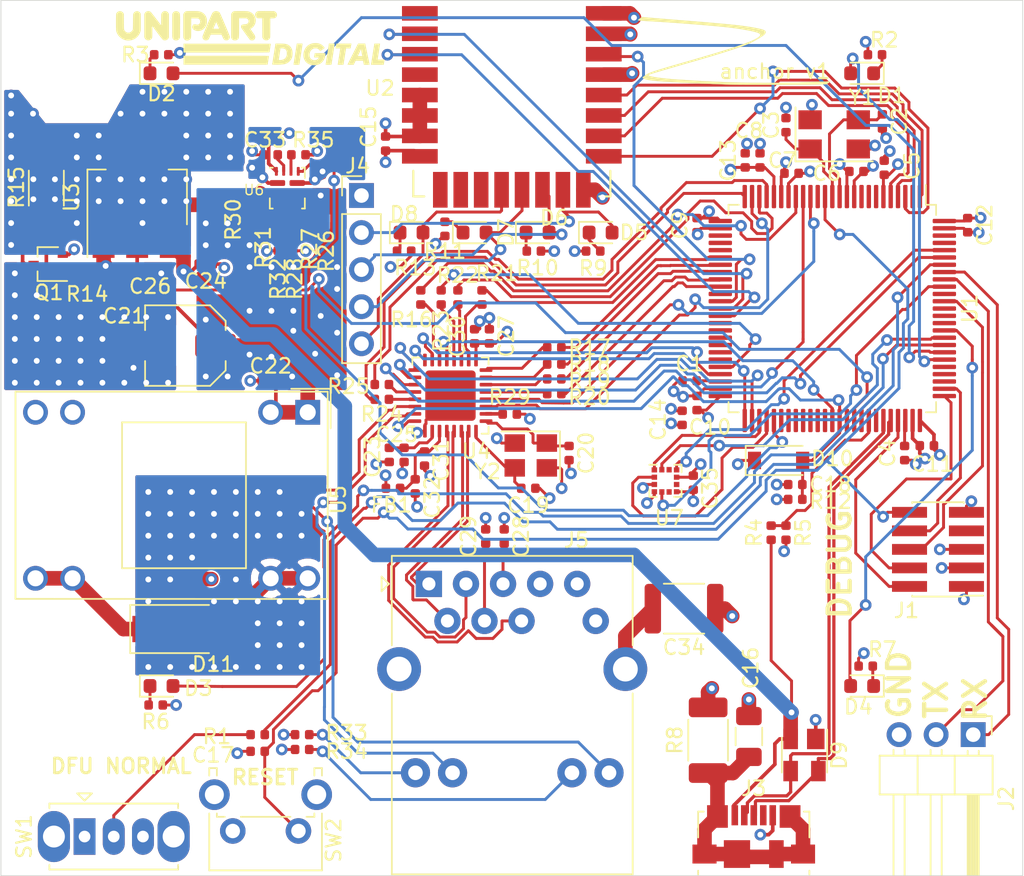
<source format=kicad_pcb>
(kicad_pcb (version 20171130) (host pcbnew 5.1.5+dfsg1-2build2)
  (layers (0 F.Cu signal hide) (1 In1.Cu power hide) (2 In2.Cu power) (31 B.Cu signal) (34 B.Paste user) (35 F.Paste user) (36 B.SilkS user) (37 F.SilkS user) (38 B.Mask user) (39 F.Mask user) (44 Edge.Cuts user))
  (net 0 "")
  (net 1 "Net-(C1-Pad2)")
  (net 2 GND)
  (net 3 "Net-(C2-Pad1)")
  (net 4 "Net-(C3-Pad2)")
  (net 5 "Net-(C4-Pad2)")
  (net 6 +3V3)
  (net 7 "Net-(C16-Pad2)")
  (net 8 RESET)
  (net 9 MII_RST)
  (net 10 "Net-(C19-Pad2)")
  (net 11 "Net-(C20-Pad1)")
  (net 12 /+3.3VPOE)
  (net 13 "Net-(C23-Pad2)")
  (net 14 VBUS)
  (net 15 "Net-(C26-Pad2)")
  (net 16 "Net-(C28-Pad2)")
  (net 17 "Net-(C29-Pad1)")
  (net 18 +3.3VA)
  (net 19 "Net-(C33-Pad1)")
  (net 20 GNDPWR)
  (net 21 MCU_LED0)
  (net 22 "Net-(D1-Pad1)")
  (net 23 MCU_LED1)
  (net 24 "Net-(D2-Pad1)")
  (net 25 MCU_LED2)
  (net 26 "Net-(D3-Pad1)")
  (net 27 MCU_LED3)
  (net 28 "Net-(D4-Pad1)")
  (net 29 "Net-(D5-Pad2)")
  (net 30 "Net-(D5-Pad1)")
  (net 31 "Net-(D6-Pad2)")
  (net 32 "Net-(D6-Pad1)")
  (net 33 "Net-(D7-Pad2)")
  (net 34 "Net-(D7-Pad1)")
  (net 35 "Net-(D8-Pad2)")
  (net 36 "Net-(D8-Pad1)")
  (net 37 USB_D+)
  (net 38 USB_D-)
  (net 39 "Net-(D11-Pad2)")
  (net 40 "Net-(D11-Pad1)")
  (net 41 TDI)
  (net 42 "Net-(J1-Pad7)")
  (net 43 TDO_SWO)
  (net 44 TCK_SWDCLK)
  (net 45 TMS_SWDIO)
  (net 46 UART_TX)
  (net 47 UART_RX)
  (net 48 "Net-(J3-Pad4)")
  (net 49 "Net-(J5-Pad14)")
  (net 50 "Net-(J5-Pad13)")
  (net 51 "Net-(J5-Pad12)")
  (net 52 /RX-)
  (net 53 /RX+)
  (net 54 /TX-)
  (net 55 "Net-(J5-Pad11)")
  (net 56 /TX+)
  (net 57 "Net-(Q1-Pad3)")
  (net 58 HEATER)
  (net 59 BOOT0)
  (net 60 "Net-(R1-Pad1)")
  (net 61 VBUS_SENSE)
  (net 62 MII_TXC)
  (net 63 "Net-(R16-Pad1)")
  (net 64 MII_RXD0)
  (net 65 "Net-(R17-Pad1)")
  (net 66 MII_RXD1)
  (net 67 "Net-(R18-Pad1)")
  (net 68 MII_RXD2)
  (net 69 "Net-(R19-Pad1)")
  (net 70 MII_RXD3)
  (net 71 "Net-(R20-Pad1)")
  (net 72 MII_RXDV)
  (net 73 "Net-(R21-Pad1)")
  (net 74 MII_RXC)
  (net 75 "Net-(R22-Pad1)")
  (net 76 MII_RXER)
  (net 77 "Net-(R23-Pad1)")
  (net 78 MII_CRS)
  (net 79 "Net-(R24-Pad1)")
  (net 80 MII_COL)
  (net 81 "Net-(R25-Pad1)")
  (net 82 "Net-(R26-Pad1)")
  (net 83 "Net-(R27-Pad1)")
  (net 84 "Net-(R29-Pad1)")
  (net 85 "Net-(R30-Pad1)")
  (net 86 "Net-(R31-Pad1)")
  (net 87 "Net-(R35-Pad2)")
  (net 88 "Net-(U1-Pad98)")
  (net 89 "Net-(U1-Pad97)")
  (net 90 ACCEL_CSN)
  (net 91 MII_TXD3)
  (net 92 ACCEL_INTN)
  (net 93 "Net-(U1-Pad90)")
  (net 94 "Net-(U1-Pad88)")
  (net 95 "Net-(U1-Pad87)")
  (net 96 "Net-(U1-Pad86)")
  (net 97 ACCEL_SCK)
  (net 98 "Net-(U1-Pad80)")
  (net 99 "Net-(U1-Pad79)")
  (net 100 "Net-(U1-Pad78)")
  (net 101 "Net-(U1-Pad69)")
  (net 102 "Net-(U1-Pad67)")
  (net 103 "Net-(U1-Pad65)")
  (net 104 MII_INTRP)
  (net 105 "Net-(U1-Pad62)")
  (net 106 "Net-(U1-Pad61)")
  (net 107 "Net-(U1-Pad60)")
  (net 108 "Net-(U1-Pad59)")
  (net 109 "Net-(U1-Pad58)")
  (net 110 "Net-(U1-Pad57)")
  (net 111 "Net-(U1-Pad56)")
  (net 112 POWER_STATUS)
  (net 113 ACCEL_MOSI)
  (net 114 ACCEL_MISO)
  (net 115 MII_TXD1)
  (net 116 MII_TXD0)
  (net 117 MII_TXEN)
  (net 118 "Net-(U1-Pad45)")
  (net 119 "Net-(U1-Pad44)")
  (net 120 "Net-(U1-Pad43)")
  (net 121 "Net-(U1-Pad42)")
  (net 122 "Net-(U1-Pad41)")
  (net 123 "Net-(U1-Pad40)")
  (net 124 RADIO_RSTN)
  (net 125 RADIO_WAKEUP)
  (net 126 RADIO_IRQ)
  (net 127 "Net-(U1-Pad36)")
  (net 128 "Net-(U1-Pad30)")
  (net 129 "Net-(U1-Pad29)")
  (net 130 "Net-(U1-Pad28)")
  (net 131 MII_MDIO)
  (net 132 MII_TXD2)
  (net 133 MII_MDC)
  (net 134 "Net-(U1-Pad15)")
  (net 135 "Net-(U1-Pad9)")
  (net 136 "Net-(U1-Pad8)")
  (net 137 "Net-(U1-Pad7)")
  (net 138 RADIO_MOSI)
  (net 139 RADIO_MISO)
  (net 140 RADIO_CSN)
  (net 141 "Net-(U1-Pad2)")
  (net 142 RADIO_SCK)
  (net 143 "Net-(U2-Pad11)")
  (net 144 "Net-(U2-Pad10)")
  (net 145 "Net-(U2-Pad9)")
  (net 146 "Net-(U2-Pad4)")
  (net 147 "Net-(U2-Pad1)")
  (net 148 "Net-(U5-Pad4)")
  (net 149 "Net-(U7-Pad11)")
  (net 150 "Net-(U7-Pad6)")
  (net 151 "Net-(U7-Pad8)")
  (module Package_TO_SOT_SMD:SOT-223-3_TabPin2 (layer F.Cu) (at 124.333 103.505 90)
    (fp_text reference U3 (at 0 -4.5 90) (layer F.SilkS))
    (fp_text value AP2114H-3.3)
    (pad 1 smd rect (at -3.15 -2.3 90) (size 2 1.5) (layers F.Cu F.Paste F.Mask) (net 2 GND))
    (pad 3 smd rect (at -3.15 2.3 90) (size 2 1.5) (layers F.Cu F.Paste F.Mask) (net 14 VBUS))
    (pad 2 smd rect (at -3.15 0 90) (size 2 1.5) (layers F.Cu F.Paste F.Mask) (net 15 "Net-(C26-Pad2)"))
    (pad 2 smd rect (at 3.15 0 90) (size 2 3.8) (layers F.Cu F.Paste F.Mask) (net 15 "Net-(C26-Pad2)"))
  )
  (module tail-anchor-hardware:Tail_logo (layer F.Cu) (at 164.973 93.853)
    (fp_text reference G*** hide)
    (fp_text value LOGO hide)
  )
  (module tail-anchor-hardware:Unipart_Digital_logo (layer F.Cu) (at 132.08 92.583)
    (fp_text reference G*** hide)
    (fp_text value LOGO hide)
  )
  (module Capacitor_SMD:C_0402_1005Metric (layer F.Cu) (at 178.435 120.523 180)
    (fp_text reference C11 (at -0.381 -1.27) (layer F.SilkS))
    (fp_text value 100n)
    (pad 2 smd roundrect (at 0.485 0 180) (size 0.59 0.64) (layers F.Cu F.Paste F.Mask) (net 2 GND))
    (pad 1 smd roundrect (at -0.485 0 180) (size 0.59 0.64) (layers F.Cu F.Paste F.Mask) (net 6 +3V3))
  )
  (module Capacitor_SMD:C_0402_1005Metric (layer F.Cu) (at 148.209 126.746 90)
    (fp_text reference C29 (at 0 -1.17 90) (layer F.SilkS))
    (fp_text value 100n)
    (pad 2 smd roundrect (at 0.485 0 90) (size 0.59 0.64) (layers F.Cu F.Paste F.Mask) (net 2 GND))
    (pad 1 smd roundrect (at -0.485 0 90) (size 0.59 0.64) (layers F.Cu F.Paste F.Mask) (net 17 "Net-(C29-Pad1)"))
  )
  (module MountingHole:MountingHole_3.2mm_M3 (layer F.Cu) (at 120 135)
    (fp_text reference REF** hide)
    (fp_text value MountingHole_3.2mm_M3)
    (pad 1 np_thru_hole circle (at 0 0) (size 3.2 3.2) (drill 3.2) (layers *.Cu *.Mask))
  )
  (module MountingHole:MountingHole_3.2mm_M3 (layer F.Cu) (at 180 135)
    (fp_text reference REF** hide)
    (fp_text value MountingHole_3.2mm_M3)
    (pad 1 np_thru_hole circle (at 0 0) (size 3.2 3.2) (drill 3.2) (layers *.Cu *.Mask))
  )
  (module MountingHole:MountingHole_3.2mm_M3 (layer F.Cu) (at 120 95)
    (fp_text reference REF** hide)
    (fp_text value MountingHole_3.2mm_M3)
    (pad 1 np_thru_hole circle (at 0 0) (size 3.2 3.2) (drill 3.2) (layers *.Cu *.Mask))
  )
  (module MountingHole:MountingHole_3.2mm_M3 (layer F.Cu) (at 180 95)
    (fp_text reference REF** hide)
    (fp_text value MountingHole_3.2mm_M3)
    (pad 1 np_thru_hole circle (at 0 0) (size 3.2 3.2) (drill 3.2) (layers *.Cu *.Mask))
  )
  (module Resistor_SMD:R_0402_1005Metric (layer F.Cu) (at 141.097 117.348 180)
    (fp_text reference R24 (at 0 -1.016) (layer F.SilkS))
    (fp_text value 33)
    (pad 2 smd roundrect (at 0.485 0 180) (size 0.59 0.64) (layers F.Cu F.Paste F.Mask) (net 78 MII_CRS))
    (pad 1 smd roundrect (at -0.485 0 180) (size 0.59 0.64) (layers F.Cu F.Paste F.Mask) (net 79 "Net-(R24-Pad1)"))
  )
  (module Capacitor_SMD:C_0402_1005Metric (layer F.Cu) (at 173.609 101.727)
    (fp_text reference C6 (at -2.032 0.127) (layer F.SilkS))
    (fp_text value 100n)
    (pad 2 smd roundrect (at 0.485 0) (size 0.59 0.64) (layers F.Cu F.Paste F.Mask) (net 2 GND))
    (pad 1 smd roundrect (at -0.485 0) (size 0.59 0.64) (layers F.Cu F.Paste F.Mask) (net 6 +3V3))
  )
  (module Crystal:Crystal_SMD_3225-4Pin_3.2x2.5mm (layer F.Cu) (at 151.3 121.197 180)
    (fp_text reference Y2 (at 2.964 -1.104) (layer F.SilkS))
    (fp_text value 25MHz)
    (pad 4 smd rect (at -1.1 -0.85 180) (size 1.4 1.2) (layers F.Cu F.Paste F.Mask) (net 2 GND))
    (pad 3 smd rect (at 1.1 -0.85 180) (size 1.4 1.2) (layers F.Cu F.Paste F.Mask) (net 10 "Net-(C19-Pad2)"))
    (pad 2 smd rect (at 1.1 0.85 180) (size 1.4 1.2) (layers F.Cu F.Paste F.Mask) (net 2 GND))
    (pad 1 smd rect (at -1.1 0.85 180) (size 1.4 1.2) (layers F.Cu F.Paste F.Mask) (net 11 "Net-(C20-Pad1)"))
  )
  (module Crystal:Crystal_SMD_5032-4Pin_5.0x3.2mm (layer F.Cu) (at 172.086 99.187)
    (fp_text reference Y1 (at 1.904 -2.54) (layer F.SilkS))
    (fp_text value 8MHz)
    (pad 4 smd rect (at -1.65 -1) (size 1.6 1.3) (layers F.Cu F.Paste F.Mask) (net 2 GND))
    (pad 3 smd rect (at 1.65 -1) (size 1.6 1.3) (layers F.Cu F.Paste F.Mask) (net 3 "Net-(C2-Pad1)"))
    (pad 2 smd rect (at 1.65 1) (size 1.6 1.3) (layers F.Cu F.Paste F.Mask) (net 2 GND))
    (pad 1 smd rect (at -1.65 1) (size 1.6 1.3) (layers F.Cu F.Paste F.Mask) (net 4 "Net-(C3-Pad2)"))
  )
  (module Package_LGA:LGA-12_2x2mm_P0.5mm (layer F.Cu) (at 160.528 122.936)
    (fp_text reference U7 (at 0.254 2.54) (layer F.SilkS))
    (fp_text value MC3630)
    (pad 12 smd rect (at -0.25 -0.7625 90) (size 0.375 0.35) (layers F.Cu F.Paste F.Mask) (net 97 ACCEL_SCK))
    (pad 11 smd rect (at 0.25 -0.7625 90) (size 0.375 0.35) (layers F.Cu F.Paste F.Mask) (net 149 "Net-(U7-Pad11)"))
    (pad 6 smd rect (at 0.25 0.7625 90) (size 0.375 0.35) (layers F.Cu F.Paste F.Mask) (net 150 "Net-(U7-Pad6)"))
    (pad 5 smd rect (at -0.25 0.7625 90) (size 0.375 0.35) (layers F.Cu F.Paste F.Mask) (net 92 ACCEL_INTN))
    (pad 10 smd rect (at 0.7625 -0.75) (size 0.375 0.35) (layers F.Cu F.Paste F.Mask) (net 90 ACCEL_CSN))
    (pad 1 smd rect (at -0.7625 -0.75) (size 0.375 0.35) (layers F.Cu F.Paste F.Mask) (net 114 ACCEL_MISO))
    (pad 7 smd rect (at 0.7625 0.75) (size 0.375 0.35) (layers F.Cu F.Paste F.Mask) (net 6 +3V3))
    (pad 4 smd rect (at -0.7625 0.75) (size 0.375 0.35) (layers F.Cu F.Paste F.Mask) (net 2 GND))
    (pad 8 smd rect (at 0.7625 0.25) (size 0.375 0.35) (layers F.Cu F.Paste F.Mask) (net 151 "Net-(U7-Pad8)"))
    (pad 9 smd rect (at 0.7625 -0.25) (size 0.375 0.35) (layers F.Cu F.Paste F.Mask) (net 2 GND))
    (pad 3 smd rect (at -0.7625 0.25) (size 0.375 0.35) (layers F.Cu F.Paste F.Mask) (net 6 +3V3))
    (pad 2 smd rect (at -0.7625 -0.25) (size 0.375 0.35) (layers F.Cu F.Paste F.Mask) (net 113 ACCEL_MOSI))
  )
  (module tail-anchor-hardware:Texas_VQFN-HR-12_2x2.5mm_P0.5mm (layer F.Cu) (at 134.62 102.87)
    (fp_text reference U6 (at -2.286 0.127) (layer F.SilkS) (effects (font (size 0.7 0.7) (thickness 0.1))))
    (fp_text value TPS2121)
    (pad 4 smd roundrect (at -0.25 1.15) (size 0.2 0.6) (layers F.Cu F.Paste F.Mask) (net 86 "Net-(R31-Pad1)"))
    (pad 5 smd roundrect (at 0.25 1.15) (size 0.2 0.6) (layers F.Cu F.Paste F.Mask) (net 83 "Net-(R27-Pad1)"))
    (pad 6 smd roundrect (at 0.75 1.15) (size 0.2 0.6) (layers F.Cu F.Paste F.Mask) (net 82 "Net-(R26-Pad1)"))
    (pad 3 smd roundrect (at -0.75 1.15) (size 0.2 0.6) (layers F.Cu F.Paste F.Mask) (net 85 "Net-(R30-Pad1)"))
    (pad 9 smd roundrect (at 0.75 -1.15) (size 0.2 0.6) (layers F.Cu F.Paste F.Mask) (net 112 POWER_STATUS))
    (pad 10 smd roundrect (at 0.25 -1.15) (size 0.2 0.6) (layers F.Cu F.Paste F.Mask) (net 87 "Net-(R35-Pad2)"))
    (pad 11 smd roundrect (at -0.25 -1.15) (size 0.2 0.6) (layers F.Cu F.Paste F.Mask) (net 19 "Net-(C33-Pad1)"))
    (pad 12 smd roundrect (at -0.75 -1.15) (size 0.2 0.6) (layers F.Cu F.Paste F.Mask) (net 2 GND))
    (pad 8 smd roundrect (at 0.675 -0.35) (size 1.05 0.4) (layers F.Cu F.Paste F.Mask) (net 6 +3V3))
    (pad 7 smd roundrect (at 0.675 0.35) (size 1.05 0.4) (layers F.Cu F.Paste F.Mask) (net 12 /+3.3VPOE))
    (pad 2 smd roundrect (at -0.675 0.35) (size 1.05 0.4) (layers F.Cu F.Paste F.Mask) (net 15 "Net-(C26-Pad2)"))
    (pad 1 smd roundrect (at -0.675 -0.35) (size 1.05 0.4) (layers F.Cu F.Paste F.Mask) (net 6 +3V3))
  )
  (module tail-anchor-hardware:AG9900LP (layer F.Cu) (at 136.017 118.237 270)
    (fp_text reference U5 (at 6 -2.1 90) (layer F.SilkS))
    (fp_text value AG9903LP)
    (pad 5 thru_hole circle (at 11.38 18.65 270) (size 1.7 1.7) (drill 1.1) (layers *.Cu *.Mask) (net 40 "Net-(D11-Pad1)"))
    (pad 8 thru_hole circle (at 11.38 0 270) (size 1.7 1.7) (drill 1.1) (layers *.Cu *.Mask) (net 39 "Net-(D11-Pad2)"))
    (pad 7 thru_hole circle (at 11.38 2.54 270) (size 1.7 1.7) (drill 1.1) (layers *.Cu *.Mask) (net 39 "Net-(D11-Pad2)"))
    (pad 6 thru_hole circle (at 11.38 16.11 270) (size 1.7 1.7) (drill 1.1) (layers *.Cu *.Mask) (net 40 "Net-(D11-Pad1)"))
    (pad 4 thru_hole circle (at 0 18.65 270) (size 1.7 1.7) (drill 1.1) (layers *.Cu *.Mask) (net 148 "Net-(U5-Pad4)"))
    (pad 3 thru_hole circle (at 0 16.11 270) (size 1.7 1.7) (drill 1.1) (layers *.Cu *.Mask) (net 2 GND))
    (pad 2 thru_hole circle (at 0 2.54 270) (size 1.7 1.7) (drill 1.1) (layers *.Cu *.Mask) (net 12 /+3.3VPOE))
    (pad 1 thru_hole rect (at 0 0 270) (size 1.7 1.7) (drill 1.1) (layers *.Cu *.Mask) (net 12 /+3.3VPOE))
  )
  (module Package_DFN_QFN:QFN-32-1EP_5x5mm_P0.5mm_EP3.45x3.45mm (layer F.Cu) (at 145.796 117.094 90)
    (fp_text reference U4 (at -3.81 1.778 180) (layer F.SilkS))
    (fp_text value KSZ8081MNX)
    (pad 32 smd roundrect (at -1.75 -2.4375 90) (size 0.25 0.875) (layers F.Cu F.Paste F.Mask) (net 9 MII_RST))
    (pad 31 smd roundrect (at -1.25 -2.4375 90) (size 0.25 0.875) (layers F.Cu F.Paste F.Mask) (net 51 "Net-(J5-Pad12)"))
    (pad 30 smd roundrect (at -0.75 -2.4375 90) (size 0.25 0.875) (layers F.Cu F.Paste F.Mask) (net 49 "Net-(J5-Pad14)"))
    (pad 29 smd roundrect (at -0.25 -2.4375 90) (size 0.25 0.875) (layers F.Cu F.Paste F.Mask) (net 79 "Net-(R24-Pad1)"))
    (pad 28 smd roundrect (at 0.25 -2.4375 90) (size 0.25 0.875) (layers F.Cu F.Paste F.Mask) (net 81 "Net-(R25-Pad1)"))
    (pad 27 smd roundrect (at 0.75 -2.4375 90) (size 0.25 0.875) (layers F.Cu F.Paste F.Mask) (net 91 MII_TXD3))
    (pad 26 smd roundrect (at 1.25 -2.4375 90) (size 0.25 0.875) (layers F.Cu F.Paste F.Mask) (net 132 MII_TXD2))
    (pad 25 smd roundrect (at 1.75 -2.4375 90) (size 0.25 0.875) (layers F.Cu F.Paste F.Mask) (net 115 MII_TXD1))
    (pad 24 smd roundrect (at 2.4375 -1.75 90) (size 0.875 0.25) (layers F.Cu F.Paste F.Mask) (net 116 MII_TXD0))
    (pad 23 smd roundrect (at 2.4375 -1.25 90) (size 0.875 0.25) (layers F.Cu F.Paste F.Mask) (net 117 MII_TXEN))
    (pad 22 smd roundrect (at 2.4375 -0.75 90) (size 0.875 0.25) (layers F.Cu F.Paste F.Mask) (net 63 "Net-(R16-Pad1)"))
    (pad 21 smd roundrect (at 2.4375 -0.25 90) (size 0.875 0.25) (layers F.Cu F.Paste F.Mask) (net 104 MII_INTRP))
    (pad 20 smd roundrect (at 2.4375 0.25 90) (size 0.875 0.25) (layers F.Cu F.Paste F.Mask) (net 77 "Net-(R23-Pad1)"))
    (pad 19 smd roundrect (at 2.4375 0.75 90) (size 0.875 0.25) (layers F.Cu F.Paste F.Mask) (net 75 "Net-(R22-Pad1)"))
    (pad 18 smd roundrect (at 2.4375 1.25 90) (size 0.875 0.25) (layers F.Cu F.Paste F.Mask) (net 73 "Net-(R21-Pad1)"))
    (pad 17 smd roundrect (at 2.4375 1.75 90) (size 0.875 0.25) (layers F.Cu F.Paste F.Mask) (net 6 +3V3))
    (pad 16 smd roundrect (at 1.75 2.4375 90) (size 0.25 0.875) (layers F.Cu F.Paste F.Mask) (net 65 "Net-(R17-Pad1)"))
    (pad 15 smd roundrect (at 1.25 2.4375 90) (size 0.25 0.875) (layers F.Cu F.Paste F.Mask) (net 67 "Net-(R18-Pad1)"))
    (pad 14 smd roundrect (at 0.75 2.4375 90) (size 0.25 0.875) (layers F.Cu F.Paste F.Mask) (net 69 "Net-(R19-Pad1)"))
    (pad 13 smd roundrect (at 0.25 2.4375 90) (size 0.25 0.875) (layers F.Cu F.Paste F.Mask) (net 71 "Net-(R20-Pad1)"))
    (pad 12 smd roundrect (at -0.25 2.4375 90) (size 0.25 0.875) (layers F.Cu F.Paste F.Mask) (net 133 MII_MDC))
    (pad 11 smd roundrect (at -0.75 2.4375 90) (size 0.25 0.875) (layers F.Cu F.Paste F.Mask) (net 131 MII_MDIO))
    (pad 10 smd roundrect (at -1.25 2.4375 90) (size 0.25 0.875) (layers F.Cu F.Paste F.Mask) (net 84 "Net-(R29-Pad1)"))
    (pad 9 smd roundrect (at -1.75 2.4375 90) (size 0.25 0.875) (layers F.Cu F.Paste F.Mask) (net 11 "Net-(C20-Pad1)"))
    (pad 8 smd roundrect (at -2.4375 1.75 90) (size 0.875 0.25) (layers F.Cu F.Paste F.Mask) (net 10 "Net-(C19-Pad2)"))
    (pad 7 smd roundrect (at -2.4375 1.25 90) (size 0.875 0.25) (layers F.Cu F.Paste F.Mask) (net 56 /TX+))
    (pad 6 smd roundrect (at -2.4375 0.75 90) (size 0.875 0.25) (layers F.Cu F.Paste F.Mask) (net 54 /TX-))
    (pad 5 smd roundrect (at -2.4375 0.25 90) (size 0.875 0.25) (layers F.Cu F.Paste F.Mask) (net 53 /RX+))
    (pad 4 smd roundrect (at -2.4375 -0.25 90) (size 0.875 0.25) (layers F.Cu F.Paste F.Mask) (net 52 /RX-))
    (pad 3 smd roundrect (at -2.4375 -0.75 90) (size 0.875 0.25) (layers F.Cu F.Paste F.Mask) (net 18 +3.3VA))
    (pad 2 smd roundrect (at -2.4375 -1.25 90) (size 0.875 0.25) (layers F.Cu F.Paste F.Mask) (net 13 "Net-(C23-Pad2)"))
    (pad 1 smd roundrect (at -2.4375 -1.75 90) (size 0.875 0.25) (layers F.Cu F.Paste F.Mask) (net 2 GND))
    (pad 33 smd roundrect (at 0 0 90) (size 3.45 3.45) (layers F.Cu F.Mask) (roundrect_rratio 0.072464) (net 2 GND))
  )
  (module RF_Module:DWM1000 (layer F.Cu) (at 150 91.689)
    (fp_text reference U2 (at -9.03 4.323) (layer F.SilkS))
    (fp_text value DWM1000)
    (pad 24 smd rect (at 6.3 -0.7988 90) (size 1 2.45) (layers F.Cu F.Paste F.Mask) (net 2 GND))
    (pad 23 smd rect (at 6.3 0.6012 90) (size 1 2.45) (layers F.Cu F.Paste F.Mask) (net 2 GND))
    (pad 22 smd rect (at 6.3 2.0012 90) (size 1 2.45) (layers F.Cu F.Paste F.Mask) (net 126 RADIO_IRQ))
    (pad 21 smd rect (at 6.3 3.4012 90) (size 1 2.45) (layers F.Cu F.Paste F.Mask) (net 2 GND))
    (pad 20 smd rect (at 6.3 4.8012 90) (size 1 2.45) (layers F.Cu F.Paste F.Mask) (net 142 RADIO_SCK))
    (pad 19 smd rect (at 6.3 6.2012 90) (size 1 2.45) (layers F.Cu F.Paste F.Mask) (net 139 RADIO_MISO))
    (pad 18 smd rect (at 6.3 7.6 90) (size 1 2.45) (layers F.Cu F.Paste F.Mask) (net 138 RADIO_MOSI))
    (pad 17 smd rect (at 6.3 9 90) (size 1 2.45) (layers F.Cu F.Paste F.Mask) (net 140 RADIO_CSN))
    (pad 16 smd rect (at 4.9 11.2962) (size 1 2.45) (layers F.Cu F.Paste F.Mask) (net 2 GND))
    (pad 15 smd rect (at 3.5 11.2962) (size 1 2.45) (layers F.Cu F.Paste F.Mask) (net 29 "Net-(D5-Pad2)"))
    (pad 14 smd rect (at 2.1 11.2962) (size 1 2.45) (layers F.Cu F.Paste F.Mask) (net 31 "Net-(D6-Pad2)"))
    (pad 13 smd rect (at 0.7 11.2962) (size 1 2.45) (layers F.Cu F.Paste F.Mask) (net 33 "Net-(D7-Pad2)"))
    (pad 12 smd rect (at -0.7 11.2962) (size 1 2.45) (layers F.Cu F.Paste F.Mask) (net 35 "Net-(D8-Pad2)"))
    (pad 11 smd rect (at -2.1 11.2962) (size 1 2.45) (layers F.Cu F.Paste F.Mask) (net 143 "Net-(U2-Pad11)"))
    (pad 10 smd rect (at -3.5 11.2962) (size 1 2.45) (layers F.Cu F.Paste F.Mask) (net 144 "Net-(U2-Pad10)"))
    (pad 9 smd rect (at -4.9 11.2962) (size 1 2.45) (layers F.Cu F.Paste F.Mask) (net 145 "Net-(U2-Pad9)"))
    (pad 8 smd rect (at -6.3 9.0012 90) (size 1 2.45) (layers F.Cu F.Paste F.Mask) (net 2 GND))
    (pad 7 smd rect (at -6.3 7.6012 90) (size 1 2.45) (layers F.Cu F.Paste F.Mask) (net 6 +3V3))
    (pad 6 smd rect (at -6.3 6.2012 90) (size 1 2.45) (layers F.Cu F.Paste F.Mask) (net 6 +3V3))
    (pad 5 smd rect (at -6.3 4.8012 90) (size 1 2.45) (layers F.Cu F.Paste F.Mask) (net 6 +3V3))
    (pad 4 smd rect (at -6.3 3.4012 90) (size 1 2.45) (layers F.Cu F.Paste F.Mask) (net 146 "Net-(U2-Pad4)"))
    (pad 3 smd rect (at -6.3 2.0012 90) (size 1 2.45) (layers F.Cu F.Paste F.Mask) (net 124 RADIO_RSTN))
    (pad 2 smd rect (at -6.3 0.6012 90) (size 1 2.45) (layers F.Cu F.Paste F.Mask) (net 125 RADIO_WAKEUP))
    (pad 1 smd rect (at -6.3 -0.7988 90) (size 1 2.45) (layers F.Cu F.Paste F.Mask) (net 147 "Net-(U2-Pad1)"))
  )
  (module Package_QFP:LQFP-100_14x14mm_P0.5mm (layer F.Cu) (at 171.958 111.125 270)
    (fp_text reference U1 (at 0 -9.42 90) (layer F.SilkS))
    (fp_text value STM32F756VGTx)
    (pad 100 smd roundrect (at -6 -7.675 270) (size 0.3 1.6) (layers F.Cu F.Paste F.Mask) (net 6 +3V3))
    (pad 99 smd roundrect (at -5.5 -7.675 270) (size 0.3 1.6) (layers F.Cu F.Paste F.Mask) (net 2 GND))
    (pad 98 smd roundrect (at -5 -7.675 270) (size 0.3 1.6) (layers F.Cu F.Paste F.Mask) (net 88 "Net-(U1-Pad98)"))
    (pad 97 smd roundrect (at -4.5 -7.675 270) (size 0.3 1.6) (layers F.Cu F.Paste F.Mask) (net 89 "Net-(U1-Pad97)"))
    (pad 96 smd roundrect (at -4 -7.675 270) (size 0.3 1.6) (layers F.Cu F.Paste F.Mask) (net 90 ACCEL_CSN))
    (pad 95 smd roundrect (at -3.5 -7.675 270) (size 0.3 1.6) (layers F.Cu F.Paste F.Mask) (net 91 MII_TXD3))
    (pad 94 smd roundrect (at -3 -7.675 270) (size 0.3 1.6) (layers F.Cu F.Paste F.Mask) (net 59 BOOT0))
    (pad 93 smd roundrect (at -2.5 -7.675 270) (size 0.3 1.6) (layers F.Cu F.Paste F.Mask) (net 47 UART_RX))
    (pad 92 smd roundrect (at -2 -7.675 270) (size 0.3 1.6) (layers F.Cu F.Paste F.Mask) (net 46 UART_TX))
    (pad 91 smd roundrect (at -1.5 -7.675 270) (size 0.3 1.6) (layers F.Cu F.Paste F.Mask) (net 92 ACCEL_INTN))
    (pad 90 smd roundrect (at -1 -7.675 270) (size 0.3 1.6) (layers F.Cu F.Paste F.Mask) (net 93 "Net-(U1-Pad90)"))
    (pad 89 smd roundrect (at -0.5 -7.675 270) (size 0.3 1.6) (layers F.Cu F.Paste F.Mask) (net 43 TDO_SWO))
    (pad 88 smd roundrect (at 0 -7.675 270) (size 0.3 1.6) (layers F.Cu F.Paste F.Mask) (net 94 "Net-(U1-Pad88)"))
    (pad 87 smd roundrect (at 0.5 -7.675 270) (size 0.3 1.6) (layers F.Cu F.Paste F.Mask) (net 95 "Net-(U1-Pad87)"))
    (pad 86 smd roundrect (at 1 -7.675 270) (size 0.3 1.6) (layers F.Cu F.Paste F.Mask) (net 96 "Net-(U1-Pad86)"))
    (pad 85 smd roundrect (at 1.5 -7.675 270) (size 0.3 1.6) (layers F.Cu F.Paste F.Mask) (net 27 MCU_LED3))
    (pad 84 smd roundrect (at 2 -7.675 270) (size 0.3 1.6) (layers F.Cu F.Paste F.Mask) (net 97 ACCEL_SCK))
    (pad 83 smd roundrect (at 2.5 -7.675 270) (size 0.3 1.6) (layers F.Cu F.Paste F.Mask) (net 25 MCU_LED2))
    (pad 82 smd roundrect (at 3 -7.675 270) (size 0.3 1.6) (layers F.Cu F.Paste F.Mask) (net 23 MCU_LED1))
    (pad 81 smd roundrect (at 3.5 -7.675 270) (size 0.3 1.6) (layers F.Cu F.Paste F.Mask) (net 21 MCU_LED0))
    (pad 80 smd roundrect (at 4 -7.675 270) (size 0.3 1.6) (layers F.Cu F.Paste F.Mask) (net 98 "Net-(U1-Pad80)"))
    (pad 79 smd roundrect (at 4.5 -7.675 270) (size 0.3 1.6) (layers F.Cu F.Paste F.Mask) (net 99 "Net-(U1-Pad79)"))
    (pad 78 smd roundrect (at 5 -7.675 270) (size 0.3 1.6) (layers F.Cu F.Paste F.Mask) (net 100 "Net-(U1-Pad78)"))
    (pad 77 smd roundrect (at 5.5 -7.675 270) (size 0.3 1.6) (layers F.Cu F.Paste F.Mask) (net 41 TDI))
    (pad 76 smd roundrect (at 6 -7.675 270) (size 0.3 1.6) (layers F.Cu F.Paste F.Mask) (net 44 TCK_SWDCLK))
    (pad 75 smd roundrect (at 7.675 -6 270) (size 1.6 0.3) (layers F.Cu F.Paste F.Mask) (net 6 +3V3))
    (pad 74 smd roundrect (at 7.675 -5.5 270) (size 1.6 0.3) (layers F.Cu F.Paste F.Mask) (net 2 GND))
    (pad 73 smd roundrect (at 7.675 -5 270) (size 1.6 0.3) (layers F.Cu F.Paste F.Mask) (net 5 "Net-(C4-Pad2)"))
    (pad 72 smd roundrect (at 7.675 -4.5 270) (size 1.6 0.3) (layers F.Cu F.Paste F.Mask) (net 45 TMS_SWDIO))
    (pad 71 smd roundrect (at 7.675 -4 270) (size 1.6 0.3) (layers F.Cu F.Paste F.Mask) (net 37 USB_D+))
    (pad 70 smd roundrect (at 7.675 -3.5 270) (size 1.6 0.3) (layers F.Cu F.Paste F.Mask) (net 38 USB_D-))
    (pad 69 smd roundrect (at 7.675 -3 270) (size 1.6 0.3) (layers F.Cu F.Paste F.Mask) (net 101 "Net-(U1-Pad69)"))
    (pad 68 smd roundrect (at 7.675 -2.5 270) (size 1.6 0.3) (layers F.Cu F.Paste F.Mask) (net 61 VBUS_SENSE))
    (pad 67 smd roundrect (at 7.675 -2 270) (size 1.6 0.3) (layers F.Cu F.Paste F.Mask) (net 102 "Net-(U1-Pad67)"))
    (pad 66 smd roundrect (at 7.675 -1.5 270) (size 1.6 0.3) (layers F.Cu F.Paste F.Mask) (net 58 HEATER))
    (pad 65 smd roundrect (at 7.675 -1 270) (size 1.6 0.3) (layers F.Cu F.Paste F.Mask) (net 103 "Net-(U1-Pad65)"))
    (pad 64 smd roundrect (at 7.675 -0.5 270) (size 1.6 0.3) (layers F.Cu F.Paste F.Mask) (net 9 MII_RST))
    (pad 63 smd roundrect (at 7.675 0 270) (size 1.6 0.3) (layers F.Cu F.Paste F.Mask) (net 104 MII_INTRP))
    (pad 62 smd roundrect (at 7.675 0.5 270) (size 1.6 0.3) (layers F.Cu F.Paste F.Mask) (net 105 "Net-(U1-Pad62)"))
    (pad 61 smd roundrect (at 7.675 1 270) (size 1.6 0.3) (layers F.Cu F.Paste F.Mask) (net 106 "Net-(U1-Pad61)"))
    (pad 60 smd roundrect (at 7.675 1.5 270) (size 1.6 0.3) (layers F.Cu F.Paste F.Mask) (net 107 "Net-(U1-Pad60)"))
    (pad 59 smd roundrect (at 7.675 2 270) (size 1.6 0.3) (layers F.Cu F.Paste F.Mask) (net 108 "Net-(U1-Pad59)"))
    (pad 58 smd roundrect (at 7.675 2.5 270) (size 1.6 0.3) (layers F.Cu F.Paste F.Mask) (net 109 "Net-(U1-Pad58)"))
    (pad 57 smd roundrect (at 7.675 3 270) (size 1.6 0.3) (layers F.Cu F.Paste F.Mask) (net 110 "Net-(U1-Pad57)"))
    (pad 56 smd roundrect (at 7.675 3.5 270) (size 1.6 0.3) (layers F.Cu F.Paste F.Mask) (net 111 "Net-(U1-Pad56)"))
    (pad 55 smd roundrect (at 7.675 4 270) (size 1.6 0.3) (layers F.Cu F.Paste F.Mask) (net 112 POWER_STATUS))
    (pad 54 smd roundrect (at 7.675 4.5 270) (size 1.6 0.3) (layers F.Cu F.Paste F.Mask) (net 113 ACCEL_MOSI))
    (pad 53 smd roundrect (at 7.675 5 270) (size 1.6 0.3) (layers F.Cu F.Paste F.Mask) (net 114 ACCEL_MISO))
    (pad 52 smd roundrect (at 7.675 5.5 270) (size 1.6 0.3) (layers F.Cu F.Paste F.Mask) (net 115 MII_TXD1))
    (pad 51 smd roundrect (at 7.675 6 270) (size 1.6 0.3) (layers F.Cu F.Paste F.Mask) (net 116 MII_TXD0))
    (pad 50 smd roundrect (at 6 7.675 270) (size 0.3 1.6) (layers F.Cu F.Paste F.Mask) (net 6 +3V3))
    (pad 49 smd roundrect (at 5.5 7.675 270) (size 0.3 1.6) (layers F.Cu F.Paste F.Mask) (net 2 GND))
    (pad 48 smd roundrect (at 5 7.675 270) (size 0.3 1.6) (layers F.Cu F.Paste F.Mask) (net 1 "Net-(C1-Pad2)"))
    (pad 47 smd roundrect (at 4.5 7.675 270) (size 0.3 1.6) (layers F.Cu F.Paste F.Mask) (net 117 MII_TXEN))
    (pad 46 smd roundrect (at 4 7.675 270) (size 0.3 1.6) (layers F.Cu F.Paste F.Mask) (net 76 MII_RXER))
    (pad 45 smd roundrect (at 3.5 7.675 270) (size 0.3 1.6) (layers F.Cu F.Paste F.Mask) (net 118 "Net-(U1-Pad45)"))
    (pad 44 smd roundrect (at 3 7.675 270) (size 0.3 1.6) (layers F.Cu F.Paste F.Mask) (net 119 "Net-(U1-Pad44)"))
    (pad 43 smd roundrect (at 2.5 7.675 270) (size 0.3 1.6) (layers F.Cu F.Paste F.Mask) (net 120 "Net-(U1-Pad43)"))
    (pad 42 smd roundrect (at 2 7.675 270) (size 0.3 1.6) (layers F.Cu F.Paste F.Mask) (net 121 "Net-(U1-Pad42)"))
    (pad 41 smd roundrect (at 1.5 7.675 270) (size 0.3 1.6) (layers F.Cu F.Paste F.Mask) (net 122 "Net-(U1-Pad41)"))
    (pad 40 smd roundrect (at 1 7.675 270) (size 0.3 1.6) (layers F.Cu F.Paste F.Mask) (net 123 "Net-(U1-Pad40)"))
    (pad 39 smd roundrect (at 0.5 7.675 270) (size 0.3 1.6) (layers F.Cu F.Paste F.Mask) (net 124 RADIO_RSTN))
    (pad 38 smd roundrect (at 0 7.675 270) (size 0.3 1.6) (layers F.Cu F.Paste F.Mask) (net 125 RADIO_WAKEUP))
    (pad 37 smd roundrect (at -0.5 7.675 270) (size 0.3 1.6) (layers F.Cu F.Paste F.Mask) (net 126 RADIO_IRQ))
    (pad 36 smd roundrect (at -1 7.675 270) (size 0.3 1.6) (layers F.Cu F.Paste F.Mask) (net 127 "Net-(U1-Pad36)"))
    (pad 35 smd roundrect (at -1.5 7.675 270) (size 0.3 1.6) (layers F.Cu F.Paste F.Mask) (net 70 MII_RXD3))
    (pad 34 smd roundrect (at -2 7.675 270) (size 0.3 1.6) (layers F.Cu F.Paste F.Mask) (net 68 MII_RXD2))
    (pad 33 smd roundrect (at -2.5 7.675 270) (size 0.3 1.6) (layers F.Cu F.Paste F.Mask) (net 66 MII_RXD1))
    (pad 32 smd roundrect (at -3 7.675 270) (size 0.3 1.6) (layers F.Cu F.Paste F.Mask) (net 64 MII_RXD0))
    (pad 31 smd roundrect (at -3.5 7.675 270) (size 0.3 1.6) (layers F.Cu F.Paste F.Mask) (net 72 MII_RXDV))
    (pad 30 smd roundrect (at -4 7.675 270) (size 0.3 1.6) (layers F.Cu F.Paste F.Mask) (net 128 "Net-(U1-Pad30)"))
    (pad 29 smd roundrect (at -4.5 7.675 270) (size 0.3 1.6) (layers F.Cu F.Paste F.Mask) (net 129 "Net-(U1-Pad29)"))
    (pad 28 smd roundrect (at -5 7.675 270) (size 0.3 1.6) (layers F.Cu F.Paste F.Mask) (net 130 "Net-(U1-Pad28)"))
    (pad 27 smd roundrect (at -5.5 7.675 270) (size 0.3 1.6) (layers F.Cu F.Paste F.Mask) (net 6 +3V3))
    (pad 26 smd roundrect (at -6 7.675 270) (size 0.3 1.6) (layers F.Cu F.Paste F.Mask) (net 2 GND))
    (pad 25 smd roundrect (at -7.675 6 270) (size 1.6 0.3) (layers F.Cu F.Paste F.Mask) (net 80 MII_COL))
    (pad 24 smd roundrect (at -7.675 5.5 270) (size 1.6 0.3) (layers F.Cu F.Paste F.Mask) (net 131 MII_MDIO))
    (pad 23 smd roundrect (at -7.675 5 270) (size 1.6 0.3) (layers F.Cu F.Paste F.Mask) (net 74 MII_RXC))
    (pad 22 smd roundrect (at -7.675 4.5 270) (size 1.6 0.3) (layers F.Cu F.Paste F.Mask) (net 78 MII_CRS))
    (pad 21 smd roundrect (at -7.675 4 270) (size 1.6 0.3) (layers F.Cu F.Paste F.Mask) (net 6 +3V3))
    (pad 20 smd roundrect (at -7.675 3.5 270) (size 1.6 0.3) (layers F.Cu F.Paste F.Mask) (net 6 +3V3))
    (pad 19 smd roundrect (at -7.675 3 270) (size 1.6 0.3) (layers F.Cu F.Paste F.Mask) (net 2 GND))
    (pad 18 smd roundrect (at -7.675 2.5 270) (size 1.6 0.3) (layers F.Cu F.Paste F.Mask) (net 62 MII_TXC))
    (pad 17 smd roundrect (at -7.675 2 270) (size 1.6 0.3) (layers F.Cu F.Paste F.Mask) (net 132 MII_TXD2))
    (pad 16 smd roundrect (at -7.675 1.5 270) (size 1.6 0.3) (layers F.Cu F.Paste F.Mask) (net 133 MII_MDC))
    (pad 15 smd roundrect (at -7.675 1 270) (size 1.6 0.3) (layers F.Cu F.Paste F.Mask) (net 134 "Net-(U1-Pad15)"))
    (pad 14 smd roundrect (at -7.675 0.5 270) (size 1.6 0.3) (layers F.Cu F.Paste F.Mask) (net 8 RESET))
    (pad 13 smd roundrect (at -7.675 0 270) (size 1.6 0.3) (layers F.Cu F.Paste F.Mask) (net 4 "Net-(C3-Pad2)"))
    (pad 12 smd roundrect (at -7.675 -0.5 270) (size 1.6 0.3) (layers F.Cu F.Paste F.Mask) (net 3 "Net-(C2-Pad1)"))
    (pad 11 smd roundrect (at -7.675 -1 270) (size 1.6 0.3) (layers F.Cu F.Paste F.Mask) (net 6 +3V3))
    (pad 10 smd roundrect (at -7.675 -1.5 270) (size 1.6 0.3) (layers F.Cu F.Paste F.Mask) (net 2 GND))
    (pad 9 smd roundrect (at -7.675 -2 270) (size 1.6 0.3) (layers F.Cu F.Paste F.Mask) (net 135 "Net-(U1-Pad9)"))
    (pad 8 smd roundrect (at -7.675 -2.5 270) (size 1.6 0.3) (layers F.Cu F.Paste F.Mask) (net 136 "Net-(U1-Pad8)"))
    (pad 7 smd roundrect (at -7.675 -3 270) (size 1.6 0.3) (layers F.Cu F.Paste F.Mask) (net 137 "Net-(U1-Pad7)"))
    (pad 6 smd roundrect (at -7.675 -3.5 270) (size 1.6 0.3) (layers F.Cu F.Paste F.Mask) (net 6 +3V3))
    (pad 5 smd roundrect (at -7.675 -4 270) (size 1.6 0.3) (layers F.Cu F.Paste F.Mask) (net 138 RADIO_MOSI))
    (pad 4 smd roundrect (at -7.675 -4.5 270) (size 1.6 0.3) (layers F.Cu F.Paste F.Mask) (net 139 RADIO_MISO))
    (pad 3 smd roundrect (at -7.675 -5 270) (size 1.6 0.3) (layers F.Cu F.Paste F.Mask) (net 140 RADIO_CSN))
    (pad 2 smd roundrect (at -7.675 -5.5 270) (size 1.6 0.3) (layers F.Cu F.Paste F.Mask) (net 141 "Net-(U1-Pad2)"))
    (pad 1 smd roundrect (at -7.675 -6 270) (size 1.6 0.3) (layers F.Cu F.Paste F.Mask) (net 142 RADIO_SCK))
  )
  (module Button_Switch_THT:SW_Tactile_SPST_Angled_PTS645Vx58-2LFS (layer F.Cu) (at 135.382 146.939 180)
    (fp_text reference SW2 (at -2.413 -0.635 90) (layer F.SilkS))
    (fp_text value SW_Push)
    (pad "" thru_hole circle (at -1.25 2.49 180) (size 2.1 2.1) (drill 1.3) (layers *.Cu *.Mask))
    (pad 1 thru_hole circle (at 0 0 180) (size 1.75 1.75) (drill 0.99) (layers *.Cu *.Mask) (net 8 RESET))
    (pad 2 thru_hole circle (at 4.5 0 180) (size 1.75 1.75) (drill 0.99) (layers *.Cu *.Mask) (net 2 GND))
    (pad "" thru_hole circle (at 5.76 2.49 180) (size 2.1 2.1) (drill 1.3) (layers *.Cu *.Mask))
  )
  (module Button_Switch_THT:SW_Slide_1P2T_CK_OS102011MS2Q (layer F.Cu) (at 120.729 147.32)
    (fp_text reference SW1 (at -4.143 0 90) (layer F.SilkS))
    (fp_text value SW_SPDT)
    (pad "" thru_hole oval (at 6.1 0) (size 2.2 3.5) (drill 1.5) (layers *.Cu *.Mask))
    (pad "" thru_hole oval (at -2.1 0) (size 2.2 3.5) (drill 1.5) (layers *.Cu *.Mask))
    (pad 3 thru_hole oval (at 4 0) (size 1.5 2.5) (drill 0.8) (layers *.Cu *.Mask) (net 2 GND))
    (pad 2 thru_hole oval (at 2 0) (size 1.5 2.5) (drill 0.8) (layers *.Cu *.Mask) (net 60 "Net-(R1-Pad1)"))
    (pad 1 thru_hole rect (at 0 0) (size 1.5 2.5) (drill 0.8) (layers *.Cu *.Mask) (net 6 +3V3))
  )
  (module Resistor_SMD:R_0402_1005Metric (layer F.Cu) (at 135.382 100.584 180)
    (fp_text reference R35 (at -1.016 1.016) (layer F.SilkS))
    (fp_text value 100k)
    (pad 2 smd roundrect (at 0.485 0 180) (size 0.59 0.64) (layers F.Cu F.Paste F.Mask) (net 87 "Net-(R35-Pad2)"))
    (pad 1 smd roundrect (at -0.485 0 180) (size 0.59 0.64) (layers F.Cu F.Paste F.Mask) (net 2 GND))
  )
  (module Resistor_SMD:R_0402_1005Metric (layer F.Cu) (at 135.636 141.351 180)
    (fp_text reference R34 (at -3.048 -0.127) (layer F.SilkS))
    (fp_text value 220)
    (pad 2 smd roundrect (at 0.485 0 180) (size 0.59 0.64) (layers F.Cu F.Paste F.Mask) (net 6 +3V3))
    (pad 1 smd roundrect (at -0.485 0 180) (size 0.59 0.64) (layers F.Cu F.Paste F.Mask) (net 50 "Net-(J5-Pad13)"))
  )
  (module Resistor_SMD:R_0402_1005Metric (layer F.Cu) (at 135.636 140.335 180)
    (fp_text reference R33 (at -3.048 0.127) (layer F.SilkS))
    (fp_text value 220)
    (pad 2 smd roundrect (at 0.485 0 180) (size 0.59 0.64) (layers F.Cu F.Paste F.Mask) (net 6 +3V3))
    (pad 1 smd roundrect (at -0.485 0 180) (size 0.59 0.64) (layers F.Cu F.Paste F.Mask) (net 55 "Net-(J5-Pad11)"))
  )
  (module Resistor_SMD:R_0402_1005Metric (layer F.Cu) (at 133.985 106.68 90)
    (fp_text reference R32 (at -2.413 0 90) (layer F.SilkS))
    (fp_text value 4k99)
    (pad 2 smd roundrect (at 0.485 0 90) (size 0.59 0.64) (layers F.Cu F.Paste F.Mask) (net 86 "Net-(R31-Pad1)"))
    (pad 1 smd roundrect (at -0.485 0 90) (size 0.59 0.64) (layers F.Cu F.Paste F.Mask) (net 2 GND))
  )
  (module Resistor_SMD:R_0402_1005Metric (layer F.Cu) (at 133.604 105.156 180)
    (fp_text reference R31 (at 0.635 -1.778 90) (layer F.SilkS))
    (fp_text value 3k48)
    (pad 2 smd roundrect (at 0.485 0 180) (size 0.59 0.64) (layers F.Cu F.Paste F.Mask) (net 85 "Net-(R30-Pad1)"))
    (pad 1 smd roundrect (at -0.485 0 180) (size 0.59 0.64) (layers F.Cu F.Paste F.Mask) (net 86 "Net-(R31-Pad1)"))
  )
  (module Resistor_SMD:R_0402_1005Metric (layer F.Cu) (at 132.08 105.029 90)
    (fp_text reference R30 (at 0 -1.17 90) (layer F.SilkS))
    (fp_text value 8k66)
    (pad 2 smd roundrect (at 0.485 0 90) (size 0.59 0.64) (layers F.Cu F.Paste F.Mask) (net 15 "Net-(C26-Pad2)"))
    (pad 1 smd roundrect (at -0.485 0 90) (size 0.59 0.64) (layers F.Cu F.Paste F.Mask) (net 85 "Net-(R30-Pad1)"))
  )
  (module Resistor_SMD:R_0402_1005Metric (layer F.Cu) (at 149.86 118.364)
    (fp_text reference R29 (at 0 -1.17) (layer F.SilkS))
    (fp_text value 6.49k)
    (pad 2 smd roundrect (at 0.485 0) (size 0.59 0.64) (layers F.Cu F.Paste F.Mask) (net 2 GND))
    (pad 1 smd roundrect (at -0.485 0) (size 0.59 0.64) (layers F.Cu F.Paste F.Mask) (net 84 "Net-(R29-Pad1)"))
  )
  (module Resistor_SMD:R_0402_1005Metric (layer F.Cu) (at 135.001 106.68 90)
    (fp_text reference R28 (at -2.413 0.127 90) (layer F.SilkS))
    (fp_text value 4k99)
    (pad 2 smd roundrect (at 0.485 0 90) (size 0.59 0.64) (layers F.Cu F.Paste F.Mask) (net 83 "Net-(R27-Pad1)"))
    (pad 1 smd roundrect (at -0.485 0 90) (size 0.59 0.64) (layers F.Cu F.Paste F.Mask) (net 2 GND))
  )
  (module Resistor_SMD:R_0402_1005Metric (layer F.Cu) (at 135.509 105.156)
    (fp_text reference R27 (at 0.635 1.905 90) (layer F.SilkS))
    (fp_text value 4k42)
    (pad 2 smd roundrect (at 0.485 0) (size 0.59 0.64) (layers F.Cu F.Paste F.Mask) (net 82 "Net-(R26-Pad1)"))
    (pad 1 smd roundrect (at -0.485 0) (size 0.59 0.64) (layers F.Cu F.Paste F.Mask) (net 83 "Net-(R27-Pad1)"))
  )
  (module Resistor_SMD:R_0402_1005Metric (layer F.Cu) (at 137.033 104.902 90)
    (fp_text reference R26 (at -2.286 0.254 90) (layer F.SilkS))
    (fp_text value 7k5)
    (pad 2 smd roundrect (at 0.485 0 90) (size 0.59 0.64) (layers F.Cu F.Paste F.Mask) (net 12 /+3.3VPOE))
    (pad 1 smd roundrect (at -0.485 0 90) (size 0.59 0.64) (layers F.Cu F.Paste F.Mask) (net 82 "Net-(R26-Pad1)"))
  )
  (module Resistor_SMD:R_0402_1005Metric (layer F.Cu) (at 141.097 116.332 180)
    (fp_text reference R25 (at 2.286 -0.127) (layer F.SilkS))
    (fp_text value 33)
    (pad 2 smd roundrect (at 0.485 0 180) (size 0.59 0.64) (layers F.Cu F.Paste F.Mask) (net 80 MII_COL))
    (pad 1 smd roundrect (at -0.485 0 180) (size 0.59 0.64) (layers F.Cu F.Paste F.Mask) (net 81 "Net-(R25-Pad1)"))
  )
  (module Resistor_SMD:R_0402_1005Metric (layer F.Cu) (at 145.161 110.363 90)
    (fp_text reference R23 (at -2.286 0 90) (layer F.SilkS))
    (fp_text value 33)
    (pad 2 smd roundrect (at 0.485 0 90) (size 0.59 0.64) (layers F.Cu F.Paste F.Mask) (net 76 MII_RXER))
    (pad 1 smd roundrect (at -0.485 0 90) (size 0.59 0.64) (layers F.Cu F.Paste F.Mask) (net 77 "Net-(R23-Pad1)"))
  )
  (module Resistor_SMD:R_0402_1005Metric (layer F.Cu) (at 146.304 110.363 90)
    (fp_text reference R22 (at 1.524 0 180) (layer F.SilkS))
    (fp_text value 33)
    (pad 2 smd roundrect (at 0.485 0 90) (size 0.59 0.64) (layers F.Cu F.Paste F.Mask) (net 74 MII_RXC))
    (pad 1 smd roundrect (at -0.485 0 90) (size 0.59 0.64) (layers F.Cu F.Paste F.Mask) (net 75 "Net-(R22-Pad1)"))
  )
  (module Resistor_SMD:R_0402_1005Metric (layer F.Cu) (at 147.955 110.363 90)
    (fp_text reference R21 (at 1.651 1.016 180) (layer F.SilkS))
    (fp_text value 33)
    (pad 2 smd roundrect (at 0.485 0 90) (size 0.59 0.64) (layers F.Cu F.Paste F.Mask) (net 72 MII_RXDV))
    (pad 1 smd roundrect (at -0.485 0 90) (size 0.59 0.64) (layers F.Cu F.Paste F.Mask) (net 73 "Net-(R21-Pad1)"))
  )
  (module Resistor_SMD:R_0402_1005Metric (layer F.Cu) (at 152.908 116.967)
    (fp_text reference R20 (at 2.413 0.254) (layer F.SilkS))
    (fp_text value 33)
    (pad 2 smd roundrect (at 0.485 0) (size 0.59 0.64) (layers F.Cu F.Paste F.Mask) (net 70 MII_RXD3))
    (pad 1 smd roundrect (at -0.485 0) (size 0.59 0.64) (layers F.Cu F.Paste F.Mask) (net 71 "Net-(R20-Pad1)"))
  )
  (module Resistor_SMD:R_0402_1005Metric (layer F.Cu) (at 152.908 115.951)
    (fp_text reference R19 (at 2.413 0.127) (layer F.SilkS))
    (fp_text value 33)
    (pad 2 smd roundrect (at 0.485 0) (size 0.59 0.64) (layers F.Cu F.Paste F.Mask) (net 68 MII_RXD2))
    (pad 1 smd roundrect (at -0.485 0) (size 0.59 0.64) (layers F.Cu F.Paste F.Mask) (net 69 "Net-(R19-Pad1)"))
  )
  (module Resistor_SMD:R_0402_1005Metric (layer F.Cu) (at 152.908 114.935)
    (fp_text reference R18 (at 2.413 0) (layer F.SilkS))
    (fp_text value 33)
    (pad 2 smd roundrect (at 0.485 0) (size 0.59 0.64) (layers F.Cu F.Paste F.Mask) (net 66 MII_RXD1))
    (pad 1 smd roundrect (at -0.485 0) (size 0.59 0.64) (layers F.Cu F.Paste F.Mask) (net 67 "Net-(R18-Pad1)"))
  )
  (module Resistor_SMD:R_0402_1005Metric (layer F.Cu) (at 152.908 113.792)
    (fp_text reference R17 (at 2.413 0) (layer F.SilkS))
    (fp_text value 33)
    (pad 2 smd roundrect (at 0.485 0) (size 0.59 0.64) (layers F.Cu F.Paste F.Mask) (net 64 MII_RXD0))
    (pad 1 smd roundrect (at -0.485 0) (size 0.59 0.64) (layers F.Cu F.Paste F.Mask) (net 65 "Net-(R17-Pad1)"))
  )
  (module Resistor_SMD:R_0402_1005Metric (layer F.Cu) (at 143.764 110.363 90)
    (fp_text reference R16 (at -1.524 -0.635 180) (layer F.SilkS))
    (fp_text value 33)
    (pad 2 smd roundrect (at 0.485 0 90) (size 0.59 0.64) (layers F.Cu F.Paste F.Mask) (net 62 MII_TXC))
    (pad 1 smd roundrect (at -0.485 0 90) (size 0.59 0.64) (layers F.Cu F.Paste F.Mask) (net 63 "Net-(R16-Pad1)"))
  )
  (module Resistor_SMD:R_MELF_MMB-0207 (layer F.Cu) (at 118.11 102.87 90)
    (fp_text reference R15 (at 0.05 -2.05 90) (layer F.SilkS))
    (fp_text value "15R 1W")
    (pad 2 smd rect (at 2.45 0 90) (size 2.1 2.6) (layers F.Cu F.Paste F.Mask) (net 57 "Net-(Q1-Pad3)"))
    (pad 1 smd rect (at -2.45 0 90) (size 2.1 2.6) (layers F.Cu F.Paste F.Mask) (net 12 /+3.3VPOE))
  )
  (module Resistor_SMD:R_0402_1005Metric (layer F.Cu) (at 120.904 108.966 180)
    (fp_text reference R14 (at 0 -1.17) (layer F.SilkS))
    (fp_text value 100k)
    (pad 2 smd roundrect (at 0.485 0 180) (size 0.59 0.64) (layers F.Cu F.Paste F.Mask) (net 12 /+3.3VPOE))
    (pad 1 smd roundrect (at -0.485 0 180) (size 0.59 0.64) (layers F.Cu F.Paste F.Mask) (net 58 HEATER))
  )
  (module Resistor_SMD:R_0402_1005Metric (layer F.Cu) (at 142.621 107.188)
    (fp_text reference R13 (at 0.762 1.143) (layer F.SilkS))
    (fp_text value 150)
    (pad 2 smd roundrect (at 0.485 0) (size 0.59 0.64) (layers F.Cu F.Paste F.Mask) (net 2 GND))
    (pad 1 smd roundrect (at -0.485 0) (size 0.59 0.64) (layers F.Cu F.Paste F.Mask) (net 36 "Net-(D8-Pad1)"))
  )
  (module Resistor_SMD:R_0402_1005Metric (layer F.Cu) (at 169.418 124.206 180)
    (fp_text reference R12 (at -2.413 -0.127) (layer F.SilkS))
    (fp_text value 10k)
    (pad 2 smd roundrect (at 0.485 0 180) (size 0.59 0.64) (layers F.Cu F.Paste F.Mask) (net 6 +3V3))
    (pad 1 smd roundrect (at -0.485 0 180) (size 0.59 0.64) (layers F.Cu F.Paste F.Mask) (net 9 MII_RST))
  )
  (module Resistor_SMD:R_0402_1005Metric (layer F.Cu) (at 145.415 105.664 270)
    (fp_text reference R11 (at 1.524 0 180) (layer F.SilkS))
    (fp_text value 150)
    (pad 2 smd roundrect (at 0.485 0 270) (size 0.59 0.64) (layers F.Cu F.Paste F.Mask) (net 2 GND))
    (pad 1 smd roundrect (at -0.485 0 270) (size 0.59 0.64) (layers F.Cu F.Paste F.Mask) (net 34 "Net-(D7-Pad1)"))
  )
  (module Resistor_SMD:R_0402_1005Metric (layer F.Cu) (at 151.511 107.188)
    (fp_text reference R10 (at 0.254 1.143) (layer F.SilkS))
    (fp_text value 150)
    (pad 2 smd roundrect (at 0.485 0) (size 0.59 0.64) (layers F.Cu F.Paste F.Mask) (net 2 GND))
    (pad 1 smd roundrect (at -0.485 0) (size 0.59 0.64) (layers F.Cu F.Paste F.Mask) (net 32 "Net-(D6-Pad1)"))
  )
  (module Resistor_SMD:R_0402_1005Metric (layer F.Cu) (at 155.575 107.188 180)
    (fp_text reference R9 (at 0 -1.17) (layer F.SilkS))
    (fp_text value 150)
    (pad 2 smd roundrect (at 0.485 0 180) (size 0.59 0.64) (layers F.Cu F.Paste F.Mask) (net 2 GND))
    (pad 1 smd roundrect (at -0.485 0 180) (size 0.59 0.64) (layers F.Cu F.Paste F.Mask) (net 30 "Net-(D5-Pad1)"))
  )
  (module Resistor_SMD:R_2010_5025Metric (layer F.Cu) (at 163.449 140.716 90)
    (fp_text reference R8 (at 0 -2.28 90) (layer F.SilkS))
    (fp_text value 1M)
    (pad 2 smd roundrect (at 2.25 0 90) (size 1.35 2.65) (layers F.Cu F.Paste F.Mask) (roundrect_rratio 0.185185) (net 2 GND))
    (pad 1 smd roundrect (at -2.25 0 90) (size 1.35 2.65) (layers F.Cu F.Paste F.Mask) (roundrect_rratio 0.185185) (net 7 "Net-(C16-Pad2)"))
  )
  (module Resistor_SMD:R_0402_1005Metric (layer F.Cu) (at 174.244 135.636 180)
    (fp_text reference R7 (at -1.143 1.143) (layer F.SilkS))
    (fp_text value 150)
    (pad 2 smd roundrect (at 0.485 0 180) (size 0.59 0.64) (layers F.Cu F.Paste F.Mask) (net 2 GND))
    (pad 1 smd roundrect (at -0.485 0 180) (size 0.59 0.64) (layers F.Cu F.Paste F.Mask) (net 28 "Net-(D4-Pad1)"))
  )
  (module Resistor_SMD:R_0402_1005Metric (layer F.Cu) (at 125.603 138.303)
    (fp_text reference R6 (at 0 1.143) (layer F.SilkS))
    (fp_text value 150)
    (pad 2 smd roundrect (at 0.485 0) (size 0.59 0.64) (layers F.Cu F.Paste F.Mask) (net 2 GND))
    (pad 1 smd roundrect (at -0.485 0) (size 0.59 0.64) (layers F.Cu F.Paste F.Mask) (net 26 "Net-(D3-Pad1)"))
  )
  (module Resistor_SMD:R_0402_1005Metric (layer F.Cu) (at 168.783 126.492 270)
    (fp_text reference R5 (at 0 -1.17 90) (layer F.SilkS))
    (fp_text value 10k)
    (pad 2 smd roundrect (at 0.485 0 270) (size 0.59 0.64) (layers F.Cu F.Paste F.Mask) (net 2 GND))
    (pad 1 smd roundrect (at -0.485 0 270) (size 0.59 0.64) (layers F.Cu F.Paste F.Mask) (net 61 VBUS_SENSE))
  )
  (module Resistor_SMD:R_0402_1005Metric (layer F.Cu) (at 167.767 126.492 90)
    (fp_text reference R4 (at 0 -1.17 90) (layer F.SilkS))
    (fp_text value 4k7)
    (pad 2 smd roundrect (at 0.485 0 90) (size 0.59 0.64) (layers F.Cu F.Paste F.Mask) (net 61 VBUS_SENSE))
    (pad 1 smd roundrect (at -0.485 0 90) (size 0.59 0.64) (layers F.Cu F.Paste F.Mask) (net 14 VBUS))
  )
  (module Resistor_SMD:R_0402_1005Metric (layer F.Cu) (at 125.984 93.726)
    (fp_text reference R3 (at -1.778 0) (layer F.SilkS))
    (fp_text value 150)
    (pad 2 smd roundrect (at 0.485 0) (size 0.59 0.64) (layers F.Cu F.Paste F.Mask) (net 2 GND))
    (pad 1 smd roundrect (at -0.485 0) (size 0.59 0.64) (layers F.Cu F.Paste F.Mask) (net 24 "Net-(D2-Pad1)"))
  )
  (module Resistor_SMD:R_0402_1005Metric (layer F.Cu) (at 174.879 93.726 180)
    (fp_text reference R2 (at -0.635 1.016) (layer F.SilkS))
    (fp_text value 150)
    (pad 2 smd roundrect (at 0.485 0 180) (size 0.59 0.64) (layers F.Cu F.Paste F.Mask) (net 2 GND))
    (pad 1 smd roundrect (at -0.485 0 180) (size 0.59 0.64) (layers F.Cu F.Paste F.Mask) (net 22 "Net-(D1-Pad1)"))
  )
  (module Resistor_SMD:R_0402_1005Metric (layer F.Cu) (at 132.588 140.335)
    (fp_text reference R1 (at -2.794 0.127) (layer F.SilkS))
    (fp_text value 10k)
    (pad 2 smd roundrect (at 0.485 0) (size 0.59 0.64) (layers F.Cu F.Paste F.Mask) (net 59 BOOT0))
    (pad 1 smd roundrect (at -0.485 0) (size 0.59 0.64) (layers F.Cu F.Paste F.Mask) (net 60 "Net-(R1-Pad1)"))
  )
  (module Package_TO_SOT_SMD:SOT-323_SC-70 (layer F.Cu) (at 118.237 108.077 180)
    (fp_text reference Q1 (at -0.05 -1.95) (layer F.SilkS))
    (fp_text value DMG1012UW)
    (pad 3 smd rect (at 1 0 90) (size 0.45 0.7) (layers F.Cu F.Paste F.Mask) (net 57 "Net-(Q1-Pad3)"))
    (pad 2 smd rect (at -1 0.65 90) (size 0.45 0.7) (layers F.Cu F.Paste F.Mask) (net 2 GND))
    (pad 1 smd rect (at -1 -0.65 90) (size 0.45 0.7) (layers F.Cu F.Paste F.Mask) (net 58 HEATER))
  )
  (module Connector_RJ:RJ45_Abracon_ARJP11A-MA_Horizontal (layer F.Cu) (at 144.319 130)
    (fp_text reference J5 (at 10.113 -3) (layer F.SilkS))
    (fp_text value RJ45_Abracon_ARJP11A-MASA-B-A-EMU2)
    (pad 15 thru_hole circle (at 13.46 5.84) (size 3 3) (drill 1.7) (layers *.Cu *.Mask) (net 20 GNDPWR))
    (pad 15 thru_hole circle (at -2.04 5.84) (size 3 3) (drill 1.7) (layers *.Cu *.Mask) (net 20 GNDPWR))
    (pad "" np_thru_hole circle (at 11.43 8.89) (size 3.2 3.2) (drill 3.2) (layers *.Cu *.Mask))
    (pad "" np_thru_hole circle (at 0 8.89) (size 3.2 3.2) (drill 3.2) (layers *.Cu *.Mask))
    (pad 14 thru_hole circle (at 12.34 12.95) (size 2 2) (drill 1) (layers *.Cu *.Mask) (net 49 "Net-(J5-Pad14)"))
    (pad 13 thru_hole circle (at 9.8 12.95) (size 2 2) (drill 1) (layers *.Cu *.Mask) (net 50 "Net-(J5-Pad13)"))
    (pad 12 thru_hole circle (at 1.62 12.95) (size 2 2) (drill 1) (layers *.Cu *.Mask) (net 51 "Net-(J5-Pad12)"))
    (pad 10 thru_hole circle (at 11.43 2.54) (size 1.8 1.8) (drill 0.9) (layers *.Cu *.Mask) (net 39 "Net-(D11-Pad2)"))
    (pad 9 thru_hole circle (at 10.16 0) (size 1.8 1.8) (drill 0.9) (layers *.Cu *.Mask) (net 40 "Net-(D11-Pad1)"))
    (pad 7 thru_hole circle (at 7.62 0) (size 1.8 1.8) (drill 0.9) (layers *.Cu *.Mask) (net 20 GNDPWR))
    (pad 6 thru_hole circle (at 6.35 2.54) (size 1.8 1.8) (drill 0.9) (layers *.Cu *.Mask) (net 52 /RX-))
    (pad 5 thru_hole circle (at 5.08 0) (size 1.8 1.8) (drill 0.9) (layers *.Cu *.Mask) (net 16 "Net-(C28-Pad2)"))
    (pad 4 thru_hole circle (at 3.81 2.54) (size 1.8 1.8) (drill 0.9) (layers *.Cu *.Mask) (net 17 "Net-(C29-Pad1)"))
    (pad 3 thru_hole circle (at 2.54 0) (size 1.8 1.8) (drill 0.9) (layers *.Cu *.Mask) (net 53 /RX+))
    (pad 2 thru_hole circle (at 1.27 2.54) (size 1.8 1.8) (drill 0.9) (layers *.Cu *.Mask) (net 54 /TX-))
    (pad 11 thru_hole circle (at -0.92 12.95) (size 2 2) (drill 1) (layers *.Cu *.Mask) (net 55 "Net-(J5-Pad11)"))
    (pad 1 thru_hole rect (at 0 0) (size 1.8 1.8) (drill 0.9) (layers *.Cu *.Mask) (net 56 /TX+))
  )
  (module Connector_PinHeader_2.54mm:PinHeader_1x05_P2.54mm_Vertical (layer F.Cu) (at 139.7 103.378)
    (fp_text reference J4 (at -0.254 -2.032) (layer F.SilkS))
    (fp_text value LED_DEBUG)
    (pad 5 thru_hole oval (at 0 10.16) (size 1.7 1.7) (drill 1) (layers *.Cu *.Mask) (net 35 "Net-(D8-Pad2)"))
    (pad 4 thru_hole oval (at 0 7.62) (size 1.7 1.7) (drill 1) (layers *.Cu *.Mask) (net 33 "Net-(D7-Pad2)"))
    (pad 3 thru_hole oval (at 0 5.08) (size 1.7 1.7) (drill 1) (layers *.Cu *.Mask) (net 31 "Net-(D6-Pad2)"))
    (pad 2 thru_hole oval (at 0 2.54) (size 1.7 1.7) (drill 1) (layers *.Cu *.Mask) (net 29 "Net-(D5-Pad2)"))
    (pad 1 thru_hole rect (at 0 0) (size 1.7 1.7) (drill 1) (layers *.Cu *.Mask) (net 2 GND))
  )
  (module Connector_USB:USB_Micro-B_Molex_47346-0001 (layer F.Cu) (at 166.576 147.32)
    (fp_text reference J3 (at 0 -3.3 180) (layer F.SilkS))
    (fp_text value USB_B_Micro)
    (pad 6 smd rect (at 1.55 1.2) (size 1 1.9) (layers F.Cu F.Paste F.Mask) (net 7 "Net-(C16-Pad2)"))
    (pad 6 smd rect (at -1.15 1.2) (size 1.8 1.9) (layers F.Cu F.Paste F.Mask) (net 7 "Net-(C16-Pad2)"))
    (pad 6 smd rect (at 3.375 1.2) (size 1.65 1.3) (layers F.Cu F.Paste F.Mask) (net 7 "Net-(C16-Pad2)"))
    (pad 6 smd rect (at -3.375 1.2) (size 1.65 1.3) (layers F.Cu F.Paste F.Mask) (net 7 "Net-(C16-Pad2)"))
    (pad 6 smd rect (at 2.4875 -1.375) (size 1.425 1.55) (layers F.Cu F.Paste F.Mask) (net 7 "Net-(C16-Pad2)"))
    (pad 6 smd rect (at -2.4875 -1.375) (size 1.425 1.55) (layers F.Cu F.Paste F.Mask) (net 7 "Net-(C16-Pad2)"))
    (pad 5 smd rect (at 1.3 -1.46) (size 0.45 1.38) (layers F.Cu F.Paste F.Mask) (net 2 GND))
    (pad 4 smd rect (at 0.65 -1.46) (size 0.45 1.38) (layers F.Cu F.Paste F.Mask) (net 48 "Net-(J3-Pad4)"))
    (pad 3 smd rect (at 0 -1.46) (size 0.45 1.38) (layers F.Cu F.Paste F.Mask) (net 37 USB_D+))
    (pad 2 smd rect (at -0.65 -1.46) (size 0.45 1.38) (layers F.Cu F.Paste F.Mask) (net 38 USB_D-))
    (pad 1 smd rect (at -1.3 -1.46) (size 0.45 1.38) (layers F.Cu F.Paste F.Mask) (net 14 VBUS))
  )
  (module Connector_PinHeader_2.54mm:PinHeader_1x03_P2.54mm_Horizontal (layer F.Cu) (at 181.61 140.335 270)
    (fp_text reference J2 (at 4.385 -2.27 90) (layer F.SilkS))
    (fp_text value Conn_01x03)
    (pad 3 thru_hole oval (at 0 5.08 270) (size 1.7 1.7) (drill 1) (layers *.Cu *.Mask) (net 2 GND))
    (pad 2 thru_hole oval (at 0 2.54 270) (size 1.7 1.7) (drill 1) (layers *.Cu *.Mask) (net 46 UART_TX))
    (pad 1 thru_hole rect (at 0 0 270) (size 1.7 1.7) (drill 1) (layers *.Cu *.Mask) (net 47 UART_RX))
  )
  (module Connector_PinHeader_1.27mm:PinHeader_2x05_P1.27mm_Vertical_SMD (layer F.Cu) (at 179.197 127.635 180)
    (fp_text reference J1 (at 2.159 -4.191) (layer F.SilkS))
    (fp_text value SWD)
    (pad 10 smd rect (at 1.95 2.54 180) (size 2.4 0.74) (layers F.Cu F.Paste F.Mask) (net 8 RESET))
    (pad 9 smd rect (at -1.95 2.54 180) (size 2.4 0.74) (layers F.Cu F.Paste F.Mask) (net 2 GND))
    (pad 8 smd rect (at 1.95 1.27 180) (size 2.4 0.74) (layers F.Cu F.Paste F.Mask) (net 41 TDI))
    (pad 7 smd rect (at -1.95 1.27 180) (size 2.4 0.74) (layers F.Cu F.Paste F.Mask) (net 42 "Net-(J1-Pad7)"))
    (pad 6 smd rect (at 1.95 0 180) (size 2.4 0.74) (layers F.Cu F.Paste F.Mask) (net 43 TDO_SWO))
    (pad 5 smd rect (at -1.95 0 180) (size 2.4 0.74) (layers F.Cu F.Paste F.Mask) (net 2 GND))
    (pad 4 smd rect (at 1.95 -1.27 180) (size 2.4 0.74) (layers F.Cu F.Paste F.Mask) (net 44 TCK_SWDCLK))
    (pad 3 smd rect (at -1.95 -1.27 180) (size 2.4 0.74) (layers F.Cu F.Paste F.Mask) (net 2 GND))
    (pad 2 smd rect (at 1.95 -2.54 180) (size 2.4 0.74) (layers F.Cu F.Paste F.Mask) (net 45 TMS_SWDIO))
    (pad 1 smd rect (at -1.95 -2.54 180) (size 2.4 0.74) (layers F.Cu F.Paste F.Mask) (net 6 +3V3))
  )
  (module Inductor_SMD:L_0402_1005Metric (layer F.Cu) (at 141.859 123.444 180)
    (fp_text reference FB1 (at 0.127 -1.143) (layer F.SilkS))
    (fp_text value 220)
    (pad 2 smd roundrect (at 0.485 0 180) (size 0.59 0.64) (layers F.Cu F.Paste F.Mask) (net 6 +3V3))
    (pad 1 smd roundrect (at -0.485 0 180) (size 0.59 0.64) (layers F.Cu F.Paste F.Mask) (net 18 +3.3VA))
  )
  (module Diode_SMD:D_SMA (layer F.Cu) (at 127.254 133.096)
    (fp_text reference D11 (at 2.286 2.413) (layer F.SilkS))
    (fp_text value SMAJ58CA)
    (pad 2 smd rect (at 2 0) (size 2.5 1.8) (layers F.Cu F.Paste F.Mask) (net 39 "Net-(D11-Pad2)"))
    (pad 1 smd rect (at -2 0) (size 2.5 1.8) (layers F.Cu F.Paste F.Mask) (net 40 "Net-(D11-Pad1)"))
  )
  (module Diode_SMD:D_SOD-123 (layer F.Cu) (at 168.275 121.539)
    (fp_text reference D10 (at 3.683 -0.127) (layer F.SilkS))
    (fp_text value 1N4148)
    (pad 2 smd rect (at 1.65 0) (size 0.9 1.2) (layers F.Cu F.Paste F.Mask) (net 9 MII_RST))
    (pad 1 smd rect (at -1.65 0) (size 0.9 1.2) (layers F.Cu F.Paste F.Mask) (net 6 +3V3))
  )
  (module Package_TO_SOT_SMD:SOT-143 (layer F.Cu) (at 170.053 141.732 270)
    (fp_text reference D9 (at 0.02 -2.38 90) (layer F.SilkS))
    (fp_text value SP0503BAHT)
    (pad 4 smd rect (at 1.1 -0.95 180) (size 1 1.4) (layers F.Cu F.Paste F.Mask) (net 37 USB_D+))
    (pad 3 smd rect (at 1.1 0.95 180) (size 1 1.4) (layers F.Cu F.Paste F.Mask) (net 38 USB_D-))
    (pad 2 smd rect (at -1.1 0.95 180) (size 1 1.4) (layers F.Cu F.Paste F.Mask) (net 14 VBUS))
    (pad 1 smd rect (at -1.1 -0.77 180) (size 1.2 1.4) (layers F.Cu F.Paste F.Mask) (net 2 GND))
  )
  (module LED_SMD:LED_0603_1608Metric (layer F.Cu) (at 143.129 105.918)
    (fp_text reference D8 (at -0.508 -1.27) (layer F.SilkS))
    (fp_text value RED)
    (pad 2 smd roundrect (at 0.7875 0) (size 0.875 0.95) (layers F.Cu F.Paste F.Mask) (net 35 "Net-(D8-Pad2)"))
    (pad 1 smd roundrect (at -0.7875 0) (size 0.875 0.95) (layers F.Cu F.Paste F.Mask) (net 36 "Net-(D8-Pad1)"))
  )
  (module LED_SMD:LED_0603_1608Metric (layer F.Cu) (at 147.447 105.918)
    (fp_text reference D7 (at 2.159 0 90) (layer F.SilkS))
    (fp_text value GREEN)
    (pad 2 smd roundrect (at 0.7875 0) (size 0.875 0.95) (layers F.Cu F.Paste F.Mask) (net 33 "Net-(D7-Pad2)"))
    (pad 1 smd roundrect (at -0.7875 0) (size 0.875 0.95) (layers F.Cu F.Paste F.Mask) (net 34 "Net-(D7-Pad1)"))
  )
  (module LED_SMD:LED_0603_1608Metric (layer F.Cu) (at 151.765 105.918)
    (fp_text reference D6 (at 1.143 -1.016 180) (layer F.SilkS))
    (fp_text value GREEN)
    (pad 2 smd roundrect (at 0.7875 0) (size 0.875 0.95) (layers F.Cu F.Paste F.Mask) (net 31 "Net-(D6-Pad2)"))
    (pad 1 smd roundrect (at -0.7875 0) (size 0.875 0.95) (layers F.Cu F.Paste F.Mask) (net 32 "Net-(D6-Pad1)"))
  )
  (module LED_SMD:LED_0603_1608Metric (layer F.Cu) (at 156.083 105.918)
    (fp_text reference D5 (at 2.286 0) (layer F.SilkS))
    (fp_text value GREEN)
    (pad 2 smd roundrect (at 0.7875 0) (size 0.875 0.95) (layers F.Cu F.Paste F.Mask) (net 29 "Net-(D5-Pad2)"))
    (pad 1 smd roundrect (at -0.7875 0) (size 0.875 0.95) (layers F.Cu F.Paste F.Mask) (net 30 "Net-(D5-Pad1)"))
  )
  (module LED_SMD:LED_0603_1608Metric (layer F.Cu) (at 174 137 180)
    (fp_text reference D4 (at 0.264 -1.43) (layer F.SilkS))
    (fp_text value RED)
    (pad 2 smd roundrect (at 0.7875 0 180) (size 0.875 0.95) (layers F.Cu F.Paste F.Mask) (net 27 MCU_LED3))
    (pad 1 smd roundrect (at -0.7875 0 180) (size 0.875 0.95) (layers F.Cu F.Paste F.Mask) (net 28 "Net-(D4-Pad1)"))
  )
  (module LED_SMD:LED_0603_1608Metric (layer F.Cu) (at 126 137)
    (fp_text reference D3 (at 2.524 0.16) (layer F.SilkS))
    (fp_text value RED)
    (pad 2 smd roundrect (at 0.7875 0) (size 0.875 0.95) (layers F.Cu F.Paste F.Mask) (net 25 MCU_LED2))
    (pad 1 smd roundrect (at -0.7875 0) (size 0.875 0.95) (layers F.Cu F.Paste F.Mask) (net 26 "Net-(D3-Pad1)"))
  )
  (module LED_SMD:LED_0603_1608Metric (layer F.Cu) (at 126 95)
    (fp_text reference D2 (at 0 1.393) (layer F.SilkS))
    (fp_text value RED)
    (pad 2 smd roundrect (at 0.7875 0) (size 0.875 0.95) (layers F.Cu F.Paste F.Mask) (net 23 MCU_LED1))
    (pad 1 smd roundrect (at -0.7875 0) (size 0.875 0.95) (layers F.Cu F.Paste F.Mask) (net 24 "Net-(D2-Pad1)"))
  )
  (module LED_SMD:LED_0603_1608Metric (layer F.Cu) (at 174 95 180)
    (fp_text reference D1 (at -2.022 -1.52) (layer F.SilkS))
    (fp_text value RED)
    (pad 2 smd roundrect (at 0.7875 0 180) (size 0.875 0.95) (layers F.Cu F.Paste F.Mask) (net 21 MCU_LED0))
    (pad 1 smd roundrect (at -0.7875 0 180) (size 0.875 0.95) (layers F.Cu F.Paste F.Mask) (net 22 "Net-(D1-Pad1)"))
  )
  (module Capacitor_SMD:C_0402_1005Metric (layer F.Cu) (at 162.433 123.063 90)
    (fp_text reference C35 (at -0.381 1.143 90) (layer F.SilkS))
    (fp_text value 100n)
    (pad 2 smd roundrect (at 0.485 0 90) (size 0.59 0.64) (layers F.Cu F.Paste F.Mask) (net 2 GND))
    (pad 1 smd roundrect (at -0.485 0 90) (size 0.59 0.64) (layers F.Cu F.Paste F.Mask) (net 6 +3V3))
  )
  (module Capacitor_SMD:C_1812_4532Metric (layer F.Cu) (at 161.798 131.699 180)
    (fp_text reference C34 (at 0 -2.65) (layer F.SilkS))
    (fp_text value "4700p 2kV")
    (pad 2 smd roundrect (at 2.1375 0 180) (size 1.125 3.4) (layers F.Cu F.Paste F.Mask) (roundrect_rratio 0.222222) (net 20 GNDPWR))
    (pad 1 smd roundrect (at -2.1375 0 180) (size 1.125 3.4) (layers F.Cu F.Paste F.Mask) (roundrect_rratio 0.222222) (net 2 GND))
  )
  (module Capacitor_SMD:C_0402_1005Metric (layer F.Cu) (at 133.477 100.584 180)
    (fp_text reference C33 (at 0.381 1.016) (layer F.SilkS))
    (fp_text value 100n)
    (pad 2 smd roundrect (at 0.485 0 180) (size 0.59 0.64) (layers F.Cu F.Paste F.Mask) (net 2 GND))
    (pad 1 smd roundrect (at -0.485 0 180) (size 0.59 0.64) (layers F.Cu F.Paste F.Mask) (net 19 "Net-(C33-Pad1)"))
  )
  (module Capacitor_SMD:C_0402_1005Metric (layer F.Cu) (at 143.383 123.317 270)
    (fp_text reference C32 (at 0.762 -1.17 90) (layer F.SilkS))
    (fp_text value 2u2)
    (pad 2 smd roundrect (at 0.485 0 270) (size 0.59 0.64) (layers F.Cu F.Paste F.Mask) (net 2 GND))
    (pad 1 smd roundrect (at -0.485 0 270) (size 0.59 0.64) (layers F.Cu F.Paste F.Mask) (net 18 +3.3VA))
  )
  (module Capacitor_SMD:C_0402_1005Metric (layer F.Cu) (at 144.018 121.412 90)
    (fp_text reference C31 (at -0.127 1.143 90) (layer F.SilkS))
    (fp_text value 100n)
    (pad 2 smd roundrect (at 0.485 0 90) (size 0.59 0.64) (layers F.Cu F.Paste F.Mask) (net 18 +3.3VA))
    (pad 1 smd roundrect (at -0.485 0 90) (size 0.59 0.64) (layers F.Cu F.Paste F.Mask) (net 2 GND))
  )
  (module Capacitor_SMD:C_0402_1005Metric (layer F.Cu) (at 147.447 113.03 90)
    (fp_text reference C30 (at 0 -1.17 90) (layer F.SilkS))
    (fp_text value 100n)
    (pad 2 smd roundrect (at 0.485 0 90) (size 0.59 0.64) (layers F.Cu F.Paste F.Mask) (net 2 GND))
    (pad 1 smd roundrect (at -0.485 0 90) (size 0.59 0.64) (layers F.Cu F.Paste F.Mask) (net 6 +3V3))
  )
  (module Capacitor_SMD:C_0402_1005Metric (layer F.Cu) (at 149.479 126.746 270)
    (fp_text reference C28 (at 0 -1.17 90) (layer F.SilkS))
    (fp_text value 100n)
    (pad 2 smd roundrect (at 0.485 0 270) (size 0.59 0.64) (layers F.Cu F.Paste F.Mask) (net 16 "Net-(C28-Pad2)"))
    (pad 1 smd roundrect (at -0.485 0 270) (size 0.59 0.64) (layers F.Cu F.Paste F.Mask) (net 2 GND))
  )
  (module Capacitor_SMD:C_0402_1005Metric (layer F.Cu) (at 148.463 113.03 270)
    (fp_text reference C27 (at 0 -1.17 90) (layer F.SilkS))
    (fp_text value 2u2)
    (pad 2 smd roundrect (at 0.485 0 270) (size 0.59 0.64) (layers F.Cu F.Paste F.Mask) (net 6 +3V3))
    (pad 1 smd roundrect (at -0.485 0 270) (size 0.59 0.64) (layers F.Cu F.Paste F.Mask) (net 2 GND))
  )
  (module Capacitor_SMD:C_0402_1005Metric (layer F.Cu) (at 123.825 108.458)
    (fp_text reference C26 (at 1.397 1.143) (layer F.SilkS))
    (fp_text value 4u7)
    (pad 2 smd roundrect (at 0.485 0) (size 0.59 0.64) (layers F.Cu F.Paste F.Mask) (net 15 "Net-(C26-Pad2)"))
    (pad 1 smd roundrect (at -0.485 0) (size 0.59 0.64) (layers F.Cu F.Paste F.Mask) (net 2 GND))
  )
  (module Capacitor_SMD:C_0402_1005Metric (layer F.Cu) (at 142.621 121.158 270)
    (fp_text reference C25 (at -1.397 0.508 180) (layer F.SilkS))
    (fp_text value 100n)
    (pad 2 smd roundrect (at 0.485 0 270) (size 0.59 0.64) (layers F.Cu F.Paste F.Mask) (net 2 GND))
    (pad 1 smd roundrect (at -0.485 0 270) (size 0.59 0.64) (layers F.Cu F.Paste F.Mask) (net 13 "Net-(C23-Pad2)"))
  )
  (module Capacitor_SMD:C_0402_1005Metric (layer F.Cu) (at 129.032 108.077 180)
    (fp_text reference C24 (at 0 -1.17) (layer F.SilkS))
    (fp_text value 4u7)
    (pad 2 smd roundrect (at 0.485 0 180) (size 0.59 0.64) (layers F.Cu F.Paste F.Mask) (net 14 VBUS))
    (pad 1 smd roundrect (at -0.485 0 180) (size 0.59 0.64) (layers F.Cu F.Paste F.Mask) (net 2 GND))
  )
  (module Capacitor_SMD:C_0402_1005Metric (layer F.Cu) (at 141.605 121.158 90)
    (fp_text reference C23 (at -0.127 -1.143 90) (layer F.SilkS))
    (fp_text value 2u2)
    (pad 2 smd roundrect (at 0.485 0 90) (size 0.59 0.64) (layers F.Cu F.Paste F.Mask) (net 13 "Net-(C23-Pad2)"))
    (pad 1 smd roundrect (at -0.485 0 90) (size 0.59 0.64) (layers F.Cu F.Paste F.Mask) (net 2 GND))
  )
  (module Capacitor_SMD:C_0402_1005Metric (layer F.Cu) (at 133.35 116.078 180)
    (fp_text reference C22 (at -0.127 1.016) (layer F.SilkS))
    (fp_text value 100n)
    (pad 2 smd roundrect (at 0.485 0 180) (size 0.59 0.64) (layers F.Cu F.Paste F.Mask) (net 2 GND))
    (pad 1 smd roundrect (at -0.485 0 180) (size 0.59 0.64) (layers F.Cu F.Paste F.Mask) (net 12 /+3.3VPOE))
  )
  (module Capacitor_SMD:C_Elec_5x5.8 (layer F.Cu) (at 127.635 113.665 180)
    (fp_text reference C21 (at 4.191 2.032) (layer F.SilkS))
    (fp_text value 100u)
    (pad 2 smd roundrect (at 2.0625 0 180) (size 2.775 1.6) (layers F.Cu F.Paste F.Mask) (roundrect_rratio 0.15625) (net 2 GND))
    (pad 1 smd roundrect (at -2.0625 0 180) (size 2.775 1.6) (layers F.Cu F.Paste F.Mask) (roundrect_rratio 0.15625) (net 12 /+3.3VPOE))
  )
  (module Capacitor_SMD:C_0402_1005Metric (layer F.Cu) (at 153.924 121.031 270)
    (fp_text reference C20 (at 0 -1.17 90) (layer F.SilkS))
    (fp_text value 10p)
    (pad 2 smd roundrect (at 0.485 0 270) (size 0.59 0.64) (layers F.Cu F.Paste F.Mask) (net 2 GND))
    (pad 1 smd roundrect (at -0.485 0 270) (size 0.59 0.64) (layers F.Cu F.Paste F.Mask) (net 11 "Net-(C20-Pad1)"))
  )
  (module Capacitor_SMD:C_0402_1005Metric (layer F.Cu) (at 151.13 123.444 180)
    (fp_text reference C19 (at 0 -1.17) (layer F.SilkS))
    (fp_text value 10p)
    (pad 2 smd roundrect (at 0.485 0 180) (size 0.59 0.64) (layers F.Cu F.Paste F.Mask) (net 10 "Net-(C19-Pad2)"))
    (pad 1 smd roundrect (at -0.485 0 180) (size 0.59 0.64) (layers F.Cu F.Paste F.Mask) (net 2 GND))
  )
  (module Capacitor_SMD:C_0402_1005Metric (layer F.Cu) (at 169.418 123.19 180)
    (fp_text reference C18 (at -2.413 0) (layer F.SilkS))
    (fp_text value 10u)
    (pad 2 smd roundrect (at 0.485 0 180) (size 0.59 0.64) (layers F.Cu F.Paste F.Mask) (net 2 GND))
    (pad 1 smd roundrect (at -0.485 0 180) (size 0.59 0.64) (layers F.Cu F.Paste F.Mask) (net 9 MII_RST))
  )
  (module Capacitor_SMD:C_0402_1005Metric (layer F.Cu) (at 132.588 141.478)
    (fp_text reference C17 (at -3.048 0.254) (layer F.SilkS))
    (fp_text value 100n)
    (pad 2 smd roundrect (at 0.485 0) (size 0.59 0.64) (layers F.Cu F.Paste F.Mask) (net 8 RESET))
    (pad 1 smd roundrect (at -0.485 0) (size 0.59 0.64) (layers F.Cu F.Paste F.Mask) (net 2 GND))
  )
  (module Capacitor_SMD:C_1206_3216Metric (layer F.Cu) (at 166.243 140.462 270)
    (fp_text reference C16 (at -4.699 -0.127 90) (layer F.SilkS))
    (fp_text value "100p 1kV")
    (pad 2 smd roundrect (at 1.4 0 270) (size 1.25 1.75) (layers F.Cu F.Paste F.Mask) (roundrect_rratio 0.2) (net 7 "Net-(C16-Pad2)"))
    (pad 1 smd roundrect (at -1.4 0 270) (size 1.25 1.75) (layers F.Cu F.Paste F.Mask) (roundrect_rratio 0.2) (net 2 GND))
  )
  (module Capacitor_SMD:C_0402_1005Metric (layer F.Cu) (at 141.351 99.817 90)
    (fp_text reference C15 (at 1.138 -1.17 90) (layer F.SilkS))
    (fp_text value 10u)
    (pad 2 smd roundrect (at 0.485 0 90) (size 0.59 0.64) (layers F.Cu F.Paste F.Mask) (net 6 +3V3))
    (pad 1 smd roundrect (at -0.485 0 90) (size 0.59 0.64) (layers F.Cu F.Paste F.Mask) (net 2 GND))
  )
  (module Capacitor_SMD:C_0402_1005Metric (layer F.Cu) (at 161.671 118.618 270)
    (fp_text reference C14 (at 0.127 1.651 90) (layer F.SilkS))
    (fp_text value 4u7)
    (pad 2 smd roundrect (at 0.485 0 270) (size 0.59 0.64) (layers F.Cu F.Paste F.Mask) (net 2 GND))
    (pad 1 smd roundrect (at -0.485 0 270) (size 0.59 0.64) (layers F.Cu F.Paste F.Mask) (net 6 +3V3))
  )
  (module Capacitor_SMD:C_0402_1005Metric (layer F.Cu) (at 165.989 100.965 90)
    (fp_text reference C13 (at 0 -1.17 90) (layer F.SilkS))
    (fp_text value 1u)
    (pad 2 smd roundrect (at 0.485 0 90) (size 0.59 0.64) (layers F.Cu F.Paste F.Mask) (net 2 GND))
    (pad 1 smd roundrect (at -0.485 0 90) (size 0.59 0.64) (layers F.Cu F.Paste F.Mask) (net 6 +3V3))
  )
  (module Capacitor_SMD:C_0402_1005Metric (layer F.Cu) (at 181.229 105.41 270)
    (fp_text reference C12 (at 0 -1.17 90) (layer F.SilkS))
    (fp_text value 100n)
    (pad 2 smd roundrect (at 0.485 0 270) (size 0.59 0.64) (layers F.Cu F.Paste F.Mask) (net 2 GND))
    (pad 1 smd roundrect (at -0.485 0 270) (size 0.59 0.64) (layers F.Cu F.Paste F.Mask) (net 6 +3V3))
  )
  (module Capacitor_SMD:C_0402_1005Metric (layer F.Cu) (at 162.687 117.602 90)
    (fp_text reference C10 (at -1.651 0.889 180) (layer F.SilkS))
    (fp_text value 100n)
    (pad 2 smd roundrect (at 0.485 0 90) (size 0.59 0.64) (layers F.Cu F.Paste F.Mask) (net 2 GND))
    (pad 1 smd roundrect (at -0.485 0 90) (size 0.59 0.64) (layers F.Cu F.Paste F.Mask) (net 6 +3V3))
  )
  (module Capacitor_SMD:C_0402_1005Metric (layer F.Cu) (at 162.687 105.41 90)
    (fp_text reference C9 (at 0 -1.17 90) (layer F.SilkS))
    (fp_text value 100n)
    (pad 2 smd roundrect (at 0.485 0 90) (size 0.59 0.64) (layers F.Cu F.Paste F.Mask) (net 2 GND))
    (pad 1 smd roundrect (at -0.485 0 90) (size 0.59 0.64) (layers F.Cu F.Paste F.Mask) (net 6 +3V3))
  )
  (module Capacitor_SMD:C_0402_1005Metric (layer F.Cu) (at 167.005 100.965 90)
    (fp_text reference C8 (at 2.032 -0.762 180) (layer F.SilkS))
    (fp_text value 100n)
    (pad 2 smd roundrect (at 0.485 0 90) (size 0.59 0.64) (layers F.Cu F.Paste F.Mask) (net 2 GND))
    (pad 1 smd roundrect (at -0.485 0 90) (size 0.59 0.64) (layers F.Cu F.Paste F.Mask) (net 6 +3V3))
  )
  (module Capacitor_SMD:C_0402_1005Metric (layer F.Cu) (at 169.164 101.854)
    (fp_text reference C7 (at -0.635 -0.889) (layer F.SilkS))
    (fp_text value 100n)
    (pad 2 smd roundrect (at 0.485 0) (size 0.59 0.64) (layers F.Cu F.Paste F.Mask) (net 2 GND))
    (pad 1 smd roundrect (at -0.485 0) (size 0.59 0.64) (layers F.Cu F.Paste F.Mask) (net 6 +3V3))
  )
  (module Capacitor_SMD:C_0402_1005Metric (layer F.Cu) (at 175.514 101.473 90)
    (fp_text reference C5 (at 0.127 1.905 90) (layer F.SilkS))
    (fp_text value 100n)
    (pad 2 smd roundrect (at 0.485 0 90) (size 0.59 0.64) (layers F.Cu F.Paste F.Mask) (net 2 GND))
    (pad 1 smd roundrect (at -0.485 0 90) (size 0.59 0.64) (layers F.Cu F.Paste F.Mask) (net 6 +3V3))
  )
  (module Capacitor_SMD:C_0402_1005Metric (layer F.Cu) (at 176.911 121.031 90)
    (fp_text reference C4 (at 0 -1.17 90) (layer F.SilkS))
    (fp_text value 2u2)
    (pad 2 smd roundrect (at 0.485 0 90) (size 0.59 0.64) (layers F.Cu F.Paste F.Mask) (net 5 "Net-(C4-Pad2)"))
    (pad 1 smd roundrect (at -0.485 0 90) (size 0.59 0.64) (layers F.Cu F.Paste F.Mask) (net 2 GND))
  )
  (module Capacitor_SMD:C_0402_1005Metric (layer F.Cu) (at 168.783 98.552 270)
    (fp_text reference C3 (at 0 1.016 270) (layer F.SilkS))
    (fp_text value 16p)
    (pad 2 smd roundrect (at 0.485 0 270) (size 0.59 0.64) (layers F.Cu F.Paste F.Mask) (net 4 "Net-(C3-Pad2)"))
    (pad 1 smd roundrect (at -0.485 0 270) (size 0.59 0.64) (layers F.Cu F.Paste F.Mask) (net 2 GND))
  )
  (module Capacitor_SMD:C_0402_1005Metric (layer F.Cu) (at 175.387 98.298 270)
    (fp_text reference C2 (at 0 -1.17 90) (layer F.SilkS))
    (fp_text value 16p)
    (pad 2 smd roundrect (at 0.485 0 270) (size 0.59 0.64) (layers F.Cu F.Paste F.Mask) (net 2 GND))
    (pad 1 smd roundrect (at -0.485 0 270) (size 0.59 0.64) (layers F.Cu F.Paste F.Mask) (net 3 "Net-(C2-Pad1)"))
  )
  (module Capacitor_SMD:C_0402_1005Metric (layer F.Cu) (at 162.179 116.078)
    (fp_text reference C1 (at 0 -1.17) (layer F.SilkS))
    (fp_text value 2u2)
    (pad 2 smd roundrect (at 0.485 0) (size 0.59 0.64) (layers F.Cu F.Paste F.Mask) (net 1 "Net-(C1-Pad2)"))
    (pad 1 smd roundrect (at -0.485 0) (size 0.59 0.64) (layers F.Cu F.Paste F.Mask) (net 2 GND))
  )
  (gr_text RESET (at 133.096 143.256) (layer F.SilkS) (effects (font (size 1 1) (thickness 0.2))))
  (gr_text DFU (at 119.888 142.494) (layer F.SilkS) (effects (font (size 1 1) (thickness 0.2))))
  (gr_text NORMAL (at 125.095 142.494) (layer F.SilkS) (effects (font (size 1 1) (thickness 0.2))))
  (gr_text RX (at 181.737 137.922 90) (layer F.SilkS) (effects (font (size 1.5 1.5) (thickness 0.3))))
  (gr_text TX (at 179.07 137.922 90) (layer F.SilkS) (effects (font (size 1.5 1.5) (thickness 0.3))))
  (gr_text GND (at 176.53 136.906 90) (layer F.SilkS) (effects (font (size 1.5 1.5) (thickness 0.3))))
  (gr_text DEBUG (at 172.466 128.651 90) (layer F.SilkS) (effects (font (size 1.5 1.5) (thickness 0.3))))
  (gr_text "anchor v1" (at 168.021 94.869) (layer F.SilkS) (effects (font (size 1 1))))
  (gr_line (start 185 150) (end 185 90) (layer Edge.Cuts) (width 0.05))
  (gr_line (start 115 90) (end 115 150) (layer Edge.Cuts) (width 0.05))
  (gr_line (start 115 90) (end 185 90) (layer Edge.Cuts) (width 0.05))
  (gr_line (start 115 150) (end 185 150) (layer Edge.Cuts) (width 0.05))
  (segment (start 164.236 116.078) (end 164.283 116.125) (width 0.2) (layer F.Cu) (net 1))
  (segment (start 162.664 116.078) (end 164.236 116.078) (width 0.2) (layer F.Cu) (net 1))
  (segment (start 149.303 120.347) (end 148.971 120.015) (width 0.2) (layer F.Cu) (net 2))
  (segment (start 150.2 120.347) (end 149.303 120.347) (width 0.2) (layer F.Cu) (net 2))
  (via (at 148.971 120.015) (size 0.8) (drill 0.4) (layers F.Cu B.Cu) (net 2))
  (via (at 153.416 123.444) (size 0.8) (drill 0.4) (layers F.Cu B.Cu) (net 2))
  (segment (start 153.416 122.163) (end 153.416 123.444) (width 0.2) (layer F.Cu) (net 2))
  (segment (start 153.3 122.047) (end 153.416 122.163) (width 0.2) (layer F.Cu) (net 2))
  (segment (start 152.4 122.047) (end 153.3 122.047) (width 0.2) (layer F.Cu) (net 2))
  (via (at 154.051 122.428) (size 0.8) (drill 0.4) (layers F.Cu B.Cu) (net 2))
  (segment (start 153.924 122.301) (end 154.051 122.428) (width 0.2) (layer F.Cu) (net 2))
  (segment (start 153.924 121.516) (end 153.924 122.301) (width 0.2) (layer F.Cu) (net 2))
  (via (at 148.463 111.76) (size 0.8) (drill 0.4) (layers F.Cu B.Cu) (net 2))
  (segment (start 148.463 112.545) (end 148.463 111.76) (width 0.2) (layer F.Cu) (net 2))
  (via (at 142.494 122.428) (size 0.8) (drill 0.4) (layers F.Cu B.Cu) (net 2))
  (segment (start 142.494 121.77) (end 142.621 121.643) (width 0.2) (layer F.Cu) (net 2))
  (segment (start 142.494 122.428) (end 142.494 121.77) (width 0.2) (layer F.Cu) (net 2))
  (via (at 140.710808 121.786769) (size 0.8) (drill 0.4) (layers F.Cu B.Cu) (net 2))
  (segment (start 141.605 121.643) (end 140.854577 121.643) (width 0.2) (layer F.Cu) (net 2))
  (segment (start 140.854577 121.643) (end 140.710808 121.786769) (width 0.2) (layer F.Cu) (net 2))
  (via (at 143.51 124.714) (size 0.8) (drill 0.4) (layers F.Cu B.Cu) (net 2))
  (segment (start 143.383 124.587) (end 143.51 124.714) (width 0.2) (layer F.Cu) (net 2))
  (segment (start 143.383 123.802) (end 143.383 124.587) (width 0.2) (layer F.Cu) (net 2))
  (segment (start 143.3118 100.302) (end 143.7 100.6902) (width 0.2) (layer F.Cu) (net 2))
  (segment (start 141.351 100.302) (end 143.3118 100.302) (width 0.25) (layer F.Cu) (net 2))
  (via (at 141.351 101.092) (size 0.8) (drill 0.4) (layers F.Cu B.Cu) (net 2))
  (segment (start 141.351 100.302) (end 141.351 101.092) (width 0.25) (layer F.Cu) (net 2))
  (via (at 165.1 132.207) (size 0.8) (drill 0.4) (layers F.Cu B.Cu) (net 2))
  (segment (start 164.592 131.699) (end 165.1 132.207) (width 1) (layer F.Cu) (net 2))
  (segment (start 163.9355 131.699) (end 164.592 131.699) (width 1) (layer F.Cu) (net 2))
  (via (at 163.703 137.16) (size 0.8) (drill 0.4) (layers F.Cu B.Cu) (net 2))
  (segment (start 163.449 137.414) (end 163.703 137.16) (width 1) (layer F.Cu) (net 2))
  (segment (start 163.449 138.466) (end 163.449 137.414) (width 1) (layer F.Cu) (net 2))
  (via (at 166.243 137.922) (size 0.8) (drill 0.4) (layers F.Cu B.Cu) (net 2))
  (segment (start 166.243 139.062) (end 166.243 137.922) (width 1) (layer F.Cu) (net 2))
  (segment (start 144.046 119.094) (end 144.046 119.5315) (width 0.2) (layer F.Cu) (net 2))
  (segment (start 144.12099 119.01901) (end 144.046 119.094) (width 0.2) (layer F.Cu) (net 2))
  (segment (start 144.12099 118.76901) (end 144.12099 119.01901) (width 0.2) (layer F.Cu) (net 2))
  (segment (start 145.796 117.094) (end 144.12099 118.76901) (width 0.2) (layer F.Cu) (net 2))
  (segment (start 143.6125 119.5315) (end 143.51 119.634) (width 0.2) (layer F.Cu) (net 2))
  (segment (start 144.046 119.5315) (end 143.6125 119.5315) (width 0.2) (layer F.Cu) (net 2))
  (via (at 143.51 119.634) (size 0.8) (drill 0.4) (layers F.Cu B.Cu) (net 2))
  (segment (start 144.018 122.207663) (end 144.40819 122.597853) (width 0.2) (layer F.Cu) (net 2))
  (via (at 144.40819 122.597853) (size 0.8) (drill 0.4) (layers F.Cu B.Cu) (net 2))
  (segment (start 144.018 121.897) (end 144.018 122.207663) (width 0.2) (layer F.Cu) (net 2))
  (via (at 174.879 99.949) (size 0.8) (drill 0.4) (layers F.Cu B.Cu) (net 2))
  (segment (start 174.641 100.187) (end 174.879 99.949) (width 0.2) (layer F.Cu) (net 2))
  (segment (start 173.736 100.187) (end 174.641 100.187) (width 0.2) (layer F.Cu) (net 2))
  (via (at 175.895 100.33) (size 0.8) (drill 0.4) (layers F.Cu B.Cu) (net 2))
  (segment (start 175.514 100.711) (end 175.895 100.33) (width 0.2) (layer F.Cu) (net 2))
  (segment (start 175.514 100.988) (end 175.514 100.711) (width 0.2) (layer F.Cu) (net 2))
  (segment (start 173.458 102.363) (end 174.094 101.727) (width 0.2) (layer F.Cu) (net 2))
  (segment (start 173.458 103.45) (end 173.458 102.363) (width 0.2) (layer F.Cu) (net 2))
  (via (at 175.641 99.441) (size 0.8) (drill 0.4) (layers F.Cu B.Cu) (net 2))
  (segment (start 175.387 99.187) (end 175.641 99.441) (width 0.2) (layer F.Cu) (net 2))
  (segment (start 175.387 98.783) (end 175.387 99.187) (width 0.2) (layer F.Cu) (net 2))
  (segment (start 180.959 105.625) (end 181.229 105.895) (width 0.2) (layer F.Cu) (net 2))
  (segment (start 179.633 105.625) (end 180.959 105.625) (width 0.2) (layer F.Cu) (net 2))
  (via (at 181.991 105.918) (size 0.8) (drill 0.4) (layers F.Cu B.Cu) (net 2))
  (segment (start 181.968 105.895) (end 181.991 105.918) (width 0.2) (layer F.Cu) (net 2))
  (segment (start 181.229 105.895) (end 181.968 105.895) (width 0.2) (layer F.Cu) (net 2))
  (via (at 177.673 121.793) (size 0.8) (drill 0.4) (layers F.Cu B.Cu) (net 2))
  (segment (start 177.396 121.516) (end 177.673 121.793) (width 0.2) (layer F.Cu) (net 2))
  (segment (start 176.911 121.516) (end 177.396 121.516) (width 0.2) (layer F.Cu) (net 2))
  (segment (start 163.179 116.625) (end 164.283 116.625) (width 0.2) (layer F.Cu) (net 2))
  (segment (start 162.687 117.117) (end 163.179 116.625) (width 0.2) (layer F.Cu) (net 2))
  (via (at 160.909 118.999) (size 0.8) (drill 0.4) (layers F.Cu B.Cu) (net 2))
  (segment (start 161.013 119.103) (end 160.909 118.999) (width 0.2) (layer F.Cu) (net 2))
  (segment (start 161.671 119.103) (end 161.013 119.103) (width 0.2) (layer F.Cu) (net 2))
  (segment (start 164.083 104.925) (end 164.283 105.125) (width 0.2) (layer F.Cu) (net 2))
  (segment (start 162.687 104.925) (end 164.083 104.925) (width 0.2) (layer F.Cu) (net 2))
  (via (at 170.434 101.727) (size 0.8) (drill 0.4) (layers F.Cu B.Cu) (net 2))
  (segment (start 170.307 101.854) (end 170.434 101.727) (width 0.2) (layer F.Cu) (net 2))
  (segment (start 169.649 101.854) (end 170.307 101.854) (width 0.2) (layer F.Cu) (net 2))
  (via (at 167.005 99.822) (size 0.8) (drill 0.4) (layers F.Cu B.Cu) (net 2))
  (via (at 166.116 99.822) (size 0.8) (drill 0.4) (layers F.Cu B.Cu) (net 2))
  (segment (start 147.767 112.545) (end 147.803482 112.508518) (width 0.2) (layer F.Cu) (net 2))
  (segment (start 147.447 112.545) (end 147.767 112.545) (width 0.2) (layer F.Cu) (net 2))
  (segment (start 147.803482 112.508518) (end 147.803482 111.989482) (width 0.2) (layer F.Cu) (net 2))
  (via (at 147.803482 111.989482) (size 0.8) (drill 0.4) (layers F.Cu B.Cu) (net 2))
  (via (at 163.516307 104.45599) (size 0.8) (drill 0.4) (layers F.Cu B.Cu) (net 2))
  (segment (start 163.047297 104.925) (end 163.116308 104.855989) (width 0.2) (layer F.Cu) (net 2))
  (segment (start 162.687 104.925) (end 163.047297 104.925) (width 0.2) (layer F.Cu) (net 2))
  (segment (start 163.116308 104.855989) (end 163.516307 104.45599) (width 0.2) (layer F.Cu) (net 2))
  (segment (start 168.958 102.545) (end 169.649 101.854) (width 0.2) (layer F.Cu) (net 2))
  (segment (start 168.958 103.45) (end 168.958 102.545) (width 0.2) (layer F.Cu) (net 2))
  (via (at 151.236507 118.68301) (size 0.8) (drill 0.4) (layers F.Cu B.Cu) (net 2))
  (segment (start 150.345 118.364) (end 150.917497 118.364) (width 0.2) (layer F.Cu) (net 2))
  (segment (start 150.917497 118.364) (end 151.236507 118.68301) (width 0.2) (layer F.Cu) (net 2))
  (segment (start 162.687 117.117) (end 161.788812 117.117) (width 0.2) (layer F.Cu) (net 2))
  (via (at 161.088605 116.795859) (size 0.8) (drill 0.4) (layers F.Cu B.Cu) (net 2))
  (via (at 161.73288 117.172932) (size 0.8) (drill 0.4) (layers F.Cu B.Cu) (net 2))
  (segment (start 161.788812 117.117) (end 161.73288 117.172932) (width 0.2) (layer F.Cu) (net 2))
  (segment (start 161.399 116.078) (end 161.088605 116.388395) (width 0.2) (layer F.Cu) (net 2))
  (segment (start 161.088605 116.388395) (end 161.088605 116.795859) (width 0.2) (layer F.Cu) (net 2))
  (segment (start 161.694 116.078) (end 161.399 116.078) (width 0.2) (layer F.Cu) (net 2))
  (segment (start 168.783 98.067) (end 168.783 97.34701) (width 0.2) (layer F.Cu) (net 2))
  (via (at 168.783 97.34701) (size 0.8) (drill 0.4) (layers F.Cu B.Cu) (net 2))
  (segment (start 170.561 98.062) (end 170.436 98.187) (width 0.2) (layer F.Cu) (net 2))
  (segment (start 170.561 97.155) (end 170.561 98.062) (width 0.2) (layer F.Cu) (net 2))
  (via (at 170.561 97.155) (size 0.8) (drill 0.4) (layers F.Cu B.Cu) (net 2))
  (via (at 167.025998 147.193) (size 0.8) (drill 0.4) (layers F.Cu B.Cu) (net 2))
  (segment (start 167.876 146.8) (end 167.876 145.86) (width 0.25) (layer F.Cu) (net 2))
  (segment (start 167.876 146.908683) (end 167.876 146.8) (width 0.25) (layer F.Cu) (net 2))
  (segment (start 167.591683 147.193) (end 167.876 146.908683) (width 0.25) (layer F.Cu) (net 2))
  (segment (start 167.025998 147.193) (end 167.591683 147.193) (width 0.25) (layer F.Cu) (net 2))
  (via (at 170.815 139.319) (size 0.8) (drill 0.4) (layers F.Cu B.Cu) (net 2))
  (segment (start 170.823 139.327) (end 170.815 139.319) (width 0.25) (layer F.Cu) (net 2))
  (segment (start 170.823 140.632) (end 170.823 139.327) (width 0.25) (layer F.Cu) (net 2))
  (via (at 122.174 108.204) (size 0.8) (drill 0.4) (layers F.Cu B.Cu) (net 2))
  (segment (start 122.033 108.063) (end 122.174 108.204) (width 1) (layer F.Cu) (net 2))
  (segment (start 122.033 106.655) (end 122.033 108.063) (width 1) (layer F.Cu) (net 2))
  (via (at 130.302 108.331) (size 0.8) (drill 0.4) (layers F.Cu B.Cu) (net 2))
  (segment (start 130.048 108.077) (end 130.302 108.331) (width 0.25) (layer F.Cu) (net 2))
  (segment (start 129.517 108.077) (end 130.048 108.077) (width 0.25) (layer F.Cu) (net 2))
  (via (at 168.148 123.19) (size 0.8) (drill 0.4) (layers F.Cu B.Cu) (net 2))
  (segment (start 168.933 123.19) (end 168.148 123.19) (width 0.2) (layer F.Cu) (net 2))
  (via (at 158.369 91.186) (size 0.8) (drill 0.4) (layers F.Cu B.Cu) (net 2))
  (segment (start 158.0732 90.8902) (end 158.369 91.186) (width 1) (layer F.Cu) (net 2))
  (segment (start 156.3 90.8902) (end 158.0732 90.8902) (width 1) (layer F.Cu) (net 2))
  (via (at 158.115 92.329) (size 0.8) (drill 0.4) (layers F.Cu B.Cu) (net 2))
  (segment (start 158.0762 92.2902) (end 158.115 92.329) (width 1) (layer F.Cu) (net 2))
  (segment (start 156.3 92.2902) (end 158.0762 92.2902) (width 1) (layer F.Cu) (net 2))
  (segment (start 158.1478 95.0902) (end 158.242 94.996) (width 1) (layer F.Cu) (net 2))
  (segment (start 156.3 95.0902) (end 158.1478 95.0902) (width 1) (layer F.Cu) (net 2))
  (via (at 158.242 94.996) (size 0.8) (drill 0.4) (layers F.Cu B.Cu) (net 2))
  (via (at 156.21 103.505) (size 0.8) (drill 0.4) (layers F.Cu B.Cu) (net 2))
  (segment (start 155.6902 102.9852) (end 156.21 103.505) (width 1) (layer F.Cu) (net 2))
  (segment (start 154.9 102.9852) (end 155.6902 102.9852) (width 1) (layer F.Cu) (net 2))
  (segment (start 145.311 106.149) (end 144.78 106.68) (width 0.2) (layer F.Cu) (net 2))
  (via (at 144.78 106.68) (size 0.8) (drill 0.4) (layers F.Cu B.Cu) (net 2))
  (segment (start 145.415 106.149) (end 145.311 106.149) (width 0.2) (layer F.Cu) (net 2))
  (via (at 152.908 107.188) (size 0.8) (drill 0.4) (layers F.Cu B.Cu) (net 2))
  (segment (start 151.996 107.188) (end 152.908 107.188) (width 0.2) (layer F.Cu) (net 2))
  (via (at 154.305 107.188) (size 0.8) (drill 0.4) (layers F.Cu B.Cu) (net 2))
  (segment (start 155.09 107.188) (end 154.305 107.188) (width 0.2) (layer F.Cu) (net 2))
  (via (at 168.656 127.762) (size 0.8) (drill 0.4) (layers F.Cu B.Cu) (net 2))
  (segment (start 168.783 127.635) (end 168.656 127.762) (width 0.2) (layer F.Cu) (net 2))
  (segment (start 168.783 126.977) (end 168.783 127.635) (width 0.2) (layer F.Cu) (net 2))
  (via (at 162.941 121.793) (size 0.8) (drill 0.4) (layers F.Cu B.Cu) (net 2))
  (segment (start 162.433 122.301) (end 162.941 121.793) (width 0.2) (layer F.Cu) (net 2))
  (segment (start 162.433 122.578) (end 162.433 122.301) (width 0.2) (layer F.Cu) (net 2))
  (segment (start 162.325 122.686) (end 162.433 122.578) (width 0.2) (layer F.Cu) (net 2))
  (segment (start 161.2905 122.686) (end 162.325 122.686) (width 0.2) (layer F.Cu) (net 2))
  (via (at 159.258 124.46) (size 0.8) (drill 0.4) (layers F.Cu B.Cu) (net 2))
  (segment (start 159.7655 123.686) (end 159.7655 123.9525) (width 0.2) (layer F.Cu) (net 2))
  (segment (start 159.7655 123.9525) (end 159.258 124.46) (width 0.2) (layer F.Cu) (net 2))
  (via (at 131.191 141.605) (size 0.8) (drill 0.4) (layers F.Cu B.Cu) (net 2))
  (segment (start 131.318 141.478) (end 131.191 141.605) (width 0.2) (layer F.Cu) (net 2))
  (segment (start 132.103 141.478) (end 131.318 141.478) (width 0.2) (layer F.Cu) (net 2))
  (via (at 179.324 127.635) (size 0.8) (drill 0.4) (layers F.Cu B.Cu) (net 2))
  (segment (start 181.147 127.635) (end 179.324 127.635) (width 0.2) (layer F.Cu) (net 2))
  (via (at 179.451 128.905) (size 0.8) (drill 0.4) (layers F.Cu B.Cu) (net 2))
  (segment (start 181.147 128.905) (end 179.451 128.905) (width 0.2) (layer F.Cu) (net 2))
  (via (at 181.483 124.333) (size 0.8) (drill 0.4) (layers F.Cu B.Cu) (net 2))
  (segment (start 181.147 124.669) (end 181.483 124.333) (width 0.2) (layer F.Cu) (net 2))
  (segment (start 181.147 125.095) (end 181.147 124.669) (width 0.2) (layer F.Cu) (net 2))
  (segment (start 134.191217 99.101522) (end 134.756902 99.101522) (width 0.25) (layer F.Cu) (net 2))
  (segment (start 133.34199 99.950749) (end 134.191217 99.101522) (width 0.25) (layer F.Cu) (net 2))
  (segment (start 133.34199 101.19199) (end 133.34199 99.950749) (width 0.25) (layer F.Cu) (net 2))
  (segment (start 133.87 101.72) (end 133.34199 101.19199) (width 0.25) (layer F.Cu) (net 2))
  (via (at 134.756902 99.101522) (size 0.8) (drill 0.4) (layers F.Cu B.Cu) (net 2))
  (segment (start 151.91 123.444) (end 152.589291 124.123291) (width 0.2) (layer F.Cu) (net 2))
  (via (at 152.589291 124.123752) (size 0.8) (drill 0.4) (layers F.Cu B.Cu) (net 2))
  (segment (start 151.615 123.444) (end 151.91 123.444) (width 0.2) (layer F.Cu) (net 2))
  (segment (start 152.589291 124.123291) (end 152.589291 124.123752) (width 0.2) (layer F.Cu) (net 2))
  (via (at 174.117 134.747) (size 0.8) (drill 0.4) (layers F.Cu B.Cu) (net 2))
  (segment (start 173.759 135.105) (end 174.117 134.747) (width 0.2) (layer F.Cu) (net 2))
  (segment (start 173.759 135.636) (end 173.759 135.105) (width 0.2) (layer F.Cu) (net 2))
  (via (at 127.254 93.599) (size 0.8) (drill 0.4) (layers F.Cu B.Cu) (net 2))
  (segment (start 127.127 93.726) (end 127.254 93.599) (width 0.2) (layer F.Cu) (net 2))
  (segment (start 126.469 93.726) (end 127.127 93.726) (width 0.2) (layer F.Cu) (net 2))
  (via (at 127 138.303) (size 0.8) (drill 0.4) (layers F.Cu B.Cu) (net 2))
  (segment (start 126.088 138.303) (end 127 138.303) (width 0.2) (layer F.Cu) (net 2))
  (segment (start 165.989 99.949) (end 166.116 99.822) (width 0.2) (layer F.Cu) (net 2))
  (segment (start 165.989 100.48) (end 165.989 99.949) (width 0.2) (layer F.Cu) (net 2))
  (segment (start 167.005 100.48) (end 167.005 99.822) (width 0.2) (layer F.Cu) (net 2))
  (via (at 148.209 125.476) (size 0.8) (drill 0.4) (layers F.Cu B.Cu) (net 2))
  (segment (start 148.209 126.261) (end 148.209 125.476) (width 0.2) (layer F.Cu) (net 2))
  (via (at 149.479 125.476) (size 0.8) (drill 0.4) (layers F.Cu B.Cu) (net 2))
  (segment (start 149.479 126.261) (end 149.479 125.476) (width 0.2) (layer F.Cu) (net 2))
  (segment (start 177.458 120.031) (end 177.95 120.523) (width 0.25) (layer F.Cu) (net 2))
  (segment (start 177.458 118.8) (end 177.458 120.031) (width 0.25) (layer F.Cu) (net 2))
  (via (at 178.308 121.412) (size 0.8) (drill 0.4) (layers F.Cu B.Cu) (net 2))
  (segment (start 177.95 121.054) (end 178.308 121.412) (width 0.25) (layer F.Cu) (net 2))
  (segment (start 177.95 120.523) (end 177.95 121.054) (width 0.25) (layer F.Cu) (net 2))
  (via (at 124.079 115.189) (size 0.8) (drill 0.4) (layers F.Cu B.Cu) (net 2))
  (segment (start 125.5725 113.6955) (end 124.079 115.189) (width 1) (layer F.Cu) (net 2))
  (segment (start 125.5725 113.665) (end 125.5725 113.6955) (width 1) (layer F.Cu) (net 2))
  (via (at 132.08 116.078) (size 0.8) (drill 0.4) (layers F.Cu B.Cu) (net 2))
  (segment (start 132.865 116.078) (end 132.08 116.078) (width 0.25) (layer F.Cu) (net 2))
  (via (at 120.015 107.061) (size 0.8) (drill 0.4) (layers F.Cu B.Cu) (net 2))
  (segment (start 119.649 107.427) (end 120.015 107.061) (width 0.25) (layer F.Cu) (net 2))
  (segment (start 119.237 107.427) (end 119.649 107.427) (width 0.25) (layer F.Cu) (net 2))
  (segment (start 123.34 108.458) (end 123.34 109.05879) (width 0.25) (layer F.Cu) (net 2))
  (segment (start 123.34 109.05879) (end 123.4362 109.15499) (width 0.25) (layer F.Cu) (net 2))
  (via (at 174.244 92.837) (size 0.8) (drill 0.4) (layers F.Cu B.Cu) (net 2))
  (segment (start 174.394 92.987) (end 174.244 92.837) (width 0.2) (layer F.Cu) (net 2))
  (segment (start 174.394 93.726) (end 174.394 92.987) (width 0.2) (layer F.Cu) (net 2))
  (via (at 141.688501 108.27066) (size 0.8) (drill 0.4) (layers F.Cu B.Cu) (net 2))
  (segment (start 143.106 107.508) (end 142.34334 108.27066) (width 0.2) (layer F.Cu) (net 2))
  (segment (start 143.106 107.188) (end 143.106 107.508) (width 0.2) (layer F.Cu) (net 2))
  (segment (start 142.34334 108.27066) (end 141.688501 108.27066) (width 0.2) (layer F.Cu) (net 2))
  (segment (start 133.246 107.165) (end 133.223 107.188) (width 0.2) (layer F.Cu) (net 2))
  (via (at 133.223 107.188) (size 0.8) (drill 0.4) (layers F.Cu B.Cu) (net 2))
  (segment (start 133.985 107.165) (end 133.246 107.165) (width 0.2) (layer F.Cu) (net 2))
  (via (at 135.89 107.188) (size 0.8) (drill 0.4) (layers F.Cu B.Cu) (net 2))
  (segment (start 135.867 107.165) (end 135.89 107.188) (width 0.2) (layer F.Cu) (net 2))
  (segment (start 135.001 107.165) (end 135.867 107.165) (width 0.2) (layer F.Cu) (net 2))
  (via (at 174.752 101.346) (size 0.8) (drill 0.4) (layers F.Cu B.Cu) (net 2))
  (segment (start 174.371 101.727) (end 174.752 101.346) (width 0.2) (layer F.Cu) (net 2))
  (segment (start 174.094 101.727) (end 174.371 101.727) (width 0.2) (layer F.Cu) (net 2))
  (via (at 115.951 108.712) (size 0.8) (drill 0.4) (layers F.Cu B.Cu) (net 2))
  (via (at 125.984 108.712) (size 0.8) (drill 0.4) (layers F.Cu B.Cu) (net 2))
  (via (at 115.951 110.212) (size 0.8) (drill 0.4) (layers F.Cu B.Cu) (net 2))
  (via (at 117.451 110.212) (size 0.8) (drill 0.4) (layers F.Cu B.Cu) (net 2))
  (via (at 115.951 111.712) (size 0.8) (drill 0.4) (layers F.Cu B.Cu) (net 2))
  (via (at 117.451 111.712) (size 0.8) (drill 0.4) (layers F.Cu B.Cu) (net 2))
  (via (at 118.951 111.712) (size 0.8) (drill 0.4) (layers F.Cu B.Cu) (net 2))
  (via (at 120.451 111.712) (size 0.8) (drill 0.4) (layers F.Cu B.Cu) (net 2))
  (via (at 121.951 111.712) (size 0.8) (drill 0.4) (layers F.Cu B.Cu) (net 2))
  (via (at 123.451 111.712) (size 0.8) (drill 0.4) (layers F.Cu B.Cu) (net 2))
  (via (at 124.951 111.712) (size 0.8) (drill 0.4) (layers F.Cu B.Cu) (net 2))
  (via (at 126.451 111.712) (size 0.8) (drill 0.4) (layers F.Cu B.Cu) (net 2))
  (via (at 115.951 113.212) (size 0.8) (drill 0.4) (layers F.Cu B.Cu) (net 2))
  (via (at 117.451 113.212) (size 0.8) (drill 0.4) (layers F.Cu B.Cu) (net 2))
  (via (at 118.951 113.212) (size 0.8) (drill 0.4) (layers F.Cu B.Cu) (net 2))
  (via (at 120.451 113.212) (size 0.8) (drill 0.4) (layers F.Cu B.Cu) (net 2))
  (via (at 121.951 113.212) (size 0.8) (drill 0.4) (layers F.Cu B.Cu) (net 2))
  (via (at 115.951 114.712) (size 0.8) (drill 0.4) (layers F.Cu B.Cu) (net 2))
  (via (at 117.451 114.712) (size 0.8) (drill 0.4) (layers F.Cu B.Cu) (net 2))
  (via (at 118.951 114.712) (size 0.8) (drill 0.4) (layers F.Cu B.Cu) (net 2))
  (via (at 120.451 114.712) (size 0.8) (drill 0.4) (layers F.Cu B.Cu) (net 2))
  (via (at 121.951 114.712) (size 0.8) (drill 0.4) (layers F.Cu B.Cu) (net 2))
  (via (at 115.951 116.212) (size 0.8) (drill 0.4) (layers F.Cu B.Cu) (net 2))
  (via (at 117.451 116.212) (size 0.8) (drill 0.4) (layers F.Cu B.Cu) (net 2))
  (via (at 118.951 116.212) (size 0.8) (drill 0.4) (layers F.Cu B.Cu) (net 2))
  (via (at 120.451 116.212) (size 0.8) (drill 0.4) (layers F.Cu B.Cu) (net 2))
  (via (at 121.951 116.212) (size 0.8) (drill 0.4) (layers F.Cu B.Cu) (net 2))
  (via (at 123.451 116.212) (size 0.8) (drill 0.4) (layers F.Cu B.Cu) (net 2))
  (via (at 124.951 116.212) (size 0.8) (drill 0.4) (layers F.Cu B.Cu) (net 2))
  (via (at 126.451 116.212) (size 0.8) (drill 0.4) (layers F.Cu B.Cu) (net 2))
  (via (at 132.207 100.33) (size 0.8) (drill 0.4) (layers F.Cu B.Cu) (net 2))
  (segment (start 132.461 100.584) (end 132.207 100.33) (width 0.2) (layer F.Cu) (net 2))
  (segment (start 132.992 100.584) (end 132.461 100.584) (width 0.2) (layer F.Cu) (net 2))
  (via (at 136.668866 100.326989) (size 0.8) (drill 0.4) (layers F.Cu B.Cu) (net 2))
  (segment (start 135.867 100.584) (end 136.411855 100.584) (width 0.25) (layer F.Cu) (net 2))
  (segment (start 136.411855 100.584) (end 136.668866 100.326989) (width 0.25) (layer F.Cu) (net 2))
  (segment (start 172.736 98.187) (end 173.736 98.187) (width 0.2) (layer F.Cu) (net 3))
  (segment (start 171.765998 99.157002) (end 172.736 98.187) (width 0.2) (layer F.Cu) (net 3))
  (segment (start 172.458 103.45) (end 172.458 102.247004) (width 0.2) (layer F.Cu) (net 3))
  (segment (start 172.458 102.247004) (end 171.765998 101.555002) (width 0.2) (layer F.Cu) (net 3))
  (segment (start 171.765998 101.555002) (end 171.765998 99.157002) (width 0.2) (layer F.Cu) (net 3))
  (segment (start 175.013 98.187) (end 175.387 97.813) (width 0.2) (layer F.Cu) (net 3))
  (segment (start 173.736 98.187) (end 175.013 98.187) (width 0.2) (layer F.Cu) (net 3))
  (segment (start 171.365988 101.116988) (end 170.436 100.187) (width 0.2) (layer F.Cu) (net 4))
  (segment (start 171.365988 101.720691) (end 171.365988 101.116988) (width 0.2) (layer F.Cu) (net 4))
  (segment (start 171.958 102.312702) (end 171.365988 101.720691) (width 0.2) (layer F.Cu) (net 4))
  (segment (start 171.958 103.45) (end 171.958 102.312702) (width 0.2) (layer F.Cu) (net 4))
  (segment (start 168.783 99.332) (end 168.783 99.037) (width 0.2) (layer F.Cu) (net 4))
  (segment (start 168.783 99.534) (end 168.783 99.332) (width 0.2) (layer F.Cu) (net 4))
  (segment (start 169.436 100.187) (end 168.783 99.534) (width 0.2) (layer F.Cu) (net 4))
  (segment (start 170.436 100.187) (end 169.436 100.187) (width 0.2) (layer F.Cu) (net 4))
  (segment (start 176.911 118.847) (end 176.958 118.8) (width 0.2) (layer F.Cu) (net 5))
  (segment (start 176.911 120.546) (end 176.911 118.847) (width 0.2) (layer F.Cu) (net 5))
  (segment (start 147.546 113.614) (end 147.447 113.515) (width 0.2) (layer F.Cu) (net 6))
  (segment (start 147.546 114.6565) (end 147.546 113.614) (width 0.2) (layer F.Cu) (net 6))
  (segment (start 147.447 113.515) (end 148.463 113.515) (width 0.2) (layer F.Cu) (net 6))
  (segment (start 141.374 123.444) (end 141.374 122.578) (width 0.2) (layer F.Cu) (net 6))
  (segment (start 141.374 122.578) (end 141.351 122.555) (width 0.2) (layer F.Cu) (net 6))
  (via (at 141.351 122.555) (size 0.8) (drill 0.4) (layers F.Cu B.Cu) (net 6))
  (segment (start 143.6582 99.332) (end 143.7 99.2902) (width 0.2) (layer F.Cu) (net 6))
  (segment (start 141.351 99.332) (end 143.6582 99.332) (width 0.25) (layer F.Cu) (net 6))
  (segment (start 143.7 99.2902) (end 143.7 97.8902) (width 1) (layer F.Cu) (net 6))
  (segment (start 143.7 97.8902) (end 143.7 96.4902) (width 1) (layer F.Cu) (net 6))
  (via (at 141.351 98.425) (size 0.8) (drill 0.4) (layers F.Cu B.Cu) (net 6))
  (segment (start 141.351 99.332) (end 141.351 98.425) (width 0.25) (layer F.Cu) (net 6))
  (segment (start 175.458 102.014) (end 175.458 103.45) (width 0.2) (layer F.Cu) (net 6))
  (segment (start 175.514 101.958) (end 175.458 102.014) (width 0.2) (layer F.Cu) (net 6))
  (segment (start 172.958 101.893) (end 173.124 101.727) (width 0.2) (layer F.Cu) (net 6))
  (segment (start 172.958 103.45) (end 172.958 101.893) (width 0.2) (layer F.Cu) (net 6))
  (via (at 172.466 101.219) (size 0.8) (drill 0.4) (layers F.Cu B.Cu) (net 6))
  (segment (start 172.974 101.727) (end 172.466 101.219) (width 0.2) (layer F.Cu) (net 6))
  (segment (start 173.124 101.727) (end 172.974 101.727) (width 0.2) (layer F.Cu) (net 6))
  (segment (start 181.029 105.125) (end 181.229 104.925) (width 0.2) (layer F.Cu) (net 6))
  (segment (start 179.633 105.125) (end 181.029 105.125) (width 0.2) (layer F.Cu) (net 6))
  (via (at 182.118 104.902) (size 0.8) (drill 0.4) (layers F.Cu B.Cu) (net 6))
  (segment (start 182.095 104.925) (end 182.118 104.902) (width 0.2) (layer F.Cu) (net 6))
  (segment (start 181.229 104.925) (end 182.095 104.925) (width 0.2) (layer F.Cu) (net 6))
  (segment (start 163.321 118.087) (end 164.283 117.125) (width 0.2) (layer F.Cu) (net 6))
  (segment (start 162.687 118.087) (end 163.321 118.087) (width 0.2) (layer F.Cu) (net 6))
  (via (at 163.449 118.618) (size 0.8) (drill 0.4) (layers F.Cu B.Cu) (net 6))
  (segment (start 162.918 118.087) (end 163.449 118.618) (width 0.2) (layer F.Cu) (net 6))
  (segment (start 162.687 118.087) (end 162.918 118.087) (width 0.2) (layer F.Cu) (net 6))
  (via (at 160.909 117.998987) (size 0.8) (drill 0.4) (layers F.Cu B.Cu) (net 6))
  (segment (start 161.671 118.133) (end 161.043013 118.133) (width 0.2) (layer F.Cu) (net 6))
  (segment (start 161.043013 118.133) (end 160.909 117.998987) (width 0.2) (layer F.Cu) (net 6))
  (segment (start 162.957 105.625) (end 164.283 105.625) (width 0.2) (layer F.Cu) (net 6))
  (segment (start 162.687 105.895) (end 162.957 105.625) (width 0.2) (layer F.Cu) (net 6))
  (segment (start 168.458 102.075) (end 168.458 103.45) (width 0.2) (layer F.Cu) (net 6))
  (segment (start 168.679 101.854) (end 168.458 102.075) (width 0.2) (layer F.Cu) (net 6))
  (segment (start 167.958 102.65) (end 167.958 103.45) (width 0.2) (layer F.Cu) (net 6))
  (segment (start 167.958 102.083) (end 167.958 102.65) (width 0.2) (layer F.Cu) (net 6))
  (segment (start 167.325 101.45) (end 167.958 102.083) (width 0.2) (layer F.Cu) (net 6))
  (segment (start 167.005 101.45) (end 167.325 101.45) (width 0.2) (layer F.Cu) (net 6))
  (via (at 168.783 101.092) (size 0.8) (drill 0.4) (layers F.Cu B.Cu) (net 6))
  (segment (start 168.679 101.196) (end 168.783 101.092) (width 0.2) (layer F.Cu) (net 6))
  (segment (start 168.679 101.854) (end 168.679 101.196) (width 0.2) (layer F.Cu) (net 6))
  (via (at 164.973 101.6) (size 0.8) (drill 0.4) (layers F.Cu B.Cu) (net 6))
  (segment (start 148.463 113.515) (end 148.880651 113.515) (width 0.2) (layer F.Cu) (net 6))
  (via (at 149.694438 112.701213) (size 0.8) (drill 0.4) (layers F.Cu B.Cu) (net 6))
  (segment (start 148.880651 113.515) (end 149.694438 112.701213) (width 0.2) (layer F.Cu) (net 6))
  (segment (start 175.514 101.958) (end 175.834 101.958) (width 0.2) (layer F.Cu) (net 6))
  (via (at 176.455084 101.225587) (size 0.8) (drill 0.4) (layers F.Cu B.Cu) (net 6))
  (segment (start 175.834 101.958) (end 176.455084 101.336916) (width 0.2) (layer F.Cu) (net 6))
  (segment (start 176.455084 101.336916) (end 176.455084 101.225587) (width 0.2) (layer F.Cu) (net 6))
  (via (at 165.481 121.793) (size 0.8) (drill 0.4) (layers F.Cu B.Cu) (net 6))
  (segment (start 165.735 121.539) (end 165.481 121.793) (width 0.2) (layer F.Cu) (net 6))
  (segment (start 166.625 121.539) (end 165.735 121.539) (width 0.2) (layer F.Cu) (net 6))
  (via (at 168.148 124.206) (size 0.8) (drill 0.4) (layers F.Cu B.Cu) (net 6))
  (segment (start 168.933 124.206) (end 168.148 124.206) (width 0.2) (layer F.Cu) (net 6))
  (via (at 162.733263 106.045487) (size 0.8) (drill 0.4) (layers F.Cu B.Cu) (net 6))
  (segment (start 162.687 105.999224) (end 162.733263 106.045487) (width 0.2) (layer F.Cu) (net 6))
  (segment (start 162.687 105.895) (end 162.687 105.999224) (width 0.2) (layer F.Cu) (net 6))
  (via (at 134.239 141.351) (size 0.8) (drill 0.4) (layers F.Cu B.Cu) (net 6))
  (segment (start 135.151 141.351) (end 134.239 141.351) (width 0.2) (layer F.Cu) (net 6))
  (segment (start 162.295 123.686) (end 162.433 123.548) (width 0.2) (layer F.Cu) (net 6))
  (segment (start 161.2905 123.686) (end 162.295 123.686) (width 0.2) (layer F.Cu) (net 6))
  (via (at 162.433 124.333) (size 0.8) (drill 0.4) (layers F.Cu B.Cu) (net 6))
  (segment (start 162.433 123.548) (end 162.433 124.333) (width 0.2) (layer F.Cu) (net 6))
  (via (at 158.984627 123.422061) (size 0.8) (drill 0.4) (layers F.Cu B.Cu) (net 6))
  (segment (start 159.220688 123.186) (end 158.984627 123.422061) (width 0.2) (layer F.Cu) (net 6))
  (segment (start 159.7655 123.186) (end 159.220688 123.186) (width 0.2) (layer F.Cu) (net 6))
  (via (at 134.36802 140.335) (size 0.8) (drill 0.4) (layers F.Cu B.Cu) (net 6))
  (segment (start 135.151 140.335) (end 134.36802 140.335) (width 0.2) (layer F.Cu) (net 6))
  (segment (start 181.147 130.892) (end 180.975 131.064) (width 0.2) (layer F.Cu) (net 6))
  (via (at 180.975 131.064) (size 0.8) (drill 0.4) (layers F.Cu B.Cu) (net 6))
  (segment (start 181.147 130.175) (end 181.147 130.892) (width 0.2) (layer F.Cu) (net 6))
  (via (at 136.502571 102.27799) (size 0.8) (drill 0.4) (layers F.Cu B.Cu) (net 6))
  (segment (start 135.295 102.52) (end 136.260561 102.52) (width 0.25) (layer F.Cu) (net 6))
  (segment (start 136.260561 102.52) (end 136.502571 102.27799) (width 0.25) (layer F.Cu) (net 6))
  (via (at 132.916144 102.133228) (size 0.8) (drill 0.4) (layers F.Cu B.Cu) (net 6))
  (segment (start 133.945 102.52) (end 133.302916 102.52) (width 0.25) (layer F.Cu) (net 6))
  (segment (start 133.302916 102.52) (end 132.916144 102.133228) (width 0.25) (layer F.Cu) (net 6))
  (segment (start 165.989 101.45) (end 167.005 101.45) (width 0.2) (layer F.Cu) (net 6))
  (segment (start 165.123 101.45) (end 164.973 101.6) (width 0.2) (layer F.Cu) (net 6))
  (segment (start 165.989 101.45) (end 165.123 101.45) (width 0.2) (layer F.Cu) (net 6))
  (segment (start 178.92 119.762) (end 178.92 120.523) (width 0.25) (layer F.Cu) (net 6))
  (segment (start 177.958 118.8) (end 178.92 119.762) (width 0.25) (layer F.Cu) (net 6))
  (via (at 179.324 121.158) (size 0.8) (drill 0.4) (layers F.Cu B.Cu) (net 6))
  (segment (start 178.92 120.754) (end 179.324 121.158) (width 0.25) (layer F.Cu) (net 6))
  (segment (start 178.92 120.523) (end 178.92 120.754) (width 0.25) (layer F.Cu) (net 6))
  (via (at 132.207 101.473) (size 0.8) (drill 0.4) (layers F.Cu B.Cu) (net 6))
  (via (at 137.033 101.727) (size 0.8) (drill 0.4) (layers F.Cu B.Cu) (net 6))
  (segment (start 163.201 148.52) (end 165.426 148.52) (width 1) (layer F.Cu) (net 7))
  (segment (start 168.126 148.52) (end 169.951 148.52) (width 1) (layer F.Cu) (net 7))
  (segment (start 169.951 146.8325) (end 169.0635 145.945) (width 1) (layer F.Cu) (net 7))
  (segment (start 169.951 148.52) (end 169.951 146.8325) (width 1) (layer F.Cu) (net 7))
  (segment (start 163.201 146.8325) (end 164.0885 145.945) (width 1) (layer F.Cu) (net 7))
  (segment (start 163.201 148.52) (end 163.201 146.8325) (width 1) (layer F.Cu) (net 7))
  (segment (start 164.0885 143.6055) (end 163.449 142.966) (width 1) (layer F.Cu) (net 7))
  (segment (start 164.0885 145.945) (end 164.0885 143.6055) (width 1) (layer F.Cu) (net 7))
  (segment (start 165.139 142.966) (end 166.243 141.862) (width 1) (layer F.Cu) (net 7))
  (segment (start 163.449 142.966) (end 165.139 142.966) (width 1) (layer F.Cu) (net 7))
  (segment (start 165.620785 148.714785) (end 167.931215 148.714785) (width 1) (layer F.Cu) (net 7))
  (segment (start 165.426 148.52) (end 165.620785 148.714785) (width 1) (layer F.Cu) (net 7))
  (segment (start 167.931215 148.714785) (end 168.126 148.52) (width 1) (layer F.Cu) (net 7))
  (segment (start 133.073 144.63) (end 135.382 146.939) (width 0.2) (layer F.Cu) (net 8))
  (segment (start 133.073 141.478) (end 133.073 144.63) (width 0.2) (layer F.Cu) (net 8))
  (via (at 172.466 106.045) (size 0.8) (drill 0.4) (layers F.Cu B.Cu) (net 8))
  (segment (start 171.458 105.037) (end 171.458 103.45) (width 0.2) (layer F.Cu) (net 8))
  (segment (start 172.466 106.045) (end 171.458 105.037) (width 0.2) (layer F.Cu) (net 8))
  (via (at 175.437482 125.399482) (size 0.8) (drill 0.4) (layers F.Cu B.Cu) (net 8))
  (segment (start 171.5135 121.6025) (end 171.6405 121.6025) (width 0.2) (layer B.Cu) (net 8))
  (segment (start 171.6405 121.6025) (end 175.037483 124.999483) (width 0.2) (layer B.Cu) (net 8))
  (segment (start 175.037483 124.999483) (end 175.437482 125.399482) (width 0.2) (layer B.Cu) (net 8))
  (segment (start 177.247 125.095) (end 175.741964 125.095) (width 0.2) (layer F.Cu) (net 8))
  (segment (start 175.741964 125.095) (end 175.437482 125.399482) (width 0.2) (layer F.Cu) (net 8))
  (segment (start 172.466 106.045) (end 173.375004 106.045) (width 0.2) (layer B.Cu) (net 8))
  (segment (start 177.126978 109.796974) (end 177.126978 111.847318) (width 0.2) (layer B.Cu) (net 8))
  (segment (start 176.826979 112.147317) (end 176.826979 113.833685) (width 0.2) (layer B.Cu) (net 8))
  (segment (start 177.126978 111.847318) (end 176.826979 112.147317) (width 0.2) (layer B.Cu) (net 8))
  (segment (start 176.826979 113.833685) (end 176.526989 114.133675) (width 0.2) (layer B.Cu) (net 8))
  (segment (start 173.375004 106.045) (end 177.126978 109.796974) (width 0.2) (layer B.Cu) (net 8))
  (segment (start 176.526989 116.589011) (end 171.5135 121.6025) (width 0.2) (layer B.Cu) (net 8))
  (segment (start 176.526989 114.133675) (end 176.526989 116.589011) (width 0.2) (layer B.Cu) (net 8))
  (segment (start 167.424022 123.648378) (end 164.129919 126.942481) (width 0.2) (layer B.Cu) (net 8))
  (segment (start 167.424022 122.886378) (end 167.424022 123.648378) (width 0.2) (layer B.Cu) (net 8))
  (segment (start 168.098378 122.212022) (end 167.424022 122.886378) (width 0.2) (layer B.Cu) (net 8))
  (segment (start 170.903978 122.212022) (end 168.098378 122.212022) (width 0.2) (layer B.Cu) (net 8))
  (segment (start 171.5135 121.6025) (end 170.903978 122.212022) (width 0.2) (layer B.Cu) (net 8))
  (via (at 141.224 125.095) (size 0.8) (drill 0.4) (layers F.Cu B.Cu) (net 8))
  (segment (start 141.623999 125.494999) (end 142.131999 125.494999) (width 0.2) (layer B.Cu) (net 8))
  (segment (start 141.224 125.095) (end 141.623999 125.494999) (width 0.2) (layer B.Cu) (net 8))
  (segment (start 142.131999 125.494999) (end 142.875 126.238) (width 0.2) (layer B.Cu) (net 8))
  (segment (start 147.32 126.238) (end 148.024481 126.942481) (width 0.2) (layer B.Cu) (net 8))
  (segment (start 142.875 126.238) (end 147.32 126.238) (width 0.2) (layer B.Cu) (net 8))
  (segment (start 164.129919 126.942481) (end 148.024481 126.942481) (width 0.2) (layer B.Cu) (net 8))
  (segment (start 136.72938 137.32502) (end 137.967022 136.087378) (width 0.2) (layer F.Cu) (net 8))
  (segment (start 133.073 141.478) (end 133.66801 140.88299) (width 0.2) (layer F.Cu) (net 8))
  (segment (start 140.824001 125.494999) (end 141.224 125.095) (width 0.2) (layer F.Cu) (net 8))
  (segment (start 133.66801 140.88299) (end 133.66801 139.98569) (width 0.2) (layer F.Cu) (net 8))
  (segment (start 139.808001 125.494999) (end 140.824001 125.494999) (width 0.2) (layer F.Cu) (net 8))
  (segment (start 137.967022 127.335978) (end 139.808001 125.494999) (width 0.2) (layer F.Cu) (net 8))
  (segment (start 136.32868 137.32502) (end 136.72938 137.32502) (width 0.2) (layer F.Cu) (net 8))
  (segment (start 133.66801 139.98569) (end 136.32868 137.32502) (width 0.2) (layer F.Cu) (net 8))
  (segment (start 137.967022 136.087378) (end 137.967022 127.335978) (width 0.2) (layer F.Cu) (net 8))
  (via (at 172.38126 117.398935) (size 0.8) (drill 0.4) (layers F.Cu B.Cu) (net 9))
  (segment (start 172.458 117.475675) (end 172.458 118.8) (width 0.2) (layer F.Cu) (net 9))
  (segment (start 172.38126 117.398935) (end 172.458 117.475675) (width 0.2) (layer F.Cu) (net 9))
  (segment (start 170.575 121.539) (end 169.925 121.539) (width 0.2) (layer F.Cu) (net 9))
  (segment (start 172.458 119.656) (end 170.575 121.539) (width 0.2) (layer F.Cu) (net 9))
  (segment (start 172.458 118.8) (end 172.458 119.656) (width 0.2) (layer F.Cu) (net 9))
  (segment (start 169.925 123.168) (end 169.903 123.19) (width 0.2) (layer F.Cu) (net 9))
  (segment (start 169.925 121.539) (end 169.925 123.168) (width 0.2) (layer F.Cu) (net 9))
  (segment (start 169.903 123.19) (end 169.903 124.206) (width 0.2) (layer F.Cu) (net 9))
  (segment (start 143.3585 118.844) (end 142.921 118.844) (width 0.2) (layer F.Cu) (net 9))
  (via (at 142.210574 119.19101) (size 0.8) (drill 0.4) (layers F.Cu B.Cu) (net 9))
  (segment (start 142.57399 119.19101) (end 142.210574 119.19101) (width 0.2) (layer F.Cu) (net 9))
  (segment (start 142.921 118.844) (end 142.57399 119.19101) (width 0.2) (layer F.Cu) (net 9))
  (segment (start 168.988611 116.613475) (end 169.774071 117.398935) (width 0.2) (layer B.Cu) (net 9))
  (segment (start 162.04034 116.411056) (end 163.133748 117.504464) (width 0.2) (layer B.Cu) (net 9))
  (segment (start 169.774071 117.398935) (end 171.815575 117.398935) (width 0.2) (layer B.Cu) (net 9))
  (segment (start 168.362878 116.613475) (end 168.988611 116.613475) (width 0.2) (layer B.Cu) (net 9))
  (segment (start 168.329697 116.646656) (end 168.362878 116.613475) (width 0.2) (layer B.Cu) (net 9))
  (segment (start 161.093777 115.811066) (end 161.693767 116.411056) (width 0.2) (layer B.Cu) (net 9))
  (segment (start 143.418584 117.983) (end 158.858733 117.983) (width 0.2) (layer B.Cu) (net 9))
  (segment (start 167.42562 117.504464) (end 168.283428 116.646656) (width 0.2) (layer B.Cu) (net 9))
  (segment (start 171.815575 117.398935) (end 172.38126 117.398935) (width 0.2) (layer B.Cu) (net 9))
  (segment (start 161.030667 115.811066) (end 161.093777 115.811066) (width 0.2) (layer B.Cu) (net 9))
  (segment (start 142.210574 119.19101) (end 143.418584 117.983) (width 0.2) (layer B.Cu) (net 9))
  (segment (start 161.693767 116.411056) (end 162.04034 116.411056) (width 0.2) (layer B.Cu) (net 9))
  (segment (start 158.858733 117.983) (end 161.030667 115.811066) (width 0.2) (layer B.Cu) (net 9))
  (segment (start 168.283428 116.646656) (end 168.329697 116.646656) (width 0.2) (layer B.Cu) (net 9))
  (segment (start 163.133748 117.504464) (end 167.42562 117.504464) (width 0.2) (layer B.Cu) (net 9))
  (segment (start 150.2 122.999) (end 150.645 123.444) (width 0.2) (layer F.Cu) (net 10))
  (segment (start 150.2 122.047) (end 150.2 122.999) (width 0.2) (layer F.Cu) (net 10))
  (segment (start 147.546 119.5315) (end 147.546 119.969) (width 0.2) (layer F.Cu) (net 10))
  (segment (start 147.546 119.969) (end 149.624 122.047) (width 0.2) (layer F.Cu) (net 10))
  (segment (start 149.624 122.047) (end 150.2 122.047) (width 0.2) (layer F.Cu) (net 10))
  (segment (start 148.37351 118.98401) (end 148.95601 118.98401) (width 0.2) (layer F.Cu) (net 11))
  (segment (start 148.2335 118.844) (end 148.37351 118.98401) (width 0.2) (layer F.Cu) (net 11))
  (segment (start 148.95601 118.98401) (end 149.352 119.38) (width 0.2) (layer F.Cu) (net 11))
  (segment (start 151.073002 119.38) (end 151.454002 119.761) (width 0.2) (layer F.Cu) (net 11))
  (segment (start 149.352 119.38) (end 151.073002 119.38) (width 0.2) (layer F.Cu) (net 11))
  (segment (start 151.5 120.347) (end 152.4 120.347) (width 0.2) (layer F.Cu) (net 11))
  (segment (start 151.454002 120.301002) (end 151.5 120.347) (width 0.2) (layer F.Cu) (net 11))
  (segment (start 151.454002 119.761) (end 151.454002 120.301002) (width 0.2) (layer F.Cu) (net 11))
  (segment (start 152.599 120.546) (end 152.4 120.347) (width 0.2) (layer F.Cu) (net 11))
  (segment (start 153.924 120.546) (end 152.599 120.546) (width 0.2) (layer F.Cu) (net 11))
  (segment (start 135.643 103.22) (end 135.295 103.22) (width 0.2) (layer F.Cu) (net 12))
  (segment (start 135.495 103.42) (end 135.295 103.22) (width 0.2) (layer F.Cu) (net 12))
  (segment (start 135.56499 103.42) (end 135.495 103.42) (width 0.2) (layer F.Cu) (net 12))
  (segment (start 135.77001 103.62502) (end 135.56499 103.42) (width 0.2) (layer F.Cu) (net 12))
  (segment (start 135.77001 104.267) (end 135.77001 103.62502) (width 0.2) (layer F.Cu) (net 12))
  (segment (start 135.82 103.22) (end 135.978 103.378) (width 0.25) (layer F.Cu) (net 12))
  (segment (start 135.978 103.378) (end 136.398 103.378) (width 0.25) (layer F.Cu) (net 12))
  (segment (start 135.295 103.22) (end 135.82 103.22) (width 0.25) (layer F.Cu) (net 12))
  (segment (start 133.477 118.237) (end 136.017 118.237) (width 1) (layer F.Cu) (net 12))
  (segment (start 131.085 113.665) (end 129.6975 113.665) (width 1) (layer F.Cu) (net 12))
  (segment (start 133.295 113.665) (end 131.085 113.665) (width 1) (layer F.Cu) (net 12))
  (segment (start 136.017 116.387) (end 133.295 113.665) (width 1) (layer F.Cu) (net 12))
  (segment (start 136.017 118.237) (end 136.017 116.387) (width 1) (layer F.Cu) (net 12))
  (segment (start 133.835 117.879) (end 133.477 118.237) (width 0.25) (layer F.Cu) (net 12))
  (segment (start 133.835 116.078) (end 133.835 117.879) (width 0.25) (layer F.Cu) (net 12))
  (segment (start 129.6975 113.665) (end 126.464511 110.432011) (width 0.25) (layer F.Cu) (net 12))
  (segment (start 119.782009 110.432011) (end 118.11 108.760002) (width 0.25) (layer F.Cu) (net 12))
  (segment (start 126.464511 110.432011) (end 119.782009 110.432011) (width 0.25) (layer F.Cu) (net 12))
  (segment (start 118.11 108.760002) (end 118.11 106.62) (width 0.25) (layer F.Cu) (net 12))
  (segment (start 118.11 106.62) (end 118.11 105.32) (width 0.25) (layer F.Cu) (net 12))
  (segment (start 120.419 109.286) (end 121.565011 110.432011) (width 0.2) (layer F.Cu) (net 12))
  (segment (start 120.419 108.966) (end 120.419 109.286) (width 0.2) (layer F.Cu) (net 12))
  (segment (start 136.0475 113.665) (end 129.6975 113.665) (width 1) (layer F.Cu) (net 12))
  (segment (start 138.05301 111.65949) (end 136.0475 113.665) (width 1) (layer F.Cu) (net 12))
  (segment (start 138.05301 104.01701) (end 138.05301 111.65949) (width 1) (layer F.Cu) (net 12))
  (segment (start 137.414 103.378) (end 138.05301 104.01701) (width 1) (layer F.Cu) (net 12))
  (segment (start 136.398 103.378) (end 137.414 103.378) (width 1) (layer F.Cu) (net 12))
  (segment (start 135.92001 104.417) (end 135.77001 104.267) (width 0.2) (layer F.Cu) (net 12))
  (segment (start 137.033 104.417) (end 135.92001 104.417) (width 0.2) (layer F.Cu) (net 12))
  (via (at 130.532 105.283) (size 0.8) (drill 0.4) (layers F.Cu B.Cu) (net 12))
  (via (at 129.032 106.783) (size 0.8) (drill 0.4) (layers F.Cu B.Cu) (net 12))
  (via (at 130.532 106.783) (size 0.8) (drill 0.4) (layers F.Cu B.Cu) (net 12))
  (via (at 132.032 106.783) (size 0.8) (drill 0.4) (layers F.Cu B.Cu) (net 12))
  (via (at 132.032 108.283) (size 0.8) (drill 0.4) (layers F.Cu B.Cu) (net 12))
  (via (at 133.532 108.283) (size 0.8) (drill 0.4) (layers F.Cu B.Cu) (net 12))
  (via (at 135.032 108.283) (size 0.8) (drill 0.4) (layers F.Cu B.Cu) (net 12))
  (via (at 138.032 108.283) (size 0.8) (drill 0.4) (layers F.Cu B.Cu) (net 12))
  (via (at 138.032 109.783) (size 0.8) (drill 0.4) (layers F.Cu B.Cu) (net 12))
  (via (at 129.032 111.887) (size 0.8) (drill 0.4) (layers F.Cu B.Cu) (net 12))
  (via (at 132.032 111.283) (size 0.8) (drill 0.4) (layers F.Cu B.Cu) (net 12))
  (via (at 133.532 111.283) (size 0.8) (drill 0.4) (layers F.Cu B.Cu) (net 12))
  (via (at 135.032 111.283) (size 0.8) (drill 0.4) (layers F.Cu B.Cu) (net 12))
  (via (at 135.032 112.649) (size 0.8) (drill 0.4) (layers F.Cu B.Cu) (net 12))
  (via (at 138.032 112.783) (size 0.8) (drill 0.4) (layers F.Cu B.Cu) (net 12))
  (via (at 132.032 114.283) (size 0.8) (drill 0.4) (layers F.Cu B.Cu) (net 12))
  (via (at 133.532 114.427) (size 0.8) (drill 0.4) (layers F.Cu B.Cu) (net 12))
  (via (at 136.525 114.2238) (size 0.8) (drill 0.4) (layers F.Cu B.Cu) (net 12))
  (via (at 129.032 115.783) (size 0.8) (drill 0.4) (layers F.Cu B.Cu) (net 12))
  (via (at 130.532 115.783) (size 0.8) (drill 0.4) (layers F.Cu B.Cu) (net 12))
  (via (at 134.9502 115.783) (size 0.8) (drill 0.4) (layers F.Cu B.Cu) (net 12))
  (via (at 138.032 115.697) (size 0.8) (drill 0.4) (layers F.Cu B.Cu) (net 12))
  (via (at 129.032 105.283) (size 0.8) (drill 0.4) (layers F.Cu B.Cu) (net 12))
  (via (at 136.906 111.633) (size 0.8) (drill 0.4) (layers F.Cu B.Cu) (net 12))
  (via (at 136.906 103.378) (size 0.8) (drill 0.4) (layers F.Cu B.Cu) (net 12))
  (segment (start 142.621 120.673) (end 141.605 120.673) (width 0.2) (layer F.Cu) (net 13))
  (segment (start 144.195678 120.33199) (end 144.546 119.981668) (width 0.2) (layer F.Cu) (net 13))
  (segment (start 142.621 120.673) (end 143.319124 120.673) (width 0.2) (layer F.Cu) (net 13))
  (segment (start 143.319124 120.673) (end 143.660134 120.33199) (width 0.2) (layer F.Cu) (net 13))
  (segment (start 144.546 119.969) (end 144.546 119.5315) (width 0.2) (layer F.Cu) (net 13))
  (segment (start 143.660134 120.33199) (end 144.195678 120.33199) (width 0.2) (layer F.Cu) (net 13))
  (segment (start 144.546 119.981668) (end 144.546 119.969) (width 0.2) (layer F.Cu) (net 13))
  (segment (start 168.353 140.632) (end 169.103 140.632) (width 0.25) (layer F.Cu) (net 14))
  (segment (start 168.021 140.964) (end 168.353 140.632) (width 0.25) (layer F.Cu) (net 14))
  (segment (start 168.021 140.964) (end 168.021 142.367) (width 0.25) (layer F.Cu) (net 14))
  (segment (start 165.276 145.86) (end 165.227 145.161) (width 0.25) (layer F.Cu) (net 14))
  (segment (start 168.021 142.367) (end 165.227 145.161) (width 0.25) (layer F.Cu) (net 14))
  (via (at 169.164 138.811) (size 0.8) (drill 0.4) (layers F.Cu B.Cu) (net 14))
  (segment (start 169.103 138.872) (end 169.164 138.811) (width 1) (layer F.Cu) (net 14))
  (segment (start 169.103 140.632) (end 169.103 138.872) (width 1) (layer F.Cu) (net 14))
  (via (at 127.508 108.585) (size 0.8) (drill 0.4) (layers F.Cu B.Cu) (net 14))
  (segment (start 127.508 107.53) (end 126.633 106.655) (width 1) (layer F.Cu) (net 14))
  (segment (start 127.508 108.585) (end 127.508 107.53) (width 1) (layer F.Cu) (net 14))
  (segment (start 128.039 108.585) (end 128.547 108.077) (width 0.25) (layer F.Cu) (net 14))
  (segment (start 127.508 108.585) (end 128.039 108.585) (width 0.25) (layer F.Cu) (net 14))
  (segment (start 169.164 138.811) (end 169.164 136.652) (width 0.2) (layer F.Cu) (net 14))
  (segment (start 167.767 135.255) (end 167.767 126.977) (width 0.2) (layer F.Cu) (net 14))
  (segment (start 169.164 136.652) (end 167.767 135.255) (width 0.2) (layer F.Cu) (net 14))
  (segment (start 140.577386 128.016) (end 158.369 128.016) (width 1) (layer B.Cu) (net 14))
  (segment (start 138.557 125.995614) (end 140.577386 128.016) (width 1) (layer B.Cu) (net 14))
  (segment (start 165.862 135.509) (end 169.164 138.811) (width 1) (layer B.Cu) (net 14))
  (segment (start 138.557 117.816998) (end 138.557 125.995614) (width 1) (layer B.Cu) (net 14))
  (segment (start 133.643002 112.903) (end 138.557 117.816998) (width 1) (layer B.Cu) (net 14))
  (segment (start 158.369 128.016) (end 165.862 135.509) (width 1) (layer B.Cu) (net 14))
  (segment (start 131.826 112.903) (end 133.643002 112.903) (width 1) (layer B.Cu) (net 14))
  (segment (start 127.508 108.585) (end 131.826 112.903) (width 1) (layer B.Cu) (net 14))
  (via (at 115.697 96.52) (size 0.8) (drill 0.4) (layers F.Cu B.Cu) (net 15))
  (via (at 124.697 96.266) (size 0.8) (drill 0.4) (layers F.Cu B.Cu) (net 15))
  (via (at 115.697 97.766) (size 0.8) (drill 0.4) (layers F.Cu B.Cu) (net 15))
  (via (at 117.197 97.766) (size 0.8) (drill 0.4) (layers F.Cu B.Cu) (net 15))
  (via (at 123.197 97.766) (size 0.8) (drill 0.4) (layers F.Cu B.Cu) (net 15))
  (via (at 124.697 97.766) (size 0.8) (drill 0.4) (layers F.Cu B.Cu) (net 15))
  (via (at 115.697 99.266) (size 0.8) (drill 0.4) (layers F.Cu B.Cu) (net 15))
  (via (at 120.197 99.266) (size 0.8) (drill 0.4) (layers F.Cu B.Cu) (net 15))
  (via (at 121.697 99.266) (size 0.8) (drill 0.4) (layers F.Cu B.Cu) (net 15))
  (via (at 115.697 100.766) (size 0.8) (drill 0.4) (layers F.Cu B.Cu) (net 15))
  (via (at 120.197 100.766) (size 0.8) (drill 0.4) (layers F.Cu B.Cu) (net 15))
  (via (at 121.697 100.766) (size 0.8) (drill 0.4) (layers F.Cu B.Cu) (net 15))
  (via (at 115.697 102.266) (size 0.8) (drill 0.4) (layers F.Cu B.Cu) (net 15))
  (via (at 117.221 102.2604) (size 0.8) (drill 0.4) (layers F.Cu B.Cu) (net 15))
  (via (at 118.697 102.266) (size 0.8) (drill 0.4) (layers F.Cu B.Cu) (net 15))
  (via (at 120.197 102.266) (size 0.8) (drill 0.4) (layers F.Cu B.Cu) (net 15))
  (via (at 121.697 102.266) (size 0.8) (drill 0.4) (layers F.Cu B.Cu) (net 15))
  (via (at 123.197 102.266) (size 0.8) (drill 0.4) (layers F.Cu B.Cu) (net 15))
  (via (at 124.697 102.266) (size 0.8) (drill 0.4) (layers F.Cu B.Cu) (net 15))
  (via (at 115.697 103.766) (size 0.8) (drill 0.4) (layers F.Cu B.Cu) (net 15))
  (via (at 117.221 103.632) (size 0.8) (drill 0.4) (layers F.Cu B.Cu) (net 15))
  (via (at 118.697 103.632) (size 0.8) (drill 0.4) (layers F.Cu B.Cu) (net 15))
  (via (at 120.197 103.766) (size 0.8) (drill 0.4) (layers F.Cu B.Cu) (net 15))
  (via (at 121.697 103.766) (size 0.8) (drill 0.4) (layers F.Cu B.Cu) (net 15))
  (via (at 123.197 103.766) (size 0.8) (drill 0.4) (layers F.Cu B.Cu) (net 15))
  (via (at 124.697 103.766) (size 0.8) (drill 0.4) (layers F.Cu B.Cu) (net 15))
  (via (at 115.697 105.266) (size 0.8) (drill 0.4) (layers F.Cu B.Cu) (net 15))
  (via (at 120.197 105.266) (size 0.8) (drill 0.4) (layers F.Cu B.Cu) (net 15))
  (via (at 124.697 105.266) (size 0.8) (drill 0.4) (layers F.Cu B.Cu) (net 15))
  (via (at 115.697 106.766) (size 0.8) (drill 0.4) (layers F.Cu B.Cu) (net 15))
  (via (at 127.697 96.266) (size 0.8) (drill 0.4) (layers F.Cu B.Cu) (net 15))
  (via (at 129.197 96.266) (size 0.8) (drill 0.4) (layers F.Cu B.Cu) (net 15))
  (via (at 130.697 96.266) (size 0.8) (drill 0.4) (layers F.Cu B.Cu) (net 15))
  (via (at 126.197 97.766) (size 0.8) (drill 0.4) (layers F.Cu B.Cu) (net 15))
  (via (at 127.697 97.766) (size 0.8) (drill 0.4) (layers F.Cu B.Cu) (net 15))
  (via (at 129.197 97.766) (size 0.8) (drill 0.4) (layers F.Cu B.Cu) (net 15))
  (via (at 130.697 97.766) (size 0.8) (drill 0.4) (layers F.Cu B.Cu) (net 15))
  (via (at 127.697 99.266) (size 0.8) (drill 0.4) (layers F.Cu B.Cu) (net 15))
  (via (at 129.197 99.266) (size 0.8) (drill 0.4) (layers F.Cu B.Cu) (net 15))
  (via (at 130.697 99.266) (size 0.8) (drill 0.4) (layers F.Cu B.Cu) (net 15))
  (via (at 127.697 100.766) (size 0.8) (drill 0.4) (layers F.Cu B.Cu) (net 15))
  (via (at 129.197 100.766) (size 0.8) (drill 0.4) (layers F.Cu B.Cu) (net 15))
  (via (at 130.697 100.766) (size 0.8) (drill 0.4) (layers F.Cu B.Cu) (net 15))
  (via (at 126.197 102.266) (size 0.8) (drill 0.4) (layers F.Cu B.Cu) (net 15))
  (via (at 127.697 102.266) (size 0.8) (drill 0.4) (layers F.Cu B.Cu) (net 15))
  (via (at 126.197 96.266) (size 0.8) (drill 0.4) (layers F.Cu B.Cu) (net 15))
  (via (at 126.197 103.766) (size 0.8) (drill 0.4) (layers F.Cu B.Cu) (net 15))
  (via (at 127.697 103.766) (size 0.8) (drill 0.4) (layers F.Cu B.Cu) (net 15))
  (segment (start 124.333 105.944998) (end 126.264998 104.013) (width 1) (layer F.Cu) (net 15))
  (segment (start 124.333 106.655) (end 124.333 105.944998) (width 1) (layer F.Cu) (net 15))
  (segment (start 131.214 104.036) (end 131.191 104.013) (width 0.25) (layer F.Cu) (net 15))
  (segment (start 126.264998 104.013) (end 131.191 104.013) (width 1) (layer F.Cu) (net 15))
  (segment (start 124.333 108.435) (end 124.31 108.458) (width 0.25) (layer F.Cu) (net 15))
  (segment (start 124.333 106.655) (end 124.333 108.435) (width 0.25) (layer F.Cu) (net 15))
  (segment (start 131.214 103.99) (end 131.826 103.378) (width 1) (layer F.Cu) (net 15))
  (segment (start 132.746 103.22) (end 133.945 103.22) (width 0.25) (layer F.Cu) (net 15))
  (segment (start 132.588 103.378) (end 132.746 103.22) (width 1) (layer F.Cu) (net 15))
  (segment (start 131.826 103.378) (end 132.588 103.378) (width 1) (layer F.Cu) (net 15))
  (segment (start 133.745 103.42) (end 133.562 103.42) (width 0.2) (layer F.Cu) (net 15))
  (segment (start 133.945 103.22) (end 133.745 103.42) (width 0.2) (layer F.Cu) (net 15))
  (segment (start 133.562 103.42) (end 133.35 103.632) (width 0.2) (layer F.Cu) (net 15))
  (segment (start 132.4 104.544) (end 132.08 104.544) (width 0.2) (layer F.Cu) (net 15))
  (segment (start 132.584698 104.359302) (end 132.4 104.544) (width 0.2) (layer F.Cu) (net 15))
  (segment (start 133.130698 104.359302) (end 133.35 104.14) (width 0.2) (layer F.Cu) (net 15))
  (segment (start 133.35 103.632) (end 133.35 104.14) (width 0.2) (layer F.Cu) (net 15))
  (segment (start 133.130698 104.359302) (end 132.584698 104.359302) (width 0.2) (layer F.Cu) (net 15))
  (segment (start 149.399 127.311) (end 149.479 127.231) (width 0.2) (layer F.Cu) (net 16))
  (segment (start 149.399 130) (end 149.399 127.311) (width 0.2) (layer F.Cu) (net 16))
  (segment (start 148.129 127.311) (end 148.209 127.231) (width 0.2) (layer F.Cu) (net 17))
  (segment (start 148.129 132.54) (end 148.129 127.311) (width 0.2) (layer F.Cu) (net 17))
  (segment (start 144.338 120.927) (end 144.018 120.927) (width 0.2) (layer F.Cu) (net 18))
  (segment (start 145.046 120.219) (end 144.338 120.927) (width 0.2) (layer F.Cu) (net 18))
  (segment (start 145.046 119.5315) (end 145.046 120.219) (width 0.2) (layer F.Cu) (net 18))
  (segment (start 143.383 122.537) (end 143.383 122.832) (width 0.2) (layer F.Cu) (net 18))
  (segment (start 143.383 121.242) (end 143.383 122.537) (width 0.2) (layer F.Cu) (net 18))
  (segment (start 143.698 120.927) (end 143.383 121.242) (width 0.2) (layer F.Cu) (net 18))
  (segment (start 144.018 120.927) (end 143.698 120.927) (width 0.2) (layer F.Cu) (net 18))
  (segment (start 142.771 123.444) (end 143.383 122.832) (width 0.2) (layer F.Cu) (net 18))
  (segment (start 142.344 123.444) (end 142.771 123.444) (width 0.2) (layer F.Cu) (net 18))
  (segment (start 134.37 101.42) (end 134.37 101.72) (width 0.2) (layer F.Cu) (net 19))
  (segment (start 134.37 101.312) (end 134.37 101.42) (width 0.2) (layer F.Cu) (net 19))
  (segment (start 133.962 100.904) (end 134.37 101.312) (width 0.2) (layer F.Cu) (net 19))
  (segment (start 133.962 100.584) (end 133.962 100.904) (width 0.2) (layer F.Cu) (net 19))
  (segment (start 157.779 133.5805) (end 159.6605 131.699) (width 1) (layer F.Cu) (net 20))
  (segment (start 157.779 135.84) (end 157.779 133.5805) (width 1) (layer F.Cu) (net 20))
  (via (at 173.355 93.98) (size 0.8) (drill 0.4) (layers F.Cu B.Cu) (net 21))
  (segment (start 173.2125 94.1225) (end 173.355 93.98) (width 0.2) (layer F.Cu) (net 21))
  (segment (start 173.2125 95) (end 173.2125 94.1225) (width 0.2) (layer F.Cu) (net 21))
  (segment (start 173.754999 94.379999) (end 173.754999 96.030999) (width 0.2) (layer B.Cu) (net 21))
  (segment (start 173.355 93.98) (end 173.754999 94.379999) (width 0.2) (layer B.Cu) (net 21))
  (segment (start 173.754999 96.030999) (end 175.895 98.171) (width 0.2) (layer B.Cu) (net 21))
  (segment (start 175.895 98.171) (end 176.403 98.171) (width 0.2) (layer B.Cu) (net 21))
  (segment (start 176.403 98.171) (end 177.927 99.695) (width 0.2) (layer B.Cu) (net 21))
  (segment (start 177.927 114.413409) (end 178.260572 114.746981) (width 0.2) (layer B.Cu) (net 21))
  (via (at 178.260572 114.746981) (size 0.8) (drill 0.4) (layers F.Cu B.Cu) (net 21))
  (segment (start 177.927 99.695) (end 177.927 114.413409) (width 0.2) (layer B.Cu) (net 21))
  (segment (start 178.382553 114.625) (end 179.633 114.625) (width 0.2) (layer F.Cu) (net 21))
  (segment (start 178.260572 114.746981) (end 178.382553 114.625) (width 0.2) (layer F.Cu) (net 21))
  (segment (start 175.364 94.4235) (end 174.7875 95) (width 0.2) (layer F.Cu) (net 22))
  (segment (start 175.364 94.4235) (end 175.364 93.726) (width 0.2) (layer F.Cu) (net 22))
  (via (at 135.382 95.504) (size 0.8) (drill 0.4) (layers F.Cu B.Cu) (net 23))
  (segment (start 134.878 95) (end 135.382 95.504) (width 0.2) (layer F.Cu) (net 23))
  (segment (start 126.7875 95) (end 134.878 95) (width 0.2) (layer F.Cu) (net 23))
  (segment (start 174.263011 98.571011) (end 175.856311 98.571011) (width 0.2) (layer B.Cu) (net 23))
  (segment (start 177.526989 100.241689) (end 177.526989 112.013007) (width 0.2) (layer B.Cu) (net 23))
  (segment (start 177.22699 113.903991) (end 177.22699 114.469676) (width 0.2) (layer B.Cu) (net 23))
  (segment (start 177.526989 112.013007) (end 177.22699 112.313006) (width 0.2) (layer B.Cu) (net 23))
  (segment (start 168.783 93.091) (end 174.263011 98.571011) (width 0.2) (layer B.Cu) (net 23))
  (segment (start 175.856311 98.571011) (end 177.526989 100.241689) (width 0.2) (layer B.Cu) (net 23))
  (segment (start 156.845 93.091) (end 168.783 93.091) (width 0.2) (layer B.Cu) (net 23))
  (via (at 177.22699 114.469676) (size 0.8) (drill 0.4) (layers F.Cu B.Cu) (net 23))
  (segment (start 178.674593 114.125) (end 178.596573 114.04698) (width 0.2) (layer F.Cu) (net 23))
  (segment (start 178.596573 114.04698) (end 177.649686 114.04698) (width 0.2) (layer F.Cu) (net 23))
  (segment (start 177.22699 112.313006) (end 177.22699 113.903991) (width 0.2) (layer B.Cu) (net 23))
  (segment (start 154.94 91.186) (end 156.845 93.091) (width 0.2) (layer B.Cu) (net 23))
  (segment (start 179.633 114.125) (end 178.674593 114.125) (width 0.2) (layer F.Cu) (net 23))
  (segment (start 177.626989 114.069677) (end 177.22699 114.469676) (width 0.2) (layer F.Cu) (net 23))
  (segment (start 135.382 95.504) (end 139.7 91.186) (width 0.2) (layer B.Cu) (net 23))
  (segment (start 139.7 91.186) (end 154.94 91.186) (width 0.2) (layer B.Cu) (net 23))
  (segment (start 177.649686 114.04698) (end 177.626989 114.069677) (width 0.2) (layer F.Cu) (net 23))
  (segment (start 125.2125 94.0125) (end 125.499 93.726) (width 0.2) (layer F.Cu) (net 24))
  (segment (start 125.2125 95) (end 125.2125 94.0125) (width 0.2) (layer F.Cu) (net 24))
  (segment (start 152.146 125.349) (end 157.48 125.349) (width 0.2) (layer B.Cu) (net 25))
  (segment (start 150.876 125.095) (end 151.892 125.095) (width 0.2) (layer B.Cu) (net 25))
  (via (at 175.426968 114.566788) (size 0.8) (drill 0.4) (layers F.Cu B.Cu) (net 25))
  (segment (start 149.606 123.825) (end 150.876 125.095) (width 0.2) (layer B.Cu) (net 25))
  (segment (start 166.624 122.301) (end 167.767 121.158) (width 0.2) (layer B.Cu) (net 25))
  (segment (start 163.83 125.857) (end 166.624 123.063) (width 0.2) (layer B.Cu) (net 25))
  (segment (start 175.441224 114.581044) (end 175.426968 114.566788) (width 0.2) (layer B.Cu) (net 25))
  (segment (start 179.633 113.625) (end 176.368756 113.625) (width 0.2) (layer F.Cu) (net 25))
  (segment (start 151.892 125.095) (end 152.146 125.349) (width 0.2) (layer B.Cu) (net 25))
  (segment (start 157.988 125.857) (end 163.83 125.857) (width 0.2) (layer B.Cu) (net 25))
  (segment (start 157.48 125.349) (end 157.988 125.857) (width 0.2) (layer B.Cu) (net 25))
  (segment (start 167.767 121.158) (end 170.815002 121.158) (width 0.2) (layer B.Cu) (net 25))
  (segment (start 170.815002 121.158) (end 175.441224 116.531778) (width 0.2) (layer B.Cu) (net 25))
  (segment (start 176.368756 113.625) (end 175.826967 114.166789) (width 0.2) (layer F.Cu) (net 25))
  (segment (start 166.624 123.063) (end 166.624 122.301) (width 0.2) (layer B.Cu) (net 25))
  (segment (start 175.441224 116.531778) (end 175.441224 114.581044) (width 0.2) (layer B.Cu) (net 25))
  (segment (start 175.826967 114.166789) (end 175.426968 114.566788) (width 0.2) (layer F.Cu) (net 25))
  (segment (start 142.367 123.825) (end 149.606 123.825) (width 0.2) (layer B.Cu) (net 25))
  (segment (start 142.24 123.825) (end 142.367 123.825) (width 0.2) (layer B.Cu) (net 25))
  (segment (start 142.132126 123.590126) (end 140.405224 123.590126) (width 0.2) (layer B.Cu) (net 25))
  (segment (start 140.405224 123.590126) (end 139.839539 123.590126) (width 0.2) (layer B.Cu) (net 25))
  (segment (start 142.367 123.825) (end 142.132126 123.590126) (width 0.2) (layer B.Cu) (net 25))
  (via (at 139.839539 123.590126) (size 0.8) (drill 0.4) (layers F.Cu B.Cu) (net 25))
  (segment (start 130.175 137.033) (end 126.7875 137) (width 0.2) (layer F.Cu) (net 25))
  (segment (start 135.255 137.033) (end 130.175 137.033) (width 0.2) (layer F.Cu) (net 25))
  (segment (start 137.167 128.9004) (end 137.167 135.121) (width 0.2) (layer F.Cu) (net 25))
  (segment (start 137.121978 128.855378) (end 137.167 128.9004) (width 0.2) (layer F.Cu) (net 25))
  (segment (start 137.167 135.121) (end 135.255 137.033) (width 0.2) (layer F.Cu) (net 25))
  (segment (start 137.121978 126.980322) (end 137.121978 128.855378) (width 0.2) (layer F.Cu) (net 25))
  (segment (start 139.43954 124.66276) (end 137.121978 126.980322) (width 0.2) (layer F.Cu) (net 25))
  (segment (start 139.43954 123.990125) (end 139.43954 124.66276) (width 0.2) (layer F.Cu) (net 25))
  (segment (start 139.839539 123.590126) (end 139.43954 123.990125) (width 0.2) (layer F.Cu) (net 25))
  (segment (start 125.2125 138.2085) (end 125.118 138.303) (width 0.2) (layer F.Cu) (net 26))
  (segment (start 125.2125 137) (end 125.2125 138.2085) (width 0.2) (layer F.Cu) (net 26))
  (via (at 174.244 131.445) (size 0.8) (drill 0.4) (layers F.Cu B.Cu) (net 27))
  (segment (start 173.16399 136.47649) (end 173.2125 136.525) (width 0.2) (layer F.Cu) (net 27))
  (segment (start 173.16399 132.52501) (end 173.16399 136.47649) (width 0.2) (layer F.Cu) (net 27))
  (segment (start 173.2125 136.525) (end 173.2125 137) (width 0.2) (layer F.Cu) (net 27))
  (segment (start 174.244 131.445) (end 173.16399 132.52501) (width 0.2) (layer F.Cu) (net 27))
  (segment (start 180.463346 112.625) (end 181.54698 113.708634) (width 0.2) (layer F.Cu) (net 27))
  (via (at 181.54698 115.176089) (size 0.8) (drill 0.4) (layers F.Cu B.Cu) (net 27))
  (segment (start 181.54698 115.741774) (end 181.54698 115.176089) (width 0.2) (layer B.Cu) (net 27))
  (segment (start 181.54698 114.610404) (end 181.54698 115.176089) (width 0.2) (layer F.Cu) (net 27))
  (segment (start 181.54698 113.708634) (end 181.54698 114.610404) (width 0.2) (layer F.Cu) (net 27))
  (segment (start 181.54698 120.84002) (end 181.54698 115.741774) (width 0.2) (layer B.Cu) (net 27))
  (segment (start 174.244 131.445) (end 174.244 128.143) (width 0.2) (layer B.Cu) (net 27))
  (segment (start 179.633 112.625) (end 180.463346 112.625) (width 0.2) (layer F.Cu) (net 27))
  (segment (start 174.244 128.143) (end 181.54698 120.84002) (width 0.2) (layer B.Cu) (net 27))
  (segment (start 174.729 136.9415) (end 174.7875 137) (width 0.2) (layer F.Cu) (net 28))
  (segment (start 174.729 135.636) (end 174.729 136.9415) (width 0.2) (layer F.Cu) (net 28))
  (segment (start 153.5 104.4102) (end 153.5 102.9852) (width 0.2) (layer F.Cu) (net 29))
  (segment (start 153.600001 104.510201) (end 153.5 104.4102) (width 0.2) (layer F.Cu) (net 29))
  (segment (start 155.937701 104.510201) (end 153.600001 104.510201) (width 0.2) (layer F.Cu) (net 29))
  (segment (start 156.8705 105.443) (end 155.937701 104.510201) (width 0.2) (layer F.Cu) (net 29))
  (segment (start 156.8705 105.918) (end 156.8705 105.443) (width 0.2) (layer F.Cu) (net 29))
  (via (at 153.924 105.156) (size 0.8) (drill 0.4) (layers F.Cu B.Cu) (net 29))
  (segment (start 153.924 104.8342) (end 153.924 105.156) (width 0.2) (layer F.Cu) (net 29))
  (segment (start 153.5 104.4102) (end 153.924 104.8342) (width 0.2) (layer F.Cu) (net 29))
  (segment (start 153.358315 105.156) (end 153.231315 105.283) (width 0.2) (layer B.Cu) (net 29))
  (segment (start 153.924 105.156) (end 153.358315 105.156) (width 0.2) (layer B.Cu) (net 29))
  (segment (start 153.231315 105.283) (end 142.494 105.283) (width 0.2) (layer B.Cu) (net 29))
  (segment (start 142.494 105.283) (end 141.859 105.918) (width 0.2) (layer B.Cu) (net 29))
  (segment (start 141.859 105.918) (end 139.7 105.918) (width 0.2) (layer B.Cu) (net 29))
  (segment (start 155.2955 106.4235) (end 156.06 107.188) (width 0.2) (layer F.Cu) (net 30))
  (segment (start 155.2955 105.918) (end 155.2955 106.4235) (width 0.2) (layer F.Cu) (net 30))
  (segment (start 152.5525 103.4377) (end 152.1 102.9852) (width 0.2) (layer F.Cu) (net 31))
  (segment (start 152.5525 105.918) (end 152.5525 103.4377) (width 0.2) (layer F.Cu) (net 31))
  (segment (start 153.289 105.918) (end 153.416 106.045) (width 0.2) (layer F.Cu) (net 31))
  (via (at 153.416 106.045) (size 0.8) (drill 0.4) (layers F.Cu B.Cu) (net 31))
  (segment (start 152.5525 105.918) (end 153.289 105.918) (width 0.2) (layer F.Cu) (net 31))
  (segment (start 153.416 106.045) (end 148.717 106.045) (width 0.2) (layer B.Cu) (net 31))
  (segment (start 148.717 106.045) (end 147.32 107.442) (width 0.2) (layer B.Cu) (net 31))
  (segment (start 147.32 107.442) (end 140.589 107.442) (width 0.2) (layer B.Cu) (net 31))
  (segment (start 140.589 107.569) (end 139.7 108.458) (width 0.2) (layer B.Cu) (net 31))
  (segment (start 140.589 107.442) (end 140.589 107.569) (width 0.2) (layer B.Cu) (net 31))
  (segment (start 150.9775 107.1395) (end 151.026 107.188) (width 0.2) (layer F.Cu) (net 32))
  (segment (start 150.9775 105.918) (end 150.9775 107.1395) (width 0.2) (layer F.Cu) (net 32))
  (segment (start 150.7 104.4102) (end 150.7 102.9852) (width 0.2) (layer F.Cu) (net 33))
  (segment (start 149.1922 105.918) (end 150.7 104.4102) (width 0.2) (layer F.Cu) (net 33))
  (segment (start 148.2345 105.918) (end 149.1922 105.918) (width 0.2) (layer F.Cu) (net 33))
  (via (at 149.225 107.061) (size 0.8) (drill 0.4) (layers F.Cu B.Cu) (net 33))
  (segment (start 149.225 106.9085) (end 148.2345 105.918) (width 0.2) (layer F.Cu) (net 33))
  (segment (start 149.225 107.061) (end 149.225 106.9085) (width 0.2) (layer F.Cu) (net 33))
  (segment (start 140.775081 110.998) (end 139.7 110.998) (width 0.2) (layer B.Cu) (net 33))
  (segment (start 143.93107 107.842011) (end 140.775081 110.998) (width 0.2) (layer B.Cu) (net 33))
  (segment (start 148.443989 107.842011) (end 143.93107 107.842011) (width 0.2) (layer B.Cu) (net 33))
  (segment (start 149.225 107.061) (end 148.443989 107.842011) (width 0.2) (layer B.Cu) (net 33))
  (segment (start 145.9205 105.179) (end 146.6595 105.918) (width 0.2) (layer F.Cu) (net 34))
  (segment (start 145.415 105.179) (end 145.9205 105.179) (width 0.2) (layer F.Cu) (net 34))
  (segment (start 149.3 104.4102) (end 149.3 102.9852) (width 0.2) (layer F.Cu) (net 35))
  (segment (start 149.199999 104.510201) (end 149.3 104.4102) (width 0.2) (layer F.Cu) (net 35))
  (segment (start 144.849299 104.510201) (end 149.199999 104.510201) (width 0.2) (layer F.Cu) (net 35))
  (segment (start 143.9165 105.443) (end 144.849299 104.510201) (width 0.2) (layer F.Cu) (net 35))
  (segment (start 143.9165 105.918) (end 143.9165 105.443) (width 0.2) (layer F.Cu) (net 35))
  (segment (start 143.9165 105.918) (end 143.9165 107.330376) (width 0.2) (layer F.Cu) (net 35))
  (segment (start 139.7 113.538) (end 140.850001 112.387999) (width 0.2) (layer F.Cu) (net 35))
  (segment (start 140.850001 112.387999) (end 140.850001 110.482999) (width 0.2) (layer F.Cu) (net 35))
  (segment (start 143.9165 107.4165) (end 143.9165 107.330376) (width 0.2) (layer F.Cu) (net 35))
  (segment (start 140.850001 110.482999) (end 143.9165 107.4165) (width 0.2) (layer F.Cu) (net 35))
  (segment (start 142.3415 106.9825) (end 142.136 107.188) (width 0.2) (layer F.Cu) (net 36))
  (segment (start 142.3415 105.918) (end 142.3415 106.9825) (width 0.2) (layer F.Cu) (net 36))
  (segment (start 169.336345 144.498655) (end 171.003 142.832) (width 0.22) (layer F.Cu) (net 37))
  (segment (start 168.975001 144.859999) (end 169.336345 144.498655) (width 0.22) (layer F.Cu) (net 37))
  (segment (start 166.752999 144.859999) (end 168.975001 144.859999) (width 0.22) (layer F.Cu) (net 37))
  (segment (start 166.690999 144.921999) (end 166.752999 144.859999) (width 0.22) (layer F.Cu) (net 37))
  (segment (start 166.690999 145.86) (end 166.690999 144.921999) (width 0.22) (layer F.Cu) (net 37))
  (segment (start 166.576 145.86) (end 166.690999 145.86) (width 0.22) (layer F.Cu) (net 37))
  (segment (start 171.003 142.832) (end 171.003 141.971992) (width 0.22) (layer F.Cu) (net 37))
  (segment (start 171.003 141.971992) (end 171.807687 141.971992) (width 0.22) (layer F.Cu) (net 37))
  (segment (start 172.062992 141.716687) (end 172.062992 123.506173) (width 0.22) (layer F.Cu) (net 37))
  (segment (start 172.062992 123.506173) (end 175.81801 119.751155) (width 0.22) (layer F.Cu) (net 37))
  (segment (start 175.81801 119.751155) (end 175.81801 118.93999) (width 0.22) (layer F.Cu) (net 37))
  (segment (start 171.807687 141.971992) (end 172.062992 141.716687) (width 0.22) (layer F.Cu) (net 37))
  (segment (start 175.81801 118.93999) (end 175.958 118.8) (width 0.22) (layer F.Cu) (net 37))
  (segment (start 165.926 145.86) (end 166.025999 145.86) (width 0.25) (layer F.Cu) (net 38))
  (segment (start 168.838301 144.530008) (end 169.103 144.265309) (width 0.22) (layer F.Cu) (net 38))
  (segment (start 166.616313 144.530008) (end 168.838301 144.530008) (width 0.22) (layer F.Cu) (net 38))
  (segment (start 169.103 144.265309) (end 169.103 142.832) (width 0.22) (layer F.Cu) (net 38))
  (segment (start 166.140999 145.645001) (end 166.140999 145.005322) (width 0.22) (layer F.Cu) (net 38))
  (segment (start 165.926 145.86) (end 166.140999 145.645001) (width 0.22) (layer F.Cu) (net 38))
  (segment (start 166.140999 145.005322) (end 166.616313 144.530008) (width 0.22) (layer F.Cu) (net 38))
  (segment (start 175.458 118.833309) (end 175.458 118.8) (width 0.22) (layer F.Cu) (net 38))
  (segment (start 169.103 142.832) (end 169.103 141.781999) (width 0.22) (layer F.Cu) (net 38))
  (segment (start 169.242998 141.642001) (end 171.671001 141.642001) (width 0.22) (layer F.Cu) (net 38))
  (segment (start 171.671001 141.642001) (end 171.733001 141.580001) (width 0.22) (layer F.Cu) (net 38))
  (segment (start 169.103 141.781999) (end 169.242998 141.642001) (width 0.22) (layer F.Cu) (net 38))
  (segment (start 171.733001 123.369487) (end 175.458 119.644488) (width 0.22) (layer F.Cu) (net 38))
  (segment (start 175.458 119.644488) (end 175.458 118.833309) (width 0.22) (layer F.Cu) (net 38))
  (segment (start 171.733001 141.580001) (end 171.733001 123.369487) (width 0.22) (layer F.Cu) (net 38))
  (segment (start 129.998 133.096) (end 133.477 129.617) (width 1) (layer F.Cu) (net 39))
  (segment (start 129.254 133.096) (end 129.998 133.096) (width 1) (layer F.Cu) (net 39))
  (segment (start 133.477 129.617) (end 136.017 129.617) (width 1) (layer F.Cu) (net 39))
  (via (at 125.095 123.698) (size 0.8) (drill 0.4) (layers F.Cu B.Cu) (net 39))
  (via (at 126.595 123.698) (size 0.8) (drill 0.4) (layers F.Cu B.Cu) (net 39))
  (via (at 128.095 123.698) (size 0.8) (drill 0.4) (layers F.Cu B.Cu) (net 39))
  (via (at 129.595 123.698) (size 0.8) (drill 0.4) (layers F.Cu B.Cu) (net 39))
  (via (at 131.095 123.698) (size 0.8) (drill 0.4) (layers F.Cu B.Cu) (net 39))
  (via (at 132.595 123.698) (size 0.8) (drill 0.4) (layers F.Cu B.Cu) (net 39))
  (via (at 134.095 123.698) (size 0.8) (drill 0.4) (layers F.Cu B.Cu) (net 39))
  (via (at 125.095 125.198) (size 0.8) (drill 0.4) (layers F.Cu B.Cu) (net 39))
  (via (at 126.595 125.198) (size 0.8) (drill 0.4) (layers F.Cu B.Cu) (net 39))
  (via (at 128.095 125.198) (size 0.8) (drill 0.4) (layers F.Cu B.Cu) (net 39))
  (via (at 129.595 125.198) (size 0.8) (drill 0.4) (layers F.Cu B.Cu) (net 39))
  (via (at 131.095 125.198) (size 0.8) (drill 0.4) (layers F.Cu B.Cu) (net 39))
  (via (at 132.595 125.198) (size 0.8) (drill 0.4) (layers F.Cu B.Cu) (net 39))
  (via (at 134.095 125.198) (size 0.8) (drill 0.4) (layers F.Cu B.Cu) (net 39))
  (via (at 135.595 125.198) (size 0.8) (drill 0.4) (layers F.Cu B.Cu) (net 39))
  (via (at 125.095 126.698) (size 0.8) (drill 0.4) (layers F.Cu B.Cu) (net 39))
  (via (at 126.595 126.698) (size 0.8) (drill 0.4) (layers F.Cu B.Cu) (net 39))
  (via (at 128.095 126.698) (size 0.8) (drill 0.4) (layers F.Cu B.Cu) (net 39))
  (via (at 129.595 126.698) (size 0.8) (drill 0.4) (layers F.Cu B.Cu) (net 39))
  (via (at 131.095 126.698) (size 0.8) (drill 0.4) (layers F.Cu B.Cu) (net 39))
  (via (at 132.595 126.698) (size 0.8) (drill 0.4) (layers F.Cu B.Cu) (net 39))
  (via (at 134.095 126.698) (size 0.8) (drill 0.4) (layers F.Cu B.Cu) (net 39))
  (via (at 135.595 126.698) (size 0.8) (drill 0.4) (layers F.Cu B.Cu) (net 39))
  (via (at 125.095 128.198) (size 0.8) (drill 0.4) (layers F.Cu B.Cu) (net 39))
  (via (at 126.595 128.198) (size 0.8) (drill 0.4) (layers F.Cu B.Cu) (net 39))
  (via (at 128.095 128.198) (size 0.8) (drill 0.4) (layers F.Cu B.Cu) (net 39))
  (via (at 125.095 129.698) (size 0.8) (drill 0.4) (layers F.Cu B.Cu) (net 39))
  (via (at 126.595 129.698) (size 0.8) (drill 0.4) (layers F.Cu B.Cu) (net 39))
  (via (at 131.095 129.698) (size 0.8) (drill 0.4) (layers F.Cu B.Cu) (net 39))
  (via (at 125.095 131.198) (size 0.8) (drill 0.4) (layers F.Cu B.Cu) (net 39))
  (via (at 129.595 131.198) (size 0.8) (drill 0.4) (layers F.Cu B.Cu) (net 39))
  (via (at 131.095 131.198) (size 0.8) (drill 0.4) (layers F.Cu B.Cu) (net 39))
  (via (at 132.595 131.198) (size 0.8) (drill 0.4) (layers F.Cu B.Cu) (net 39))
  (via (at 134.095 131.198) (size 0.8) (drill 0.4) (layers F.Cu B.Cu) (net 39))
  (via (at 135.595 131.198) (size 0.8) (drill 0.4) (layers F.Cu B.Cu) (net 39))
  (via (at 132.595 132.698) (size 0.8) (drill 0.4) (layers F.Cu B.Cu) (net 39))
  (via (at 134.095 132.698) (size 0.8) (drill 0.4) (layers F.Cu B.Cu) (net 39))
  (via (at 135.595 132.698) (size 0.8) (drill 0.4) (layers F.Cu B.Cu) (net 39))
  (via (at 132.595 134.198) (size 0.8) (drill 0.4) (layers F.Cu B.Cu) (net 39))
  (via (at 134.095 134.198) (size 0.8) (drill 0.4) (layers F.Cu B.Cu) (net 39))
  (via (at 135.595 134.198) (size 0.8) (drill 0.4) (layers F.Cu B.Cu) (net 39))
  (via (at 125.095 135.698) (size 0.8) (drill 0.4) (layers F.Cu B.Cu) (net 39))
  (via (at 126.595 135.698) (size 0.8) (drill 0.4) (layers F.Cu B.Cu) (net 39))
  (via (at 128.095 135.698) (size 0.8) (drill 0.4) (layers F.Cu B.Cu) (net 39))
  (via (at 129.595 135.698) (size 0.8) (drill 0.4) (layers F.Cu B.Cu) (net 39))
  (via (at 131.095 135.698) (size 0.8) (drill 0.4) (layers F.Cu B.Cu) (net 39))
  (via (at 132.595 135.698) (size 0.8) (drill 0.4) (layers F.Cu B.Cu) (net 39))
  (via (at 134.095 135.698) (size 0.8) (drill 0.4) (layers F.Cu B.Cu) (net 39))
  (via (at 135.595 135.698) (size 0.8) (drill 0.4) (layers F.Cu B.Cu) (net 39))
  (segment (start 123.386 133.096) (end 119.907 129.617) (width 1) (layer F.Cu) (net 40))
  (segment (start 125.254 133.096) (end 123.386 133.096) (width 1) (layer F.Cu) (net 40))
  (segment (start 119.907 129.617) (end 117.367 129.617) (width 1) (layer F.Cu) (net 40))
  (via (at 129.413 129.667) (size 0.8) (drill 0.4) (layers F.Cu B.Cu) (net 40))
  (segment (start 128.683 129.667) (end 125.254 133.096) (width 1) (layer F.Cu) (net 40))
  (segment (start 129.413 129.667) (end 128.683 129.667) (width 1) (layer F.Cu) (net 40))
  (segment (start 180.433 116.625) (end 179.633 116.625) (width 0.2) (layer F.Cu) (net 41))
  (segment (start 180.73301 122.73929) (end 180.73301 116.894664) (width 0.2) (layer F.Cu) (net 41))
  (segment (start 180.73301 116.894664) (end 180.463346 116.625) (width 0.2) (layer F.Cu) (net 41))
  (segment (start 179.177989 124.294311) (end 180.73301 122.73929) (width 0.2) (layer F.Cu) (net 41))
  (segment (start 178.647 126.365) (end 179.177989 125.834011) (width 0.2) (layer F.Cu) (net 41))
  (segment (start 180.463346 116.625) (end 180.433 116.625) (width 0.2) (layer F.Cu) (net 41))
  (segment (start 177.247 126.365) (end 178.647 126.365) (width 0.2) (layer F.Cu) (net 41))
  (segment (start 179.177989 125.834011) (end 179.177989 124.294311) (width 0.2) (layer F.Cu) (net 41))
  (segment (start 179.705 124.46) (end 179.578 124.553998) (width 0.2) (layer F.Cu) (net 43))
  (segment (start 182.245 121.92) (end 179.705 124.46) (width 0.2) (layer F.Cu) (net 43))
  (segment (start 182.245 112.406654) (end 182.245 114.787998) (width 0.2) (layer F.Cu) (net 43))
  (segment (start 179.578 124.553998) (end 179.578 126.134) (width 0.2) (layer F.Cu) (net 43))
  (segment (start 179.578 126.134) (end 178.077 127.635) (width 0.2) (layer F.Cu) (net 43))
  (segment (start 178.077 127.635) (end 177.247 127.635) (width 0.2) (layer F.Cu) (net 43))
  (segment (start 182.245 115.5123) (end 182.245 121.92) (width 0.2) (layer F.Cu) (net 43))
  (segment (start 182.24699 114.789988) (end 182.24699 115.51031) (width 0.2) (layer F.Cu) (net 43))
  (segment (start 180.463346 110.625) (end 182.245 112.406654) (width 0.2) (layer F.Cu) (net 43))
  (segment (start 182.24699 115.51031) (end 182.245 115.5123) (width 0.2) (layer F.Cu) (net 43))
  (segment (start 182.245 114.787998) (end 182.24699 114.789988) (width 0.2) (layer F.Cu) (net 43))
  (segment (start 179.633 110.625) (end 180.463346 110.625) (width 0.2) (layer F.Cu) (net 43))
  (segment (start 175.847 128.905) (end 177.247 128.905) (width 0.2) (layer F.Cu) (net 44))
  (segment (start 174.625 127.683) (end 175.847 128.905) (width 0.2) (layer F.Cu) (net 44))
  (segment (start 174.625 125.222) (end 174.625 127.683) (width 0.2) (layer F.Cu) (net 44))
  (segment (start 177.038 122.809) (end 174.625 125.222) (width 0.2) (layer F.Cu) (net 44))
  (segment (start 180.089998 122.809) (end 177.038 122.809) (width 0.2) (layer F.Cu) (net 44))
  (segment (start 180.089998 117.581998) (end 180.089998 122.809) (width 0.2) (layer F.Cu) (net 44))
  (segment (start 179.633 117.125) (end 180.089998 117.581998) (width 0.2) (layer F.Cu) (net 44))
  (segment (start 173.561 122.857) (end 176.458 119.96) (width 0.2) (layer F.Cu) (net 45))
  (segment (start 176.458 119.96) (end 176.458 118.8) (width 0.2) (layer F.Cu) (net 45))
  (segment (start 173.561 127.889) (end 173.561 122.857) (width 0.2) (layer F.Cu) (net 45))
  (segment (start 175.847 130.175) (end 173.561 127.889) (width 0.2) (layer F.Cu) (net 45))
  (segment (start 177.247 130.175) (end 175.847 130.175) (width 0.2) (layer F.Cu) (net 45))
  (segment (start 181.669081 138.624919) (end 183.642 136.652) (width 0.2) (layer F.Cu) (net 46))
  (segment (start 183.642 136.652) (end 183.642 133.604) (width 0.2) (layer F.Cu) (net 46))
  (segment (start 180.780081 138.624919) (end 181.669081 138.624919) (width 0.2) (layer F.Cu) (net 46))
  (segment (start 179.07 140.335) (end 180.780081 138.624919) (width 0.2) (layer F.Cu) (net 46))
  (segment (start 179.633 109.125) (end 180.463346 109.125) (width 0.2) (layer F.Cu) (net 46))
  (segment (start 183.578501 133.540499) (end 183.642001 133.603999) (width 0.2) (layer F.Cu) (net 46))
  (segment (start 182.647001 132.608999) (end 182.647001 111.308655) (width 0.2) (layer F.Cu) (net 46))
  (segment (start 183.578501 133.540499) (end 182.647001 132.608999) (width 0.2) (layer F.Cu) (net 46))
  (segment (start 182.860992 132.82299) (end 183.578501 133.540499) (width 0.2) (layer F.Cu) (net 46))
  (segment (start 182.647001 111.308655) (end 180.463346 109.125) (width 0.2) (layer F.Cu) (net 46))
  (segment (start 180.463346 109.125) (end 179.292 109.125) (width 0.2) (layer F.Cu) (net 46))
  (segment (start 182.66 140.335) (end 181.61 140.335) (width 0.2) (layer F.Cu) (net 47))
  (segment (start 184.042011 138.952989) (end 182.66 140.335) (width 0.2) (layer F.Cu) (net 47))
  (segment (start 184.042011 133.115011) (end 184.042011 138.952989) (width 0.2) (layer F.Cu) (net 47))
  (segment (start 183.261 132.334) (end 184.042011 133.115011) (width 0.2) (layer F.Cu) (net 47))
  (segment (start 183.261 110.871) (end 183.261 132.334) (width 0.2) (layer F.Cu) (net 47))
  (segment (start 181.015 108.625) (end 183.261 110.871) (width 0.2) (layer F.Cu) (net 47))
  (segment (start 179.633 108.625) (end 181.015 108.625) (width 0.2) (layer F.Cu) (net 47))
  (segment (start 139.446 140.843) (end 137.748989 139.145989) (width 0.2) (layer B.Cu) (net 49))
  (segment (start 137.748989 126.116413) (end 137.34899 125.716414) (width 0.2) (layer B.Cu) (net 49))
  (segment (start 136.125001 124.492425) (end 136.948991 125.316415) (width 0.2) (layer F.Cu) (net 49))
  (segment (start 137.748989 139.145989) (end 137.748989 126.116413) (width 0.2) (layer B.Cu) (net 49))
  (segment (start 141.820311 118.090989) (end 141.566311 118.090989) (width 0.2) (layer F.Cu) (net 49))
  (segment (start 136.948991 125.316415) (end 137.34899 125.716414) (width 0.2) (layer F.Cu) (net 49))
  (segment (start 142.0673 117.844) (end 141.820311 118.090989) (width 0.2) (layer F.Cu) (net 49))
  (segment (start 143.3585 117.844) (end 142.0673 117.844) (width 0.2) (layer F.Cu) (net 49))
  (segment (start 154.552 140.843) (end 139.446 140.843) (width 0.2) (layer B.Cu) (net 49))
  (via (at 137.34899 125.716414) (size 0.8) (drill 0.4) (layers F.Cu B.Cu) (net 49))
  (segment (start 156.659 142.95) (end 154.552 140.843) (width 0.2) (layer B.Cu) (net 49))
  (segment (start 139.54415 120.11315) (end 139.54415 122.32985) (width 0.2) (layer F.Cu) (net 49))
  (segment (start 141.566311 118.090989) (end 139.54415 120.11315) (width 0.2) (layer F.Cu) (net 49))
  (segment (start 139.54415 122.32985) (end 138.303 123.571) (width 0.2) (layer F.Cu) (net 49))
  (segment (start 136.398 123.571) (end 136.144 123.825) (width 0.2) (layer F.Cu) (net 49))
  (segment (start 138.303 123.571) (end 136.398 123.571) (width 0.2) (layer F.Cu) (net 49))
  (segment (start 136.144 123.825) (end 136.125001 124.492425) (width 0.2) (layer F.Cu) (net 49))
  (via (at 137.033 141.478) (size 0.8) (drill 0.4) (layers F.Cu B.Cu) (net 50))
  (segment (start 136.906 141.351) (end 137.033 141.478) (width 0.2) (layer F.Cu) (net 50))
  (segment (start 136.121 141.351) (end 136.906 141.351) (width 0.2) (layer F.Cu) (net 50))
  (segment (start 137.033 141.478) (end 140.335 144.78) (width 0.2) (layer B.Cu) (net 50))
  (segment (start 152.289 144.78) (end 154.119 142.95) (width 0.2) (layer B.Cu) (net 50))
  (segment (start 140.335 144.78) (end 152.289 144.78) (width 0.2) (layer B.Cu) (net 50))
  (segment (start 137.167001 138.437001) (end 137.167001 126.570429) (width 0.2) (layer B.Cu) (net 51))
  (segment (start 145.939 142.95) (end 144.594 141.605) (width 0.2) (layer B.Cu) (net 51))
  (segment (start 144.594 141.605) (end 139.446 141.605) (width 0.2) (layer B.Cu) (net 51))
  (segment (start 137.16 139.319) (end 137.16 138.43) (width 0.2) (layer B.Cu) (net 51))
  (segment (start 137.16 138.43) (end 137.167001 138.437001) (width 0.2) (layer B.Cu) (net 51))
  (segment (start 139.446 141.605) (end 137.16 139.319) (width 0.2) (layer B.Cu) (net 51))
  (segment (start 137.167001 126.570429) (end 136.648988 126.052416) (width 0.2) (layer B.Cu) (net 51))
  (segment (start 136.648988 126.052416) (end 136.648988 124.84073) (width 0.2) (layer B.Cu) (net 51))
  (via (at 137.077358 124.41236) (size 0.8) (drill 0.4) (layers F.Cu B.Cu) (net 51))
  (segment (start 136.648988 124.84073) (end 137.077358 124.41236) (width 0.2) (layer B.Cu) (net 51))
  (segment (start 138.02734 124.41236) (end 137.077358 124.41236) (width 0.2) (layer F.Cu) (net 51))
  (segment (start 139.954 122.4857) (end 138.02734 124.41236) (width 0.2) (layer F.Cu) (net 51))
  (segment (start 139.954 120.396) (end 139.954 122.4857) (width 0.2) (layer F.Cu) (net 51))
  (segment (start 141.9167 118.491) (end 139.954 120.396) (width 0.2) (layer F.Cu) (net 51))
  (segment (start 142.855 118.344) (end 142.708 118.491) (width 0.2) (layer F.Cu) (net 51))
  (segment (start 142.708 118.491) (end 141.9167 118.491) (width 0.2) (layer F.Cu) (net 51))
  (segment (start 143.3585 118.344) (end 142.855 118.344) (width 0.2) (layer F.Cu) (net 51))
  (segment (start 145.626 119.6115) (end 145.546 119.5315) (width 0.2) (layer F.Cu) (net 52))
  (segment (start 145.626 124.643582) (end 145.626 119.6115) (width 0.2) (layer F.Cu) (net 52))
  (segment (start 141.562 131.134418) (end 141.562 128.707582) (width 0.2) (layer F.Cu) (net 52))
  (segment (start 144.074582 133.647) (end 141.562 131.134418) (width 0.2) (layer F.Cu) (net 52))
  (segment (start 144.58718 133.647) (end 144.074582 133.647) (width 0.2) (layer F.Cu) (net 52))
  (segment (start 144.920171 133.979992) (end 144.58718 133.647) (width 0.2) (layer F.Cu) (net 52))
  (segment (start 146.257829 133.979992) (end 144.920171 133.979992) (width 0.2) (layer F.Cu) (net 52))
  (segment (start 147.02541 133.212412) (end 146.257829 133.979992) (width 0.2) (layer F.Cu) (net 52))
  (segment (start 147.552999 133.740001) (end 147.02541 133.212412) (width 0.2) (layer F.Cu) (net 52))
  (segment (start 148.705001 133.740001) (end 147.552999 133.740001) (width 0.2) (layer F.Cu) (net 52))
  (segment (start 149.329001 133.116001) (end 148.705001 133.740001) (width 0.2) (layer F.Cu) (net 52))
  (segment (start 149.329001 132.54) (end 149.329001 133.116001) (width 0.2) (layer F.Cu) (net 52))
  (segment (start 141.562 128.707582) (end 145.626 124.643582) (width 0.2) (layer F.Cu) (net 52))
  (segment (start 150.669 132.54) (end 149.329001 132.54) (width 0.2) (layer F.Cu) (net 52))
  (segment (start 145.966 119.6115) (end 146.046 119.5315) (width 0.2) (layer F.Cu) (net 53))
  (segment (start 145.966 124.784418) (end 145.966 119.6115) (width 0.2) (layer F.Cu) (net 53))
  (segment (start 145.060999 133.640001) (end 144.727998 133.307) (width 0.2) (layer F.Cu) (net 53))
  (segment (start 141.902 130.993582) (end 141.902 128.848418) (width 0.2) (layer F.Cu) (net 53))
  (segment (start 146.859 130) (end 146.859 132.299583) (width 0.2) (layer F.Cu) (net 53))
  (segment (start 146.859 132.299583) (end 146.689001 132.469582) (width 0.2) (layer F.Cu) (net 53))
  (segment (start 146.689001 132.469582) (end 146.689001 133.068001) (width 0.2) (layer F.Cu) (net 53))
  (segment (start 144.727998 133.307) (end 144.215418 133.307) (width 0.2) (layer F.Cu) (net 53))
  (segment (start 146.689001 133.068001) (end 146.117001 133.640001) (width 0.2) (layer F.Cu) (net 53))
  (segment (start 146.117001 133.640001) (end 145.060999 133.640001) (width 0.2) (layer F.Cu) (net 53))
  (segment (start 144.215418 133.307) (end 141.902 130.993582) (width 0.2) (layer F.Cu) (net 53))
  (segment (start 141.902 128.848418) (end 145.966 124.784418) (width 0.2) (layer F.Cu) (net 53))
  (segment (start 143.218999 130.169999) (end 142.785125 129.736125) (width 0.2) (layer F.Cu) (net 54))
  (segment (start 143.218999 131.060001) (end 143.218999 130.169999) (width 0.2) (layer F.Cu) (net 54))
  (segment (start 143.258999 131.100001) (end 143.218999 131.060001) (width 0.2) (layer F.Cu) (net 54))
  (segment (start 145.589 132.54) (end 144.149001 131.100001) (width 0.2) (layer F.Cu) (net 54))
  (segment (start 144.149001 131.100001) (end 143.258999 131.100001) (width 0.2) (layer F.Cu) (net 54))
  (segment (start 142.785125 129.736125) (end 142.785125 129.389457) (width 0.2) (layer F.Cu) (net 54))
  (segment (start 146.626 119.6115) (end 146.546 119.5315) (width 0.2) (layer F.Cu) (net 54))
  (segment (start 142.785125 129.389457) (end 146.626 125.548582) (width 0.2) (layer F.Cu) (net 54))
  (segment (start 146.626 125.548582) (end 146.626 119.6115) (width 0.2) (layer F.Cu) (net 54))
  (via (at 137.033 140.335) (size 0.8) (drill 0.4) (layers F.Cu B.Cu) (net 55))
  (segment (start 136.121 140.335) (end 137.033 140.335) (width 0.2) (layer F.Cu) (net 55))
  (segment (start 137.033 140.335) (end 139.648 142.95) (width 0.2) (layer B.Cu) (net 55))
  (segment (start 139.648 142.95) (end 141.984787 142.95) (width 0.2) (layer B.Cu) (net 55))
  (segment (start 141.984787 142.95) (end 143.399 142.95) (width 0.2) (layer B.Cu) (net 55))
  (segment (start 143.529833 130) (end 143.125125 129.595292) (width 0.2) (layer F.Cu) (net 56))
  (segment (start 144.319 130) (end 143.529833 130) (width 0.2) (layer F.Cu) (net 56))
  (segment (start 143.125125 129.595292) (end 143.125125 129.530293) (width 0.2) (layer F.Cu) (net 56))
  (segment (start 146.966 119.6115) (end 147.046 119.5315) (width 0.2) (layer F.Cu) (net 56))
  (segment (start 146.966 125.689418) (end 146.966 119.6115) (width 0.2) (layer F.Cu) (net 56))
  (segment (start 143.125125 129.530293) (end 146.966 125.689418) (width 0.2) (layer F.Cu) (net 56))
  (segment (start 116.56 100.42) (end 118.11 100.42) (width 0.25) (layer F.Cu) (net 57))
  (segment (start 116.484999 100.495001) (end 116.56 100.42) (width 0.25) (layer F.Cu) (net 57))
  (segment (start 116.484999 107.924999) (end 116.484999 100.495001) (width 0.25) (layer F.Cu) (net 57))
  (segment (start 116.637 108.077) (end 116.484999 107.924999) (width 0.25) (layer F.Cu) (net 57))
  (segment (start 117.237 108.077) (end 116.637 108.077) (width 0.25) (layer F.Cu) (net 57))
  (segment (start 164.465 112.776) (end 165.608 113.919) (width 0.2) (layer B.Cu) (net 58))
  (segment (start 151.638 110.744) (end 153.67 112.776) (width 0.2) (layer B.Cu) (net 58))
  (segment (start 146.304 110.744) (end 151.638 110.744) (width 0.2) (layer B.Cu) (net 58))
  (segment (start 144.899999 112.148001) (end 146.304 110.744) (width 0.2) (layer B.Cu) (net 58))
  (segment (start 173.458 117.969654) (end 174.341203 117.086451) (width 0.2) (layer F.Cu) (net 58))
  (segment (start 136.779 109.093) (end 136.779 109.906002) (width 0.2) (layer B.Cu) (net 58))
  (segment (start 139.020999 112.148001) (end 144.899999 112.148001) (width 0.2) (layer B.Cu) (net 58))
  (segment (start 153.67 112.776) (end 164.465 112.776) (width 0.2) (layer B.Cu) (net 58))
  (segment (start 174.341203 117.086451) (end 174.341203 116.389685) (width 0.2) (layer F.Cu) (net 58))
  (segment (start 174.341203 116.389685) (end 174.341203 115.824) (width 0.2) (layer F.Cu) (net 58))
  (segment (start 165.608 113.919) (end 172.436203 113.919) (width 0.2) (layer B.Cu) (net 58))
  (segment (start 136.779 109.906002) (end 139.020999 112.148001) (width 0.2) (layer B.Cu) (net 58))
  (segment (start 173.458 118.8) (end 173.458 117.969654) (width 0.2) (layer F.Cu) (net 58))
  (segment (start 173.941204 115.424001) (end 174.341203 115.824) (width 0.2) (layer B.Cu) (net 58))
  (segment (start 172.436203 113.919) (end 173.941204 115.424001) (width 0.2) (layer B.Cu) (net 58))
  (via (at 174.341203 115.824) (size 0.8) (drill 0.4) (layers F.Cu B.Cu) (net 58))
  (via (at 136.779 109.093) (size 0.8) (drill 0.4) (layers F.Cu B.Cu) (net 58))
  (segment (start 121.389 108.646) (end 121.389 108.966) (width 0.2) (layer F.Cu) (net 58))
  (segment (start 121.08899 108.34599) (end 121.389 108.646) (width 0.2) (layer F.Cu) (net 58))
  (segment (start 119.74301 108.34599) (end 121.08899 108.34599) (width 0.2) (layer F.Cu) (net 58))
  (segment (start 119.362 108.727) (end 119.74301 108.34599) (width 0.2) (layer F.Cu) (net 58))
  (segment (start 119.237 108.727) (end 119.362 108.727) (width 0.2) (layer F.Cu) (net 58))
  (segment (start 121.684 108.966) (end 122.573 109.855) (width 0.2) (layer F.Cu) (net 58))
  (segment (start 121.389 108.966) (end 121.684 108.966) (width 0.2) (layer F.Cu) (net 58))
  (segment (start 122.573 109.855) (end 136.017 109.855) (width 0.2) (layer F.Cu) (net 58))
  (segment (start 136.017 109.855) (end 136.779 109.093) (width 0.2) (layer F.Cu) (net 58))
  (segment (start 178.664968 108.125) (end 176.426968 110.363) (width 0.2) (layer F.Cu) (net 59))
  (segment (start 179.633 108.125) (end 178.664968 108.125) (width 0.2) (layer F.Cu) (net 59))
  (via (at 176.426968 110.363) (size 0.8) (drill 0.4) (layers F.Cu B.Cu) (net 59))
  (segment (start 146.304 124.46) (end 145.107269 125.656731) (width 0.2) (layer B.Cu) (net 59))
  (segment (start 176.426968 113.667996) (end 176.126978 113.967986) (width 0.2) (layer B.Cu) (net 59))
  (segment (start 176.426968 110.363) (end 176.426968 113.667996) (width 0.2) (layer B.Cu) (net 59))
  (segment (start 176.126978 116.411722) (end 170.726689 121.812011) (width 0.2) (layer B.Cu) (net 59))
  (segment (start 170.726689 121.812011) (end 167.932689 121.812011) (width 0.2) (layer B.Cu) (net 59))
  (segment (start 167.932689 121.812011) (end 167.024011 122.720689) (width 0.2) (layer B.Cu) (net 59))
  (segment (start 143.182731 125.656731) (end 141.547862 124.021862) (width 0.2) (layer B.Cu) (net 59))
  (segment (start 149.499002 124.46) (end 146.304 124.46) (width 0.2) (layer B.Cu) (net 59))
  (segment (start 153.123309 126.257009) (end 152.615309 125.749009) (width 0.2) (layer B.Cu) (net 59))
  (segment (start 150.788011 125.749009) (end 149.499002 124.46) (width 0.2) (layer B.Cu) (net 59))
  (segment (start 145.107269 125.656731) (end 143.182731 125.656731) (width 0.2) (layer B.Cu) (net 59))
  (segment (start 152.615309 125.749009) (end 150.788011 125.749009) (width 0.2) (layer B.Cu) (net 59))
  (segment (start 176.126978 113.967986) (end 176.126978 116.411722) (width 0.2) (layer B.Cu) (net 59))
  (segment (start 163.995691 126.257009) (end 153.123309 126.257009) (width 0.2) (layer B.Cu) (net 59))
  (segment (start 140.794731 124.021862) (end 140.394732 124.421861) (width 0.2) (layer B.Cu) (net 59))
  (segment (start 167.024011 123.228689) (end 163.995691 126.257009) (width 0.2) (layer B.Cu) (net 59))
  (segment (start 167.024011 122.720689) (end 167.024011 123.228689) (width 0.2) (layer B.Cu) (net 59))
  (segment (start 141.547862 124.021862) (end 140.794731 124.021862) (width 0.2) (layer B.Cu) (net 59))
  (via (at 140.394732 124.421861) (size 0.8) (drill 0.4) (layers F.Cu B.Cu) (net 59))
  (segment (start 133.073 140.015) (end 133.073 140.335) (width 0.2) (layer F.Cu) (net 59))
  (segment (start 137.567011 135.520989) (end 133.073 140.015) (width 0.2) (layer F.Cu) (net 59))
  (segment (start 137.567011 127.103048) (end 137.567011 135.520989) (width 0.2) (layer F.Cu) (net 59))
  (segment (start 139.994733 124.82186) (end 139.848199 124.82186) (width 0.2) (layer F.Cu) (net 59))
  (segment (start 139.848199 124.82186) (end 137.567011 127.103048) (width 0.2) (layer F.Cu) (net 59))
  (segment (start 140.394732 124.421861) (end 139.994733 124.82186) (width 0.2) (layer F.Cu) (net 59))
  (segment (start 131.808 140.335) (end 132.103 140.335) (width 0.2) (layer F.Cu) (net 60))
  (segment (start 128.264 140.335) (end 131.808 140.335) (width 0.2) (layer F.Cu) (net 60))
  (segment (start 122.729 145.87) (end 128.264 140.335) (width 0.2) (layer F.Cu) (net 60))
  (segment (start 122.729 147.32) (end 122.729 145.87) (width 0.2) (layer F.Cu) (net 60))
  (segment (start 167.767 126.007) (end 168.783 126.007) (width 0.2) (layer F.Cu) (net 61))
  (segment (start 173.946346 120.142) (end 174.458 119.630346) (width 0.2) (layer F.Cu) (net 61))
  (segment (start 172.847 120.142) (end 173.946346 120.142) (width 0.2) (layer F.Cu) (net 61))
  (segment (start 174.458 119.630346) (end 174.458 119.6) (width 0.2) (layer F.Cu) (net 61))
  (segment (start 170.561 122.428) (end 172.847 120.142) (width 0.2) (layer F.Cu) (net 61))
  (segment (start 170.561 124.500876) (end 170.561 122.428) (width 0.2) (layer F.Cu) (net 61))
  (segment (start 174.458 119.6) (end 174.458 118.8) (width 0.2) (layer F.Cu) (net 61))
  (segment (start 170.093876 124.968) (end 170.561 124.500876) (width 0.2) (layer F.Cu) (net 61))
  (segment (start 169.527 124.968) (end 170.093876 124.968) (width 0.2) (layer F.Cu) (net 61))
  (segment (start 168.783 125.712) (end 169.527 124.968) (width 0.2) (layer F.Cu) (net 61))
  (segment (start 168.783 126.007) (end 168.783 125.712) (width 0.2) (layer F.Cu) (net 61))
  (via (at 165.700022 105.452092) (size 0.8) (drill 0.4) (layers F.Cu B.Cu) (net 62))
  (segment (start 165.700022 106.017777) (end 165.700022 105.452092) (width 0.2) (layer F.Cu) (net 62))
  (segment (start 167.633691 106.383013) (end 166.065258 106.383013) (width 0.2) (layer F.Cu) (net 62))
  (segment (start 166.065258 106.383013) (end 165.700022 106.017777) (width 0.2) (layer F.Cu) (net 62))
  (segment (start 169.458 104.558704) (end 167.633691 106.383013) (width 0.2) (layer F.Cu) (net 62))
  (segment (start 169.458 103.45) (end 169.458 104.558704) (width 0.2) (layer F.Cu) (net 62))
  (segment (start 165.700022 105.452092) (end 163.155988 105.452092) (width 0.2) (layer B.Cu) (net 62))
  (segment (start 161.932665 104.682076) (end 161.36698 104.682076) (width 0.2) (layer B.Cu) (net 62))
  (segment (start 162.385972 104.682076) (end 161.932665 104.682076) (width 0.2) (layer B.Cu) (net 62))
  (via (at 161.36698 104.682076) (size 0.8) (drill 0.4) (layers F.Cu B.Cu) (net 62))
  (segment (start 163.155988 105.452092) (end 162.385972 104.682076) (width 0.2) (layer B.Cu) (net 62))
  (segment (start 145.634967 108.007033) (end 148.003631 108.007033) (width 0.2) (layer F.Cu) (net 62))
  (segment (start 156.580067 109.912033) (end 160.966981 105.525119) (width 0.2) (layer F.Cu) (net 62))
  (segment (start 143.764 109.878) (end 145.634967 108.007033) (width 0.2) (layer F.Cu) (net 62))
  (segment (start 160.966981 105.525119) (end 160.966981 105.082075) (width 0.2) (layer F.Cu) (net 62))
  (segment (start 148.773923 108.561023) (end 150.124933 109.912033) (width 0.2) (layer F.Cu) (net 62))
  (segment (start 150.124933 109.912033) (end 156.580067 109.912033) (width 0.2) (layer F.Cu) (net 62))
  (segment (start 148.557621 108.561023) (end 148.773923 108.561023) (width 0.2) (layer F.Cu) (net 62))
  (segment (start 160.966981 105.082075) (end 161.36698 104.682076) (width 0.2) (layer F.Cu) (net 62))
  (segment (start 148.003631 108.007033) (end 148.557621 108.561023) (width 0.2) (layer F.Cu) (net 62))
  (segment (start 144.084 110.848) (end 143.764 110.848) (width 0.2) (layer F.Cu) (net 63))
  (segment (start 145.046 114.6565) (end 145.046 114.140632) (width 0.2) (layer F.Cu) (net 63))
  (segment (start 145.046 114.140632) (end 144.624985 113.719617) (width 0.2) (layer F.Cu) (net 63))
  (segment (start 144.624985 111.388985) (end 144.084 110.848) (width 0.2) (layer F.Cu) (net 63))
  (segment (start 144.624985 113.719617) (end 144.624985 111.388985) (width 0.2) (layer F.Cu) (net 63))
  (segment (start 160.20369 108.184992) (end 160.222698 108.204) (width 0.2) (layer F.Cu) (net 64))
  (segment (start 160.881243 108.168838) (end 164.239162 108.168838) (width 0.2) (layer F.Cu) (net 64))
  (segment (start 164.239162 108.168838) (end 164.283 108.125) (width 0.2) (layer F.Cu) (net 64))
  (segment (start 160.865089 108.184992) (end 160.881243 108.168838) (width 0.2) (layer F.Cu) (net 64))
  (segment (start 160.20369 108.184992) (end 160.865089 108.184992) (width 0.2) (layer F.Cu) (net 64))
  (segment (start 160.004208 108.184992) (end 160.20369 108.184992) (width 0.2) (layer F.Cu) (net 64))
  (segment (start 154.3972 113.792) (end 160.004208 108.184992) (width 0.2) (layer F.Cu) (net 64))
  (segment (start 153.393 113.792) (end 154.3972 113.792) (width 0.2) (layer F.Cu) (net 64))
  (segment (start 152.128 113.792) (end 152.423 113.792) (width 0.2) (layer F.Cu) (net 65))
  (segment (start 150.701 115.219) (end 152.128 113.792) (width 0.2) (layer F.Cu) (net 65))
  (segment (start 148.3585 115.219) (end 150.701 115.219) (width 0.2) (layer F.Cu) (net 65))
  (segment (start 148.2335 115.344) (end 148.3585 115.219) (width 0.2) (layer F.Cu) (net 65))
  (segment (start 161.046932 108.568848) (end 163.426848 108.568848) (width 0.2) (layer F.Cu) (net 66))
  (segment (start 163.483 108.625) (end 164.283 108.625) (width 0.2) (layer F.Cu) (net 66))
  (segment (start 160.023891 108.731009) (end 160.884771 108.731009) (width 0.2) (layer F.Cu) (net 66))
  (segment (start 163.426848 108.568848) (end 163.483 108.625) (width 0.2) (layer F.Cu) (net 66))
  (segment (start 153.393 114.935) (end 153.8199 114.935) (width 0.2) (layer F.Cu) (net 66))
  (segment (start 153.8199 114.935) (end 160.023891 108.731009) (width 0.2) (layer F.Cu) (net 66))
  (segment (start 160.884771 108.731009) (end 161.046932 108.568848) (width 0.2) (layer F.Cu) (net 66))
  (segment (start 151.514 115.844) (end 152.423 114.935) (width 0.2) (layer F.Cu) (net 67))
  (segment (start 148.2335 115.844) (end 151.514 115.844) (width 0.2) (layer F.Cu) (net 67))
  (segment (start 153.688 115.951) (end 160.419 109.22) (width 0.2) (layer F.Cu) (net 68))
  (segment (start 153.393 115.951) (end 153.688 115.951) (width 0.2) (layer F.Cu) (net 68))
  (segment (start 164.23301 109.17499) (end 164.283 109.125) (width 0.2) (layer F.Cu) (net 68))
  (segment (start 162.081511 109.17499) (end 164.23301 109.17499) (width 0.2) (layer F.Cu) (net 68))
  (segment (start 161.875379 108.968858) (end 162.081511 109.17499) (width 0.2) (layer F.Cu) (net 68))
  (segment (start 160.961481 109.22) (end 161.212621 108.968858) (width 0.2) (layer F.Cu) (net 68))
  (segment (start 161.212621 108.968858) (end 161.875379 108.968858) (width 0.2) (layer F.Cu) (net 68))
  (segment (start 160.419 109.22) (end 160.961481 109.22) (width 0.2) (layer F.Cu) (net 68))
  (segment (start 148.2335 116.344) (end 151.626 116.344) (width 0.2) (layer F.Cu) (net 69))
  (segment (start 152.019 115.951) (end 152.423 115.951) (width 0.2) (layer F.Cu) (net 69))
  (segment (start 151.626 116.344) (end 152.019 115.951) (width 0.2) (layer F.Cu) (net 69))
  (segment (start 153.688 116.967) (end 161.036 109.619) (width 0.2) (layer F.Cu) (net 70))
  (segment (start 153.393 116.967) (end 153.688 116.967) (width 0.2) (layer F.Cu) (net 70))
  (segment (start 164.277 109.619) (end 164.283 109.625) (width 0.2) (layer F.Cu) (net 70))
  (segment (start 161.959822 109.619) (end 164.277 109.619) (width 0.2) (layer F.Cu) (net 70))
  (segment (start 161.70969 109.368868) (end 161.959822 109.619) (width 0.2) (layer F.Cu) (net 70))
  (segment (start 161.37831 109.368868) (end 161.70969 109.368868) (width 0.2) (layer F.Cu) (net 70))
  (segment (start 161.128178 109.619) (end 161.37831 109.368868) (width 0.2) (layer F.Cu) (net 70))
  (segment (start 161.036 109.619) (end 161.128178 109.619) (width 0.2) (layer F.Cu) (net 70))
  (segment (start 152.3 116.844) (end 152.423 116.967) (width 0.2) (layer F.Cu) (net 71))
  (segment (start 148.2335 116.844) (end 152.3 116.844) (width 0.2) (layer F.Cu) (net 71))
  (segment (start 163.452654 107.625) (end 163.483 107.625) (width 0.2) (layer F.Cu) (net 72))
  (segment (start 163.308826 107.768828) (end 163.452654 107.625) (width 0.2) (layer F.Cu) (net 72))
  (segment (start 147.955 109.878) (end 148.275 109.878) (width 0.2) (layer F.Cu) (net 72))
  (segment (start 159.854672 107.768828) (end 163.308826 107.768828) (width 0.2) (layer F.Cu) (net 72))
  (segment (start 156.911445 110.712055) (end 159.854672 107.768828) (width 0.2) (layer F.Cu) (net 72))
  (segment (start 148.275 109.878) (end 149.109055 110.712055) (width 0.2) (layer F.Cu) (net 72))
  (segment (start 149.109055 110.712055) (end 156.911445 110.712055) (width 0.2) (layer F.Cu) (net 72))
  (segment (start 163.483 107.625) (end 164.283 107.625) (width 0.2) (layer F.Cu) (net 72))
  (segment (start 146.82699 111.65601) (end 147.635 110.848) (width 0.2) (layer F.Cu) (net 73))
  (segment (start 147.046 114.6565) (end 147.046 114.066876) (width 0.2) (layer F.Cu) (net 73))
  (segment (start 147.046 114.066876) (end 146.82699 113.847866) (width 0.2) (layer F.Cu) (net 73))
  (segment (start 147.635 110.848) (end 147.955 110.848) (width 0.2) (layer F.Cu) (net 73))
  (segment (start 146.82699 113.847866) (end 146.82699 111.65601) (width 0.2) (layer F.Cu) (net 73))
  (segment (start 166.431998 105.148698) (end 166.431998 105.619002) (width 0.2) (layer F.Cu) (net 74))
  (segment (start 166.795998 105.983002) (end 167.468002 105.983002) (width 0.2) (layer F.Cu) (net 74))
  (segment (start 164.65601 104.559691) (end 165.842991 104.559691) (width 0.2) (layer F.Cu) (net 74))
  (segment (start 162.903135 103.755989) (end 163.852308 103.755989) (width 0.2) (layer F.Cu) (net 74))
  (segment (start 166.997698 104.582998) (end 166.958 104.5433) (width 0.2) (layer F.Cu) (net 74))
  (segment (start 166.958 104.25) (end 166.958 103.45) (width 0.2) (layer F.Cu) (net 74))
  (segment (start 163.852308 103.755989) (end 164.65601 104.559691) (width 0.2) (layer F.Cu) (net 74))
  (segment (start 166.958 104.5433) (end 166.958 104.25) (width 0.2) (layer F.Cu) (net 74))
  (segment (start 165.842991 104.559691) (end 166.431998 105.148698) (width 0.2) (layer F.Cu) (net 74))
  (segment (start 148.816242 109.169042) (end 149.959244 110.312044) (width 0.2) (layer F.Cu) (net 74))
  (segment (start 166.431998 105.619002) (end 166.795998 105.983002) (width 0.2) (layer F.Cu) (net 74))
  (segment (start 146.304 109.878) (end 146.304 109.583) (width 0.2) (layer F.Cu) (net 74))
  (segment (start 167.832002 105.619002) (end 167.832002 104.946998) (width 0.2) (layer F.Cu) (net 74))
  (segment (start 162.06699 104.592134) (end 162.903135 103.755989) (width 0.2) (layer F.Cu) (net 74))
  (segment (start 162.06699 104.99081) (end 162.06699 104.592134) (width 0.2) (layer F.Cu) (net 74))
  (segment (start 167.832002 104.946998) (end 167.468002 104.582998) (width 0.2) (layer F.Cu) (net 74))
  (segment (start 156.745756 110.312044) (end 162.06699 104.99081) (width 0.2) (layer F.Cu) (net 74))
  (segment (start 149.959244 110.312044) (end 156.745756 110.312044) (width 0.2) (layer F.Cu) (net 74))
  (segment (start 146.717958 109.169042) (end 148.816242 109.169042) (width 0.2) (layer F.Cu) (net 74))
  (segment (start 167.468002 104.582998) (end 166.997698 104.582998) (width 0.2) (layer F.Cu) (net 74))
  (segment (start 146.304 109.583) (end 146.717958 109.169042) (width 0.2) (layer F.Cu) (net 74))
  (segment (start 167.468002 105.983002) (end 167.832002 105.619002) (width 0.2) (layer F.Cu) (net 74))
  (segment (start 146.546 114.6565) (end 146.546 114.135704) (width 0.2) (layer F.Cu) (net 75))
  (segment (start 146.426979 111.265979) (end 146.304 111.143) (width 0.2) (layer F.Cu) (net 75))
  (segment (start 146.304 111.143) (end 146.304 110.848) (width 0.2) (layer F.Cu) (net 75))
  (segment (start 146.426979 114.016683) (end 146.426979 111.265979) (width 0.2) (layer F.Cu) (net 75))
  (segment (start 146.546 114.135704) (end 146.426979 114.016683) (width 0.2) (layer F.Cu) (net 75))
  (segment (start 145.161 109.664179) (end 146.021177 108.804002) (width 0.2) (layer F.Cu) (net 76))
  (segment (start 145.161 109.878) (end 145.161 109.664179) (width 0.2) (layer F.Cu) (net 76))
  (via (at 146.021177 108.804002) (size 0.8) (drill 0.4) (layers F.Cu B.Cu) (net 76))
  (via (at 166.698694 113.21899) (size 0.8) (drill 0.4) (layers F.Cu B.Cu) (net 76))
  (segment (start 166.298695 113.939651) (end 166.298695 113.618989) (width 0.2) (layer F.Cu) (net 76))
  (segment (start 166.298695 112.818991) (end 166.698694 113.21899) (width 0.2) (layer B.Cu) (net 76))
  (segment (start 165.620704 112.141) (end 166.298695 112.818991) (width 0.2) (layer B.Cu) (net 76))
  (segment (start 151.222002 108.804002) (end 154.559 112.141) (width 0.2) (layer B.Cu) (net 76))
  (segment (start 154.559 112.141) (end 165.620704 112.141) (width 0.2) (layer B.Cu) (net 76))
  (segment (start 165.113346 115.125) (end 166.298695 113.939651) (width 0.2) (layer F.Cu) (net 76))
  (segment (start 146.021177 108.804002) (end 151.222002 108.804002) (width 0.2) (layer B.Cu) (net 76))
  (segment (start 164.283 115.125) (end 165.113346 115.125) (width 0.2) (layer F.Cu) (net 76))
  (segment (start 166.298695 113.618989) (end 166.698694 113.21899) (width 0.2) (layer F.Cu) (net 76))
  (segment (start 146.026968 112.008968) (end 145.161 111.143) (width 0.2) (layer F.Cu) (net 77))
  (segment (start 146.046 114.6565) (end 146.046 114.219) (width 0.2) (layer F.Cu) (net 77))
  (segment (start 146.046 114.219) (end 146.026968 114.199968) (width 0.2) (layer F.Cu) (net 77))
  (segment (start 145.161 111.143) (end 145.161 110.848) (width 0.2) (layer F.Cu) (net 77))
  (segment (start 146.026968 114.199968) (end 146.026968 112.008968) (width 0.2) (layer F.Cu) (net 77))
  (segment (start 160.222408 104.224946) (end 161.958354 102.489) (width 0.2) (layer F.Cu) (net 78))
  (segment (start 156.864011 108.496689) (end 156.864011 107.765326) (width 0.2) (layer F.Cu) (net 78))
  (segment (start 140.01699 117.04799) (end 140.01699 114.99901) (width 0.2) (layer F.Cu) (net 78))
  (segment (start 145.116002 107.380002) (end 145.288993 107.207011) (width 0.2) (layer F.Cu) (net 78))
  (segment (start 167.188336 102.34999) (end 167.458 102.619654) (width 0.2) (layer F.Cu) (net 78))
  (segment (start 140.01699 114.99901) (end 141.250012 113.765988) (width 0.2) (layer F.Cu) (net 78))
  (segment (start 160.222408 104.406929) (end 160.222408 104.224946) (width 0.2) (layer F.Cu) (net 78))
  (segment (start 161.958354 102.489) (end 165.1 102.489) (width 0.2) (layer F.Cu) (net 78))
  (segment (start 148.335009 107.207011) (end 148.888999 107.761001) (width 0.2) (layer F.Cu) (net 78))
  (segment (start 167.458 102.65) (end 167.458 103.45) (width 0.2) (layer F.Cu) (net 78))
  (segment (start 148.888999 107.761001) (end 149.105301 107.761001) (width 0.2) (layer F.Cu) (net 78))
  (segment (start 156.864011 107.765326) (end 160.222408 104.406929) (width 0.2) (layer F.Cu) (net 78))
  (segment (start 141.250012 110.648688) (end 144.518698 107.380002) (width 0.2) (layer F.Cu) (net 78))
  (segment (start 167.458 102.619654) (end 167.458 102.65) (width 0.2) (layer F.Cu) (net 78))
  (segment (start 140.317 117.348) (end 140.01699 117.04799) (width 0.2) (layer F.Cu) (net 78))
  (segment (start 144.518698 107.380002) (end 145.116002 107.380002) (width 0.2) (layer F.Cu) (net 78))
  (segment (start 140.612 117.348) (end 140.317 117.348) (width 0.2) (layer F.Cu) (net 78))
  (segment (start 141.250012 113.765988) (end 141.250012 110.648688) (width 0.2) (layer F.Cu) (net 78))
  (segment (start 165.1 102.489) (end 165.23901 102.34999) (width 0.2) (layer F.Cu) (net 78))
  (segment (start 165.23901 102.34999) (end 167.188336 102.34999) (width 0.2) (layer F.Cu) (net 78))
  (segment (start 145.288993 107.207011) (end 148.335009 107.207011) (width 0.2) (layer F.Cu) (net 78))
  (segment (start 156.248689 109.112011) (end 156.864011 108.496689) (width 0.2) (layer F.Cu) (net 78))
  (segment (start 149.105301 107.761001) (end 150.456311 109.112011) (width 0.2) (layer F.Cu) (net 78))
  (segment (start 150.456311 109.112011) (end 156.248689 109.112011) (width 0.2) (layer F.Cu) (net 78))
  (segment (start 143.3545 117.348) (end 143.3585 117.344) (width 0.2) (layer F.Cu) (net 79))
  (segment (start 141.582 117.348) (end 143.3545 117.348) (width 0.2) (layer F.Cu) (net 79))
  (segment (start 145.454682 107.607022) (end 148.16932 107.607022) (width 0.2) (layer F.Cu) (net 80))
  (segment (start 141.650023 111.039101) (end 144.909111 107.780013) (width 0.2) (layer F.Cu) (net 80))
  (segment (start 148.16932 107.607022) (end 148.72331 108.161012) (width 0.2) (layer F.Cu) (net 80))
  (segment (start 148.939612 108.161012) (end 150.290622 109.512022) (width 0.2) (layer F.Cu) (net 80))
  (segment (start 141.650023 113.931677) (end 141.650023 111.039101) (width 0.2) (layer F.Cu) (net 80))
  (segment (start 150.290622 109.512022) (end 156.414378 109.512022) (width 0.2) (layer F.Cu) (net 80))
  (segment (start 165.808 103.3) (end 165.958 103.45) (width 0.2) (layer F.Cu) (net 80))
  (segment (start 140.612 114.9697) (end 141.650023 113.931677) (width 0.2) (layer F.Cu) (net 80))
  (segment (start 165.739989 103.231989) (end 165.808 103.3) (width 0.2) (layer F.Cu) (net 80))
  (segment (start 145.281691 107.780013) (end 145.454682 107.607022) (width 0.2) (layer F.Cu) (net 80))
  (segment (start 144.909111 107.780013) (end 145.281691 107.780013) (width 0.2) (layer F.Cu) (net 80))
  (segment (start 160.666979 104.346075) (end 161.781065 103.231989) (width 0.2) (layer F.Cu) (net 80))
  (segment (start 148.72331 108.161012) (end 148.939612 108.161012) (width 0.2) (layer F.Cu) (net 80))
  (segment (start 156.414378 109.512022) (end 157.264022 108.662378) (width 0.2) (layer F.Cu) (net 80))
  (segment (start 140.612 116.332) (end 140.612 114.9697) (width 0.2) (layer F.Cu) (net 80))
  (segment (start 161.781065 103.231989) (end 165.739989 103.231989) (width 0.2) (layer F.Cu) (net 80))
  (segment (start 160.666979 104.528058) (end 160.666979 104.346075) (width 0.2) (layer F.Cu) (net 80))
  (segment (start 157.264022 108.662378) (end 157.264022 107.931015) (width 0.2) (layer F.Cu) (net 80))
  (segment (start 157.264022 107.931015) (end 160.666979 104.528058) (width 0.2) (layer F.Cu) (net 80))
  (segment (start 142.094 116.844) (end 143.3585 116.844) (width 0.2) (layer F.Cu) (net 81))
  (segment (start 141.582 116.332) (end 142.094 116.844) (width 0.2) (layer F.Cu) (net 81))
  (segment (start 136.883 105.156) (end 136.906 105.133) (width 0.2) (layer F.Cu) (net 82))
  (segment (start 136.075 105.237) (end 135.994 105.156) (width 0.2) (layer F.Cu) (net 82))
  (segment (start 136.802 105.156) (end 137.033 105.387) (width 0.2) (layer F.Cu) (net 82))
  (segment (start 135.994 105.156) (end 136.802 105.156) (width 0.2) (layer F.Cu) (net 82))
  (segment (start 135.37 104.509) (end 135.37 104.02) (width 0.2) (layer F.Cu) (net 82))
  (segment (start 135.994 105.133) (end 135.37 104.509) (width 0.2) (layer F.Cu) (net 82))
  (segment (start 135.994 105.156) (end 135.994 105.133) (width 0.2) (layer F.Cu) (net 82))
  (segment (start 135.001 105.179) (end 135.024 105.156) (width 0.2) (layer F.Cu) (net 83))
  (segment (start 134.87 105.002) (end 135.024 105.156) (width 0.2) (layer F.Cu) (net 83))
  (segment (start 134.87 104.02) (end 134.87 105.002) (width 0.2) (layer F.Cu) (net 83))
  (segment (start 135.024 106.172) (end 135.001 106.195) (width 0.2) (layer F.Cu) (net 83))
  (segment (start 135.024 105.156) (end 135.024 106.172) (width 0.2) (layer F.Cu) (net 83))
  (segment (start 149.355 118.344) (end 149.375 118.364) (width 0.25) (layer F.Cu) (net 84))
  (segment (start 148.2335 118.344) (end 149.355 118.344) (width 0.25) (layer F.Cu) (net 84))
  (segment (start 132.969 105.006) (end 133.119 105.156) (width 0.2) (layer F.Cu) (net 85))
  (segment (start 132.888 105.387) (end 133.119 105.156) (width 0.2) (layer F.Cu) (net 85))
  (segment (start 133.87 104.405) (end 133.119 105.156) (width 0.2) (layer F.Cu) (net 85))
  (segment (start 133.87 104.02) (end 133.87 104.405) (width 0.2) (layer F.Cu) (net 85))
  (segment (start 132.761 105.514) (end 133.119 105.156) (width 0.2) (layer F.Cu) (net 85))
  (segment (start 132.08 105.514) (end 132.761 105.514) (width 0.2) (layer F.Cu) (net 85))
  (segment (start 134.112 105.179) (end 134.089 105.156) (width 0.2) (layer F.Cu) (net 86))
  (segment (start 134.37 104.875) (end 134.089 105.156) (width 0.2) (layer F.Cu) (net 86))
  (segment (start 134.37 104.02) (end 134.37 104.875) (width 0.2) (layer F.Cu) (net 86))
  (segment (start 134.089 106.091) (end 133.985 106.195) (width 0.2) (layer F.Cu) (net 86))
  (segment (start 134.089 105.156) (end 134.089 106.091) (width 0.2) (layer F.Cu) (net 86))
  (segment (start 134.87 100.611) (end 134.897 100.584) (width 0.2) (layer F.Cu) (net 87))
  (segment (start 134.87 101.72) (end 134.87 100.611) (width 0.2) (layer F.Cu) (net 87))
  (via (at 168.65261 117.313476) (size 0.8) (drill 0.4) (layers F.Cu B.Cu) (net 90))
  (segment (start 161.2905 122.186) (end 161.2905 121.811) (width 0.2) (layer F.Cu) (net 90))
  (via (at 161.944962 121.617312) (size 0.8) (drill 0.4) (layers F.Cu B.Cu) (net 90))
  (segment (start 161.484188 121.617312) (end 161.944962 121.617312) (width 0.2) (layer F.Cu) (net 90))
  (segment (start 161.2905 121.811) (end 161.484188 121.617312) (width 0.2) (layer F.Cu) (net 90))
  (segment (start 161.944962 121.051627) (end 161.944962 121.617312) (width 0.2) (layer B.Cu) (net 90))
  (segment (start 166.073013 119.422987) (end 163.573602 119.422987) (width 0.2) (layer B.Cu) (net 90))
  (segment (start 167.782525 117.713475) (end 166.073013 119.422987) (width 0.2) (layer B.Cu) (net 90))
  (segment (start 163.573602 119.422987) (end 161.944962 121.051627) (width 0.2) (layer B.Cu) (net 90))
  (segment (start 168.252611 117.713475) (end 167.782525 117.713475) (width 0.2) (layer B.Cu) (net 90))
  (segment (start 168.65261 117.313476) (end 168.252611 117.713475) (width 0.2) (layer B.Cu) (net 90))
  (segment (start 177.609 107.125) (end 179.633 107.125) (width 0.2) (layer F.Cu) (net 90))
  (segment (start 168.65261 116.08139) (end 177.609 107.125) (width 0.2) (layer F.Cu) (net 90))
  (segment (start 168.65261 117.313476) (end 168.65261 116.08139) (width 0.2) (layer F.Cu) (net 90))
  (segment (start 141.760512 115.632516) (end 141.360513 115.232517) (width 0.2) (layer F.Cu) (net 91))
  (via (at 141.360513 115.232517) (size 0.8) (drill 0.4) (layers F.Cu B.Cu) (net 91))
  (segment (start 143.3585 116.344) (end 142.592033 116.344) (width 0.2) (layer F.Cu) (net 91))
  (segment (start 142.592033 116.344) (end 141.880549 115.632516) (width 0.2) (layer F.Cu) (net 91))
  (segment (start 141.880549 115.632516) (end 141.760512 115.632516) (width 0.2) (layer F.Cu) (net 91))
  (via (at 169.774426 116.276416) (size 0.8) (drill 0.4) (layers F.Cu B.Cu) (net 91))
  (segment (start 168.117739 116.246645) (end 168.15778 116.246645) (width 0.2) (layer B.Cu) (net 91))
  (segment (start 141.360513 115.232517) (end 143.602996 117.475) (width 0.2) (layer B.Cu) (net 91))
  (segment (start 161.859456 116.011045) (end 162.260653 116.011045) (width 0.2) (layer B.Cu) (net 91))
  (segment (start 162.260653 116.011045) (end 163.154154 116.904546) (width 0.2) (layer B.Cu) (net 91))
  (segment (start 168.15778 116.246645) (end 168.528008 115.876417) (width 0.2) (layer B.Cu) (net 91))
  (segment (start 143.602996 117.475) (end 158.369 117.475) (width 0.2) (layer B.Cu) (net 91))
  (segment (start 161.259466 115.411055) (end 161.859456 116.011045) (width 0.2) (layer B.Cu) (net 91))
  (segment (start 168.528008 115.876417) (end 169.374427 115.876417) (width 0.2) (layer B.Cu) (net 91))
  (segment (start 158.369 117.475) (end 160.432945 115.411055) (width 0.2) (layer B.Cu) (net 91))
  (segment (start 169.374427 115.876417) (end 169.774426 116.276416) (width 0.2) (layer B.Cu) (net 91))
  (segment (start 163.154154 116.904546) (end 167.459838 116.904546) (width 0.2) (layer B.Cu) (net 91))
  (segment (start 160.432945 115.411055) (end 161.259466 115.411055) (width 0.2) (layer B.Cu) (net 91))
  (segment (start 167.459838 116.904546) (end 168.117739 116.246645) (width 0.2) (layer B.Cu) (net 91))
  (segment (start 169.774426 115.710731) (end 169.774426 116.276416) (width 0.2) (layer F.Cu) (net 91))
  (segment (start 177.860157 107.625) (end 169.774426 115.710731) (width 0.2) (layer F.Cu) (net 91))
  (segment (start 179.633 107.625) (end 177.860157 107.625) (width 0.2) (layer F.Cu) (net 91))
  (via (at 173.609 116.713) (size 0.8) (drill 0.4) (layers F.Cu B.Cu) (net 92))
  (segment (start 160.278 123.6985) (end 160.278 124.521481) (width 0.2) (layer F.Cu) (net 92))
  (via (at 160.372735 124.616216) (size 0.8) (drill 0.4) (layers F.Cu B.Cu) (net 92))
  (segment (start 160.278 124.521481) (end 160.372735 124.616216) (width 0.2) (layer F.Cu) (net 92))
  (segment (start 176.993001 111.190001) (end 176.760987 111.190001) (width 0.2) (layer F.Cu) (net 92))
  (segment (start 173.609 114.341988) (end 173.609 116.147315) (width 0.2) (layer F.Cu) (net 92))
  (segment (start 173.609 116.147315) (end 173.609 116.713) (width 0.2) (layer F.Cu) (net 92))
  (segment (start 176.760987 111.190001) (end 173.609 114.341988) (width 0.2) (layer F.Cu) (net 92))
  (segment (start 178.558002 109.625) (end 176.993001 111.190001) (width 0.2) (layer F.Cu) (net 92))
  (segment (start 179.633 109.625) (end 178.558002 109.625) (width 0.2) (layer F.Cu) (net 92))
  (segment (start 166.308002 119.822998) (end 163.874998 119.822998) (width 0.2) (layer B.Cu) (net 92))
  (segment (start 161.153786 124.616216) (end 160.93842 124.616216) (width 0.2) (layer B.Cu) (net 92))
  (segment (start 160.93842 124.616216) (end 160.372735 124.616216) (width 0.2) (layer B.Cu) (net 92))
  (segment (start 173.609 116.713) (end 173.209001 117.112999) (width 0.2) (layer B.Cu) (net 92))
  (segment (start 173.209001 117.112999) (end 173.209001 117.632599) (width 0.2) (layer B.Cu) (net 92))
  (segment (start 167.786011 118.344989) (end 166.308002 119.822998) (width 0.2) (layer B.Cu) (net 92))
  (segment (start 172.496611 118.344989) (end 167.786011 118.344989) (width 0.2) (layer B.Cu) (net 92))
  (segment (start 173.209001 117.632599) (end 172.496611 118.344989) (width 0.2) (layer B.Cu) (net 92))
  (segment (start 163.641001 120.989005) (end 163.641001 122.129001) (width 0.2) (layer B.Cu) (net 92))
  (segment (start 163.510998 120.859002) (end 163.641001 120.989005) (width 0.2) (layer B.Cu) (net 92))
  (segment (start 163.641001 122.129001) (end 161.153786 124.616216) (width 0.2) (layer B.Cu) (net 92))
  (segment (start 163.510998 120.186998) (end 163.510998 120.859002) (width 0.2) (layer B.Cu) (net 92))
  (segment (start 163.874998 119.822998) (end 163.510998 120.186998) (width 0.2) (layer B.Cu) (net 92))
  (segment (start 164.211 120.523) (end 161.544 120.523) (width 0.2) (layer F.Cu) (net 97))
  (segment (start 160.278 121.770998) (end 161.417 120.65) (width 0.2) (layer F.Cu) (net 97))
  (segment (start 161.544 120.523) (end 161.417 120.65) (width 0.2) (layer F.Cu) (net 97))
  (segment (start 160.278 122.1735) (end 160.278 121.770998) (width 0.2) (layer F.Cu) (net 97))
  (via (at 164.211 120.523) (size 0.8) (drill 0.4) (layers F.Cu B.Cu) (net 97))
  (via (at 175.70299 113.284) (size 0.8) (drill 0.4) (layers F.Cu B.Cu) (net 97))
  (segment (start 164.211 120.523) (end 167.259 120.523) (width 0.2) (layer B.Cu) (net 97))
  (segment (start 175.302991 113.683999) (end 175.70299 113.284) (width 0.2) (layer B.Cu) (net 97))
  (segment (start 169.037 118.745) (end 172.6623 118.745) (width 0.2) (layer B.Cu) (net 97))
  (segment (start 174.726966 114.90279) (end 174.726966 114.260024) (width 0.2) (layer B.Cu) (net 97))
  (segment (start 175.041213 116.366087) (end 175.041213 115.217037) (width 0.2) (layer B.Cu) (net 97))
  (segment (start 167.259 120.523) (end 169.037 118.745) (width 0.2) (layer B.Cu) (net 97))
  (segment (start 175.762 113.22499) (end 175.70299 113.284) (width 0.2) (layer F.Cu) (net 97))
  (segment (start 175.041213 115.217037) (end 174.726966 114.90279) (width 0.2) (layer B.Cu) (net 97))
  (segment (start 172.6623 118.745) (end 175.041213 116.366087) (width 0.2) (layer B.Cu) (net 97))
  (segment (start 174.726966 114.260024) (end 175.302991 113.683999) (width 0.2) (layer B.Cu) (net 97))
  (segment (start 178.702664 113.22499) (end 175.762 113.22499) (width 0.2) (layer F.Cu) (net 97))
  (segment (start 178.802654 113.125) (end 178.702664 113.22499) (width 0.2) (layer F.Cu) (net 97))
  (segment (start 179.633 113.125) (end 178.802654 113.125) (width 0.2) (layer F.Cu) (net 97))
  (via (at 145.324995 113.399055) (size 0.8) (drill 0.4) (layers F.Cu B.Cu) (net 104))
  (segment (start 145.546 113.62006) (end 145.324995 113.399055) (width 0.2) (layer F.Cu) (net 104))
  (segment (start 145.546 114.6565) (end 145.546 113.62006) (width 0.2) (layer F.Cu) (net 104))
  (segment (start 171.958 117.969654) (end 171.087278 117.098932) (width 0.2) (layer F.Cu) (net 104))
  (segment (start 171.958 118.8) (end 171.958 117.969654) (width 0.2) (layer F.Cu) (net 104))
  (segment (start 171.080793 117.098932) (end 170.680794 116.698933) (width 0.2) (layer F.Cu) (net 104))
  (segment (start 171.087278 117.098932) (end 171.080793 117.098932) (width 0.2) (layer F.Cu) (net 104))
  (via (at 170.680794 116.698933) (size 0.8) (drill 0.4) (layers F.Cu B.Cu) (net 104))
  (segment (start 145.892848 113.401223) (end 164.524523 113.401223) (width 0.2) (layer B.Cu) (net 104))
  (segment (start 165.823311 114.700011) (end 169.247557 114.700011) (width 0.2) (layer B.Cu) (net 104))
  (segment (start 145.89068 113.399055) (end 145.892848 113.401223) (width 0.2) (layer B.Cu) (net 104))
  (segment (start 170.680794 116.133248) (end 170.680794 116.698933) (width 0.2) (layer B.Cu) (net 104))
  (segment (start 169.247557 114.700011) (end 170.680794 116.133248) (width 0.2) (layer B.Cu) (net 104))
  (segment (start 145.324995 113.399055) (end 145.89068 113.399055) (width 0.2) (layer B.Cu) (net 104))
  (segment (start 164.524523 113.401223) (end 165.823311 114.700011) (width 0.2) (layer B.Cu) (net 104))
  (via (at 168.529 120.269) (size 0.8) (drill 0.4) (layers F.Cu B.Cu) (net 112))
  (segment (start 167.958 119.698) (end 167.958 118.8) (width 0.2) (layer F.Cu) (net 112))
  (segment (start 168.529 120.269) (end 167.958 119.698) (width 0.2) (layer F.Cu) (net 112))
  (via (at 137.822701 102.356733) (size 0.8) (drill 0.4) (layers F.Cu B.Cu) (net 112))
  (segment (start 135.683876 101.72) (end 135.47 101.72) (width 0.2) (layer F.Cu) (net 112))
  (segment (start 136.376877 101.026999) (end 135.683876 101.72) (width 0.2) (layer F.Cu) (net 112))
  (segment (start 135.47 101.72) (end 135.37 101.72) (width 0.2) (layer F.Cu) (net 112))
  (segment (start 137.369001 101.026999) (end 136.376877 101.026999) (width 0.2) (layer F.Cu) (net 112))
  (segment (start 137.822701 101.480699) (end 137.369001 101.026999) (width 0.2) (layer F.Cu) (net 112))
  (segment (start 137.822701 102.356733) (end 137.822701 101.480699) (width 0.2) (layer F.Cu) (net 112))
  (segment (start 167.690301 120.668999) (end 168.129001 120.668999) (width 0.2) (layer B.Cu) (net 112))
  (segment (start 168.129001 120.668999) (end 168.529 120.269) (width 0.2) (layer B.Cu) (net 112))
  (segment (start 166.096991 122.643309) (end 166.096991 122.262309) (width 0.2) (layer B.Cu) (net 112))
  (segment (start 163.410311 125.329989) (end 166.096991 122.643309) (width 0.2) (layer B.Cu) (net 112))
  (segment (start 137.822701 102.356733) (end 137.822701 106.291301) (width 0.2) (layer B.Cu) (net 112))
  (segment (start 137.822701 106.291301) (end 135.89 108.224002) (width 0.2) (layer B.Cu) (net 112))
  (segment (start 135.89 108.224002) (end 135.89 112.518998) (width 0.2) (layer B.Cu) (net 112))
  (segment (start 140.97 119.634) (end 142.494 121.158) (width 0.2) (layer B.Cu) (net 112))
  (segment (start 140.97 117.598998) (end 140.97 119.634) (width 0.2) (layer B.Cu) (net 112))
  (segment (start 146.812 121.158) (end 149.078989 123.424989) (width 0.2) (layer B.Cu) (net 112))
  (segment (start 166.096991 122.262309) (end 167.690301 120.668999) (width 0.2) (layer B.Cu) (net 112))
  (segment (start 152.184689 124.694989) (end 152.438689 124.948989) (width 0.2) (layer B.Cu) (net 112))
  (segment (start 158.026689 125.329989) (end 163.410311 125.329989) (width 0.2) (layer B.Cu) (net 112))
  (segment (start 152.438689 124.948989) (end 157.645689 124.948989) (width 0.2) (layer B.Cu) (net 112))
  (segment (start 149.078989 123.424989) (end 150.660689 123.424989) (width 0.2) (layer B.Cu) (net 112))
  (segment (start 150.660689 123.424989) (end 151.930689 124.694989) (width 0.2) (layer B.Cu) (net 112))
  (segment (start 157.645689 124.948989) (end 158.026689 125.329989) (width 0.2) (layer B.Cu) (net 112))
  (segment (start 142.494 121.158) (end 146.812 121.158) (width 0.2) (layer B.Cu) (net 112))
  (segment (start 135.89 112.518998) (end 140.97 117.598998) (width 0.2) (layer B.Cu) (net 112))
  (segment (start 151.930689 124.694989) (end 152.184689 124.694989) (width 0.2) (layer B.Cu) (net 112))
  (segment (start 167.458 119.6) (end 167.458 118.8) (width 0.2) (layer F.Cu) (net 113))
  (segment (start 164.403002 123.526002) (end 164.403002 121.367) (width 0.2) (layer F.Cu) (net 113))
  (segment (start 167.458 119.696046) (end 167.458 119.6) (width 0.2) (layer F.Cu) (net 113))
  (segment (start 158.284625 123.086059) (end 158.284625 124.629625) (width 0.2) (layer F.Cu) (net 113))
  (segment (start 158.284625 124.629625) (end 159.004 125.349) (width 0.2) (layer F.Cu) (net 113))
  (segment (start 166.515047 120.638999) (end 167.458 119.696046) (width 0.2) (layer F.Cu) (net 113))
  (segment (start 164.403002 121.367) (end 165.131003 120.638999) (width 0.2) (layer F.Cu) (net 113))
  (segment (start 165.131003 120.638999) (end 166.515047 120.638999) (width 0.2) (layer F.Cu) (net 113))
  (segment (start 159.004 125.349) (end 162.580004 125.349) (width 0.2) (layer F.Cu) (net 113))
  (segment (start 162.580004 125.349) (end 164.403002 123.526002) (width 0.2) (layer F.Cu) (net 113))
  (segment (start 159.7655 122.686) (end 158.684684 122.686) (width 0.2) (layer F.Cu) (net 113))
  (segment (start 158.684684 122.686) (end 158.284625 123.086059) (width 0.2) (layer F.Cu) (net 113))
  (segment (start 159.7655 121.717798) (end 159.7655 121.811) (width 0.2) (layer F.Cu) (net 114))
  (segment (start 164.547001 119.822999) (end 161.660299 119.822999) (width 0.2) (layer F.Cu) (net 114))
  (segment (start 159.7655 121.811) (end 159.7655 122.186) (width 0.2) (layer F.Cu) (net 114))
  (segment (start 166.958 119.630346) (end 166.688336 119.90001) (width 0.2) (layer F.Cu) (net 114))
  (segment (start 166.958 118.8) (end 166.958 119.630346) (width 0.2) (layer F.Cu) (net 114))
  (segment (start 166.688336 119.90001) (end 164.624012 119.90001) (width 0.2) (layer F.Cu) (net 114))
  (segment (start 161.660299 119.822999) (end 159.7655 121.717798) (width 0.2) (layer F.Cu) (net 114))
  (segment (start 164.624012 119.90001) (end 164.547001 119.822999) (width 0.2) (layer F.Cu) (net 114))
  (via (at 142.35859 113.822853) (size 0.8) (drill 0.4) (layers F.Cu B.Cu) (net 115))
  (segment (start 143.3585 114.972149) (end 142.35859 113.972239) (width 0.2) (layer F.Cu) (net 115))
  (segment (start 142.35859 113.972239) (end 142.35859 113.822853) (width 0.2) (layer F.Cu) (net 115))
  (segment (start 143.3585 115.344) (end 143.3585 114.972149) (width 0.2) (layer F.Cu) (net 115))
  (segment (start 142.35859 113.972237) (end 144.337353 115.951) (width 0.2) (layer B.Cu) (net 115))
  (segment (start 166.447702 116.100022) (end 166.840905 115.706819) (width 0.2) (layer B.Cu) (net 115))
  (segment (start 159.937133 114.611033) (end 161.590844 114.611033) (width 0.2) (layer B.Cu) (net 115))
  (segment (start 144.337353 115.951) (end 158.597166 115.951) (width 0.2) (layer B.Cu) (net 115))
  (segment (start 166.458 116.089724) (end 166.840905 115.706819) (width 0.2) (layer F.Cu) (net 115))
  (segment (start 161.590844 114.611033) (end 162.190834 115.211023) (width 0.2) (layer B.Cu) (net 115))
  (segment (start 142.35859 113.822853) (end 142.35859 113.972237) (width 0.2) (layer B.Cu) (net 115))
  (segment (start 166.458 118.8) (end 166.458 116.089724) (width 0.2) (layer F.Cu) (net 115))
  (segment (start 163.517122 116.100022) (end 166.447702 116.100022) (width 0.2) (layer B.Cu) (net 115))
  (segment (start 162.190834 115.211023) (end 162.628123 115.211023) (width 0.2) (layer B.Cu) (net 115))
  (via (at 166.840905 115.706819) (size 0.8) (drill 0.4) (layers F.Cu B.Cu) (net 115))
  (segment (start 158.597166 115.951) (end 159.937133 114.611033) (width 0.2) (layer B.Cu) (net 115))
  (segment (start 162.628123 115.211023) (end 163.517122 116.100022) (width 0.2) (layer B.Cu) (net 115))
  (via (at 143.379617 114.003299) (size 0.8) (drill 0.4) (layers F.Cu B.Cu) (net 116))
  (segment (start 144.046 114.6565) (end 143.392799 114.003299) (width 0.2) (layer F.Cu) (net 116))
  (segment (start 143.392799 114.003299) (end 143.379617 114.003299) (width 0.2) (layer F.Cu) (net 116))
  (segment (start 143.941918 114.5656) (end 159.3966 114.5656) (width 0.2) (layer B.Cu) (net 116))
  (segment (start 165.300109 114.811012) (end 165.489119 115.000022) (width 0.2) (layer B.Cu) (net 116))
  (segment (start 162.356523 114.811012) (end 165.300109 114.811012) (width 0.2) (layer B.Cu) (net 116))
  (segment (start 161.756533 114.211022) (end 162.356523 114.811012) (width 0.2) (layer B.Cu) (net 116))
  (segment (start 159.3966 114.5656) (end 159.751178 114.211022) (width 0.2) (layer B.Cu) (net 116))
  (segment (start 165.489119 115.000022) (end 165.889118 115.400021) (width 0.2) (layer B.Cu) (net 116))
  (segment (start 159.751178 114.211022) (end 161.756533 114.211022) (width 0.2) (layer B.Cu) (net 116))
  (via (at 165.889118 115.400021) (size 0.8) (drill 0.4) (layers F.Cu B.Cu) (net 116))
  (segment (start 165.958 118.8) (end 165.958 115.468903) (width 0.2) (layer F.Cu) (net 116))
  (segment (start 165.958 115.468903) (end 165.889118 115.400021) (width 0.2) (layer F.Cu) (net 116))
  (segment (start 143.379617 114.003299) (end 143.941918 114.5656) (width 0.2) (layer B.Cu) (net 116))
  (segment (start 164.283 115.625) (end 163.452654 115.625) (width 0.2) (layer F.Cu) (net 117))
  (segment (start 162.692525 114.864871) (end 162.692525 114.676695) (width 0.2) (layer F.Cu) (net 117))
  (segment (start 162.692525 114.676695) (end 162.692525 114.11101) (width 0.2) (layer F.Cu) (net 117))
  (via (at 162.692525 114.11101) (size 0.8) (drill 0.4) (layers F.Cu B.Cu) (net 117))
  (segment (start 163.452654 115.625) (end 162.692525 114.864871) (width 0.2) (layer F.Cu) (net 117))
  (segment (start 162.692525 114.11101) (end 162.392526 113.811011) (width 0.2) (layer B.Cu) (net 117))
  (via (at 143.924984 113.165087) (size 0.8) (drill 0.4) (layers F.Cu B.Cu) (net 117))
  (segment (start 162.392526 113.811011) (end 159.585489 113.811011) (width 0.2) (layer B.Cu) (net 117))
  (segment (start 144.079618 113.319721) (end 143.924984 113.165087) (width 0.2) (layer F.Cu) (net 117))
  (segment (start 159.242509 114.153991) (end 144.913888 114.153991) (width 0.2) (layer B.Cu) (net 117))
  (segment (start 144.079618 113.73995) (end 144.079618 113.319721) (width 0.2) (layer F.Cu) (net 117))
  (segment (start 159.585489 113.811011) (end 159.242509 114.153991) (width 0.2) (layer B.Cu) (net 117))
  (segment (start 144.546 114.206332) (end 144.079618 113.73995) (width 0.2) (layer F.Cu) (net 117))
  (segment (start 144.913888 114.153991) (end 144.324983 113.565086) (width 0.2) (layer B.Cu) (net 117))
  (segment (start 144.324983 113.565086) (end 143.924984 113.165087) (width 0.2) (layer B.Cu) (net 117))
  (segment (start 144.546 114.6565) (end 144.546 114.206332) (width 0.2) (layer F.Cu) (net 117))
  (segment (start 165.244745 111.625) (end 166.37 110.499745) (width 0.2) (layer F.Cu) (net 124))
  (segment (start 164.283 111.625) (end 165.244745 111.625) (width 0.2) (layer F.Cu) (net 124))
  (via (at 166.624 110.363) (size 0.8) (drill 0.4) (layers F.Cu B.Cu) (net 124))
  (segment (start 166.487255 110.499745) (end 166.624 110.363) (width 0.2) (layer F.Cu) (net 124))
  (segment (start 166.37 110.499745) (end 166.487255 110.499745) (width 0.2) (layer F.Cu) (net 124))
  (segment (start 166.224001 109.963001) (end 163.811001 109.963001) (width 0.2) (layer B.Cu) (net 124))
  (segment (start 166.624 110.363) (end 166.224001 109.963001) (width 0.2) (layer B.Cu) (net 124))
  (segment (start 163.811001 109.963001) (end 155.575 101.727) (width 0.2) (layer B.Cu) (net 124))
  (segment (start 155.575 101.727) (end 154.559 101.727) (width 0.2) (layer B.Cu) (net 124))
  (via (at 141.478 93.726) (size 0.8) (drill 0.4) (layers F.Cu B.Cu) (net 124))
  (segment (start 146.558 93.726) (end 141.478 93.726) (width 0.2) (layer B.Cu) (net 124))
  (segment (start 154.559 101.727) (end 146.558 93.726) (width 0.2) (layer B.Cu) (net 124))
  (segment (start 143.6642 93.726) (end 143.7 93.6902) (width 0.2) (layer F.Cu) (net 124))
  (segment (start 141.478 93.726) (end 143.6642 93.726) (width 0.2) (layer F.Cu) (net 124))
  (via (at 141.605 92.329) (size 0.8) (drill 0.4) (layers F.Cu B.Cu) (net 125))
  (segment (start 143.6612 92.329) (end 143.7 92.2902) (width 0.2) (layer F.Cu) (net 125))
  (segment (start 141.605 92.329) (end 143.6612 92.329) (width 0.2) (layer F.Cu) (net 125))
  (segment (start 165.827059 108.986041) (end 166.08302 108.73008) (width 0.2) (layer F.Cu) (net 125))
  (segment (start 165.827059 110.476986) (end 165.827059 108.986041) (width 0.2) (layer F.Cu) (net 125))
  (segment (start 165.179045 111.125) (end 165.827059 110.476986) (width 0.2) (layer F.Cu) (net 125))
  (via (at 166.08302 108.73008) (size 0.8) (drill 0.4) (layers F.Cu B.Cu) (net 125))
  (segment (start 164.283 111.125) (end 165.179045 111.125) (width 0.2) (layer F.Cu) (net 125))
  (segment (start 141.605 92.329) (end 146.7427 92.329) (width 0.2) (layer B.Cu) (net 125))
  (segment (start 146.7427 92.329) (end 163.14378 108.73008) (width 0.2) (layer B.Cu) (net 125))
  (segment (start 163.14378 108.73008) (end 165.517335 108.73008) (width 0.2) (layer B.Cu) (net 125))
  (segment (start 165.517335 108.73008) (end 166.08302 108.73008) (width 0.2) (layer B.Cu) (net 125))
  (via (at 158.623 93.853) (size 0.8) (drill 0.4) (layers F.Cu B.Cu) (net 126))
  (segment (start 156.4628 93.853) (end 156.3 93.6902) (width 0.2) (layer F.Cu) (net 126))
  (segment (start 158.623 93.853) (end 156.4628 93.853) (width 0.2) (layer F.Cu) (net 126))
  (segment (start 165.722886 107.751422) (end 166.288571 107.751422) (width 0.2) (layer F.Cu) (net 126))
  (segment (start 165.38301 110.355335) (end 165.38301 108.091298) (width 0.2) (layer F.Cu) (net 126))
  (segment (start 164.283 110.625) (end 165.113345 110.625) (width 0.2) (layer F.Cu) (net 126))
  (segment (start 158.623 93.853) (end 159.022999 94.252999) (width 0.2) (layer B.Cu) (net 126))
  (segment (start 163.429352 107.751422) (end 165.722886 107.751422) (width 0.2) (layer B.Cu) (net 126))
  (via (at 166.288571 107.751422) (size 0.8) (drill 0.4) (layers F.Cu B.Cu) (net 126))
  (segment (start 158.369 102.69107) (end 163.429352 107.751422) (width 0.2) (layer B.Cu) (net 126))
  (segment (start 158.369 95.885) (end 158.369 102.69107) (width 0.2) (layer B.Cu) (net 126))
  (segment (start 159.022999 94.252999) (end 159.022999 95.231001) (width 0.2) (layer B.Cu) (net 126))
  (segment (start 165.722886 107.751422) (end 166.288571 107.751422) (width 0.2) (layer B.Cu) (net 126))
  (segment (start 165.113345 110.625) (end 165.38301 110.355335) (width 0.2) (layer F.Cu) (net 126))
  (segment (start 165.38301 108.091298) (end 165.722886 107.751422) (width 0.2) (layer F.Cu) (net 126))
  (segment (start 159.022999 95.231001) (end 158.369 95.885) (width 0.2) (layer B.Cu) (net 126))
  (via (at 162.56 110.49) (size 0.8) (drill 0.4) (layers F.Cu B.Cu) (net 131))
  (segment (start 166.458 103.45) (end 166.458 104.609002) (width 0.2) (layer F.Cu) (net 131))
  (segment (start 167.005 105.156002) (end 167.005 105.283) (width 0.2) (layer F.Cu) (net 131))
  (via (at 167.132 105.283) (size 0.8) (drill 0.4) (layers F.Cu B.Cu) (net 131))
  (segment (start 167.005 105.156002) (end 167.005002 105.156002) (width 0.2) (layer F.Cu) (net 131))
  (segment (start 166.458 104.609) (end 167.132 105.283) (width 0.2) (layer F.Cu) (net 131))
  (segment (start 166.458 103.45) (end 166.458 104.609) (width 0.2) (layer F.Cu) (net 131))
  (segment (start 161.478998 111.571002) (end 162.044683 111.571002) (width 0.2) (layer F.Cu) (net 131))
  (segment (start 155.047989 118.002011) (end 161.478998 111.571002) (width 0.2) (layer F.Cu) (net 131))
  (segment (start 151.939435 118.002011) (end 155.047989 118.002011) (width 0.2) (layer F.Cu) (net 131))
  (segment (start 151.681414 117.74399) (end 151.939435 118.002011) (width 0.2) (layer F.Cu) (net 131))
  (segment (start 148.942124 117.844) (end 149.042134 117.74399) (width 0.2) (layer F.Cu) (net 131))
  (segment (start 148.2335 117.844) (end 148.942124 117.844) (width 0.2) (layer F.Cu) (net 131))
  (segment (start 149.042134 117.74399) (end 151.681414 117.74399) (width 0.2) (layer F.Cu) (net 131))
  (segment (start 162.56 111.055685) (end 162.56 110.49) (width 0.2) (layer F.Cu) (net 131))
  (segment (start 162.044683 111.571002) (end 162.56 111.055685) (width 0.2) (layer F.Cu) (net 131))
  (segment (start 162.56 110.49) (end 163.133001 111.063001) (width 0.2) (layer B.Cu) (net 131))
  (segment (start 163.133001 111.063001) (end 166.960001 111.063001) (width 0.2) (layer B.Cu) (net 131))
  (segment (start 166.960001 111.063001) (end 167.531999 110.491003) (width 0.2) (layer B.Cu) (net 131))
  (segment (start 167.531999 110.491003) (end 167.531999 105.682999) (width 0.2) (layer B.Cu) (net 131))
  (segment (start 167.531999 105.682999) (end 167.132 105.283) (width 0.2) (layer B.Cu) (net 131))
  (segment (start 169.958 113.252) (end 169.958 112.744) (width 0.2) (layer F.Cu) (net 132))
  (segment (start 169.958 103.45) (end 169.958 112.744) (width 0.2) (layer F.Cu) (net 132))
  (via (at 142.327322 114.976973) (size 0.8) (drill 0.4) (layers F.Cu B.Cu) (net 132))
  (segment (start 142.907886 115.844) (end 142.327322 115.263436) (width 0.2) (layer F.Cu) (net 132))
  (segment (start 143.3585 115.844) (end 142.907886 115.844) (width 0.2) (layer F.Cu) (net 132))
  (segment (start 142.327322 115.263436) (end 142.327322 114.976973) (width 0.2) (layer F.Cu) (net 132))
  (segment (start 144.063349 116.713) (end 158.476775 116.713) (width 0.2) (layer B.Cu) (net 132))
  (segment (start 162.449781 115.611034) (end 163.33878 116.500033) (width 0.2) (layer B.Cu) (net 132))
  (segment (start 169.958 113.189) (end 169.958 113.416649) (width 0.2) (layer F.Cu) (net 132))
  (segment (start 142.327322 114.976973) (end 144.063349 116.713) (width 0.2) (layer B.Cu) (net 132))
  (segment (start 168.228005 115.146644) (end 167.828006 115.546643) (width 0.2) (layer F.Cu) (net 132))
  (via (at 167.828006 115.546643) (size 0.8) (drill 0.4) (layers F.Cu B.Cu) (net 132))
  (segment (start 158.476775 116.713) (end 160.178731 115.011044) (width 0.2) (layer B.Cu) (net 132))
  (segment (start 167.828006 115.748415) (end 167.828006 115.546643) (width 0.2) (layer B.Cu) (net 132))
  (segment (start 163.33878 116.500033) (end 167.076388 116.500033) (width 0.2) (layer B.Cu) (net 132))
  (segment (start 161.425155 115.011044) (end 162.025145 115.611034) (width 0.2) (layer B.Cu) (net 132))
  (segment (start 162.025145 115.611034) (end 162.449781 115.611034) (width 0.2) (layer B.Cu) (net 132))
  (segment (start 160.178731 115.011044) (end 161.425155 115.011044) (width 0.2) (layer B.Cu) (net 132))
  (segment (start 169.958 113.416649) (end 168.228005 115.146644) (width 0.2) (layer F.Cu) (net 132))
  (segment (start 167.076388 116.500033) (end 167.828006 115.748415) (width 0.2) (layer B.Cu) (net 132))
  (segment (start 151.847103 117.343979) (end 152.090134 117.58701) (width 0.2) (layer F.Cu) (net 133))
  (segment (start 148.876445 117.343979) (end 151.847103 117.343979) (width 0.2) (layer F.Cu) (net 133))
  (segment (start 148.2335 117.344) (end 148.876424 117.344) (width 0.2) (layer F.Cu) (net 133))
  (segment (start 148.876424 117.344) (end 148.876445 117.343979) (width 0.2) (layer F.Cu) (net 133))
  (via (at 161.417 110.871) (size 0.8) (drill 0.4) (layers F.Cu B.Cu) (net 133))
  (via (at 170.688 105.283) (size 0.8) (drill 0.4) (layers F.Cu B.Cu) (net 133))
  (segment (start 170.458 105.053) (end 170.458 103.45) (width 0.2) (layer F.Cu) (net 133))
  (segment (start 170.688 105.283) (end 170.458 105.053) (width 0.2) (layer F.Cu) (net 133))
  (segment (start 154.120315 117.602) (end 153.543 117.602) (width 0.2) (layer F.Cu) (net 133))
  (segment (start 160.851315 110.871) (end 154.120315 117.602) (width 0.2) (layer F.Cu) (net 133))
  (segment (start 161.417 110.871) (end 160.851315 110.871) (width 0.2) (layer F.Cu) (net 133))
  (segment (start 152.090134 117.58701) (end 153.543 117.602) (width 0.2) (layer F.Cu) (net 133))
  (segment (start 161.417 110.871) (end 162.009012 111.463012) (width 0.2) (layer B.Cu) (net 133))
  (segment (start 162.009012 111.463012) (end 167.12569 111.463012) (width 0.2) (layer B.Cu) (net 133))
  (segment (start 167.12569 111.463012) (end 170.688 107.900702) (width 0.2) (layer B.Cu) (net 133))
  (segment (start 170.688 107.900702) (end 170.688 105.848685) (width 0.2) (layer B.Cu) (net 133))
  (segment (start 170.688 105.848685) (end 170.688 105.283) (width 0.2) (layer B.Cu) (net 133))
  (segment (start 175.73891 97.212034) (end 171.703334 97.212034) (width 0.2) (layer F.Cu) (net 138))
  (segment (start 157.725 99.289) (end 156.3 99.289) (width 0.2) (layer F.Cu) (net 138))
  (segment (start 177.155085 101.801873) (end 177.155085 99.096185) (width 0.2) (layer F.Cu) (net 138))
  (segment (start 160.305002 96.708998) (end 157.725 99.289) (width 0.2) (layer F.Cu) (net 138))
  (segment (start 175.958 102.553954) (end 176.561975 101.949979) (width 0.2) (layer F.Cu) (net 138))
  (segment (start 168.54304 96.387362) (end 168.221404 96.708998) (width 0.2) (layer F.Cu) (net 138))
  (segment (start 176.561975 101.949979) (end 177.006979 101.949979) (width 0.2) (layer F.Cu) (net 138))
  (segment (start 175.958 103.45) (end 175.958 102.553954) (width 0.2) (layer F.Cu) (net 138))
  (segment (start 177.155085 99.096185) (end 176.00701 97.94811) (width 0.2) (layer F.Cu) (net 138))
  (segment (start 171.703334 97.212034) (end 170.878662 96.387362) (width 0.2) (layer F.Cu) (net 138))
  (segment (start 177.006979 101.949979) (end 177.155085 101.801873) (width 0.2) (layer F.Cu) (net 138))
  (segment (start 170.878662 96.387362) (end 168.54304 96.387362) (width 0.2) (layer F.Cu) (net 138))
  (segment (start 176.00701 97.94811) (end 176.00701 97.480134) (width 0.2) (layer F.Cu) (net 138))
  (segment (start 168.221404 96.708998) (end 160.305002 96.708998) (width 0.2) (layer F.Cu) (net 138))
  (segment (start 176.00701 97.480134) (end 175.73891 97.212034) (width 0.2) (layer F.Cu) (net 138))
  (segment (start 177.565008 101.834992) (end 177.565008 101.68831) (width 0.2) (layer F.Cu) (net 139))
  (segment (start 177.565008 102.115668) (end 177.565008 101.834992) (width 0.2) (layer F.Cu) (net 139))
  (segment (start 176.458 103.45) (end 176.458 102.619654) (width 0.2) (layer F.Cu) (net 139))
  (segment (start 176.458 102.619654) (end 176.727664 102.34999) (width 0.2) (layer F.Cu) (net 139))
  (segment (start 176.727664 102.34999) (end 177.330686 102.34999) (width 0.2) (layer F.Cu) (net 139))
  (segment (start 177.330686 102.34999) (end 177.565008 102.115668) (width 0.2) (layer F.Cu) (net 139))
  (segment (start 168.377351 95.987351) (end 171.113651 95.987351) (width 0.2) (layer F.Cu) (net 139))
  (segment (start 171.938323 96.812023) (end 175.904599 96.812023) (width 0.2) (layer F.Cu) (net 139))
  (segment (start 175.904599 96.812023) (end 176.407021 97.314445) (width 0.2) (layer F.Cu) (net 139))
  (segment (start 176.407021 97.314445) (end 176.407021 97.782421) (width 0.2) (layer F.Cu) (net 139))
  (segment (start 176.407021 97.782421) (end 177.565008 98.940408) (width 0.2) (layer F.Cu) (net 139))
  (segment (start 171.113651 95.987351) (end 171.938323 96.812023) (width 0.2) (layer F.Cu) (net 139))
  (segment (start 177.565008 98.940408) (end 177.565008 101.834992) (width 0.2) (layer F.Cu) (net 139))
  (segment (start 159.3492 96.266) (end 168.098702 96.266) (width 0.2) (layer F.Cu) (net 139))
  (segment (start 157.725 97.8902) (end 159.3492 96.266) (width 0.2) (layer F.Cu) (net 139))
  (segment (start 168.098702 96.266) (end 168.377351 95.987351) (width 0.2) (layer F.Cu) (net 139))
  (segment (start 156.3 97.8902) (end 157.725 97.8902) (width 0.2) (layer F.Cu) (net 139))
  (via (at 167.005 97.409) (size 0.8) (drill 0.4) (layers F.Cu B.Cu) (net 140))
  (segment (start 156.3 100.689) (end 163.725 100.689) (width 0.2) (layer F.Cu) (net 140))
  (segment (start 163.725 100.689) (end 167.005 97.409) (width 0.2) (layer F.Cu) (net 140))
  (segment (start 167.894 96.52) (end 167.894 94.869) (width 0.2) (layer B.Cu) (net 140))
  (via (at 167.894 94.869) (size 0.8) (drill 0.4) (layers F.Cu B.Cu) (net 140))
  (segment (start 167.005 97.409) (end 167.894 96.52) (width 0.2) (layer B.Cu) (net 140))
  (segment (start 178.508011 104.230335) (end 178.508011 98.752011) (width 0.2) (layer F.Cu) (net 140))
  (segment (start 178.188336 104.55001) (end 178.508011 104.230335) (width 0.2) (layer F.Cu) (net 140))
  (segment (start 177.227664 104.55001) (end 178.188336 104.55001) (width 0.2) (layer F.Cu) (net 140))
  (segment (start 177.207043 96.983067) (end 176.235976 96.012) (width 0.2) (layer F.Cu) (net 140))
  (segment (start 176.958 104.280346) (end 177.227664 104.55001) (width 0.2) (layer F.Cu) (net 140))
  (segment (start 172.593001 96.012001) (end 171.45 94.869) (width 0.2) (layer F.Cu) (net 140))
  (segment (start 177.207043 97.451043) (end 177.207043 96.983067) (width 0.2) (layer F.Cu) (net 140))
  (segment (start 178.508011 98.752011) (end 177.207043 97.451043) (width 0.2) (layer F.Cu) (net 140))
  (segment (start 176.235976 96.012) (end 172.593001 96.012001) (width 0.2) (layer F.Cu) (net 140))
  (segment (start 171.45 94.869) (end 167.894 94.869) (width 0.2) (layer F.Cu) (net 140))
  (segment (start 176.958 103.45) (end 176.958 104.280346) (width 0.2) (layer F.Cu) (net 140))
  (segment (start 157.725 96.4902) (end 156.3 96.4902) (width 0.2) (layer F.Cu) (net 142))
  (segment (start 158.557386 95.812) (end 157.879186 96.4902) (width 0.2) (layer F.Cu) (net 142))
  (segment (start 176.807032 97.148756) (end 176.070288 96.412012) (width 0.2) (layer F.Cu) (net 142))
  (segment (start 157.879186 96.4902) (end 157.725 96.4902) (width 0.2) (layer F.Cu) (net 142))
  (segment (start 172.427312 96.412012) (end 171.481278 95.465978) (width 0.2) (layer F.Cu) (net 142))
  (segment (start 167.987002 95.812) (end 158.557386 95.812) (width 0.2) (layer F.Cu) (net 142))
  (segment (start 168.333024 95.465978) (end 167.987002 95.812) (width 0.2) (layer F.Cu) (net 142))
  (segment (start 171.481278 95.465978) (end 168.333024 95.465978) (width 0.2) (layer F.Cu) (net 142))
  (segment (start 176.070288 96.412012) (end 172.427312 96.412012) (width 0.2) (layer F.Cu) (net 142))
  (segment (start 176.807032 97.616732) (end 176.807032 97.148756) (width 0.2) (layer F.Cu) (net 142))
  (segment (start 178.108 98.9177) (end 176.807032 97.616732) (width 0.2) (layer F.Cu) (net 142))
  (segment (start 178.108 103.3) (end 178.108 98.9177) (width 0.2) (layer F.Cu) (net 142))
  (segment (start 177.958 103.45) (end 178.108 103.3) (width 0.2) (layer F.Cu) (net 142))
  (zone (net 39) (net_name "Net-(D11-Pad2)") (layer F.Cu) (connect_pads (clearance 0.2)) (min_thickness 0.2) (fill yes (arc_segments 32) (thermal_gap 0.508) (thermal_bridge_width 0.508))
    (polygon (pts (xy 137.287 136.271) (xy 124.206 136.271) (xy 124.206 122.555) (xy 137.287 122.555)))
  )
  (zone (net 39) (net_name "Net-(D11-Pad2)") (layer B.Cu) (connect_pads (clearance 0.2)) (min_thickness 0.2) (fill yes (arc_segments 32) (thermal_gap 0.508) (thermal_bridge_width 0.508))
    (polygon (pts (xy 137.287 136.271) (xy 124.206 136.271) (xy 124.206 122.555) (xy 137.287 122.555)))
  )
  (zone (net 2) (net_name GND) (layer F.Cu) (connect_pads (clearance 0.2)) (min_thickness 0.2) (fill yes (arc_segments 32) (thermal_gap 0.508) (thermal_bridge_width 0.508))
    (polygon (pts (xy 127 116.713) (xy 115.062 116.713) (xy 115.062 107.95) (xy 127 107.95)))
  )
  (zone (net 12) (net_name /+3.3VPOE) (layer F.Cu) (connect_pads (clearance 0.2)) (min_thickness 0.2) (fill yes (arc_segments 32) (thermal_gap 0.508) (thermal_bridge_width 0.508))
    (polygon (pts (xy 138.684 116.713) (xy 128.397 116.713) (xy 128.397 102.87) (xy 138.684 102.87)))
  )
  (zone (net 15) (net_name "Net-(C26-Pad2)") (layer F.Cu) (connect_pads (clearance 0.2)) (min_thickness 0.2) (fill yes (arc_segments 32) (thermal_gap 0.508) (thermal_bridge_width 0.508))
    (polygon (pts (xy 131.699 101.727) (xy 128.016 101.727) (xy 128.016 107.442) (xy 114.935 107.442) (xy 114.935 96.139) (xy 116.205 96.139) (xy 118.0465 98.425) (xy 122.33275 98.425) (xy 123.825 95.758) (xy 131.699 95.758)))
  )
  (zone (net 2) (net_name GND) (layer B.Cu) (connect_pads (clearance 0.2)) (min_thickness 0.2) (fill yes (arc_segments 32) (thermal_gap 0.508) (thermal_bridge_width 0.508))
    (polygon (pts (xy 127 116.713) (xy 115.062 116.713) (xy 115.062 107.95) (xy 127 107.95)))
  )
  (zone (net 12) (net_name /+3.3VPOE) (layer B.Cu) (connect_pads (clearance 0.2)) (min_thickness 0.2) (fill yes (arc_segments 32) (thermal_gap 0.508) (thermal_bridge_width 0.508))
    (polygon (pts (xy 138.684 116.713) (xy 128.397 116.713) (xy 128.397 102.87) (xy 138.684 102.87)))
  )
  (zone (net 15) (net_name "Net-(C26-Pad2)") (layer B.Cu) (connect_pads (clearance 0.2)) (min_thickness 0.2) (fill yes (arc_segments 32) (thermal_gap 0.508) (thermal_bridge_width 0.508))
    (polygon (pts (xy 131.699 101.727) (xy 128.016 101.727) (xy 128.016 107.442) (xy 114.935 107.442) (xy 114.935 96.139) (xy 116.205 96.139) (xy 118.0465 98.425) (xy 122.33275 98.425) (xy 123.825 95.758) (xy 131.699 95.758)))
  )
  (zone (net 6) (net_name +3V3) (layer F.Cu) (connect_pads (clearance 0.2)) (min_thickness 0.2) (fill yes (arc_segments 32) (thermal_gap 0.508) (thermal_bridge_width 0.508))
    (polygon (pts (xy 133.096 101.219) (xy 133.096 102.235) (xy 131.953 102.235) (xy 131.953 101.219)))
  )
  (zone (net 6) (net_name +3V3) (layer B.Cu) (connect_pads (clearance 0.2)) (min_thickness 0.2) (fill yes (arc_segments 32) (thermal_gap 0.508) (thermal_bridge_width 0.508))
    (polygon (pts (xy 134.493 98.679) (xy 134.493 99.949) (xy 133.096 99.949) (xy 133.096 102.235) (xy 131.953 102.235) (xy 131.953 98.679)))
  )
  (zone (net 6) (net_name +3V3) (layer F.Cu) (connect_pads (clearance 0.2)) (min_thickness 0.2) (fill yes (arc_segments 32) (thermal_gap 0.508) (thermal_bridge_width 0.508))
    (polygon (pts (xy 137.668 102.362) (xy 137.16 102.235) (xy 136.906 102.362) (xy 136.144 102.362) (xy 136.144 101.346) (xy 137.668 101.346)))
  )
  (zone (net 6) (net_name +3V3) (layer B.Cu) (connect_pads (clearance 0.2)) (min_thickness 0.2) (fill yes (arc_segments 32) (thermal_gap 0.508) (thermal_bridge_width 0.508))
    (polygon (pts (xy 139.954 102.362) (xy 138.938 102.362) (xy 138.684 102.108) (xy 137.287 102.108) (xy 136.906 102.362) (xy 136.144 102.362) (xy 136.144 98.679) (xy 139.954 98.679)))
  )
)
</source>
